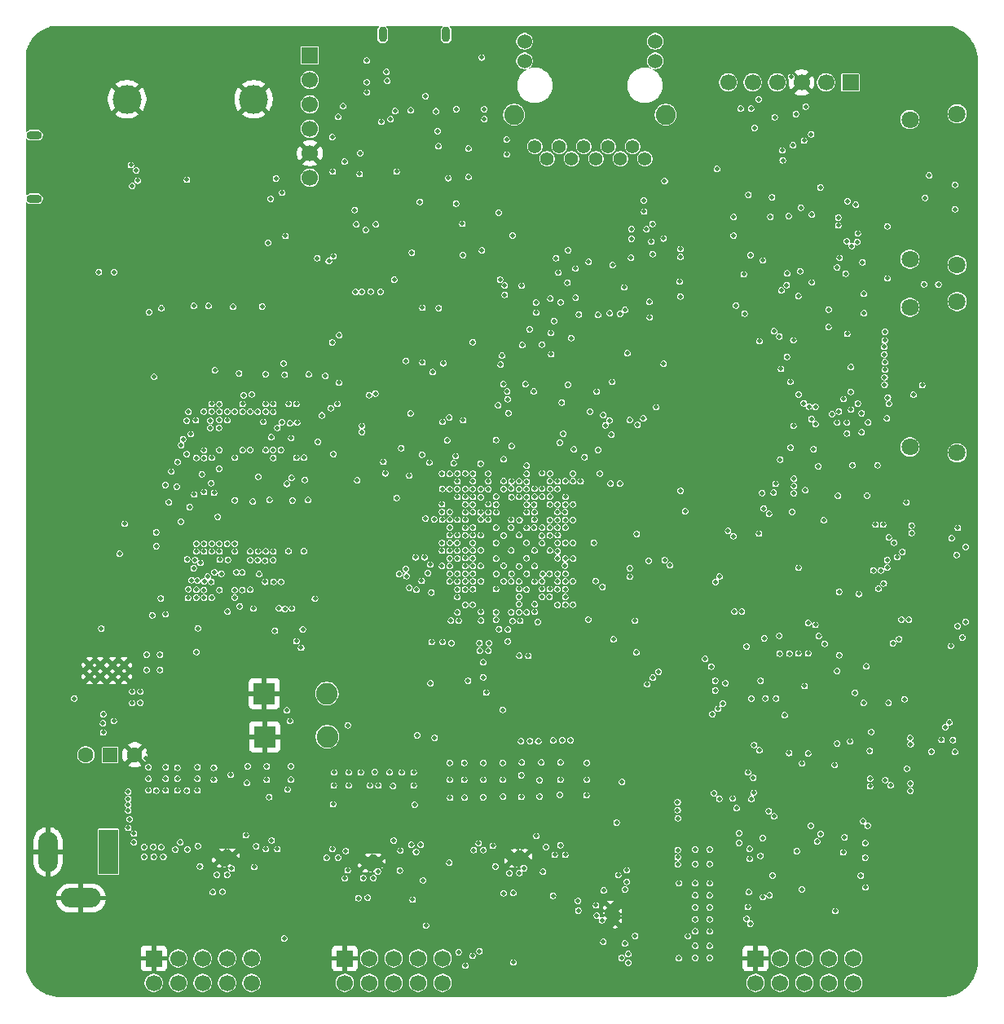
<source format=gbr>
%TF.GenerationSoftware,KiCad,Pcbnew,9.0.4*%
%TF.CreationDate,2025-11-23T15:58:38-06:00*%
%TF.ProjectId,zynq_test,7a796e71-5f74-4657-9374-2e6b69636164,rev?*%
%TF.SameCoordinates,Original*%
%TF.FileFunction,Copper,L2,Inr*%
%TF.FilePolarity,Positive*%
%FSLAX46Y46*%
G04 Gerber Fmt 4.6, Leading zero omitted, Abs format (unit mm)*
G04 Created by KiCad (PCBNEW 9.0.4) date 2025-11-23 15:58:38*
%MOMM*%
%LPD*%
G01*
G04 APERTURE LIST*
%TA.AperFunction,ComponentPad*%
%ADD10C,0.499999*%
%TD*%
%TA.AperFunction,ComponentPad*%
%ADD11R,1.700000X1.700000*%
%TD*%
%TA.AperFunction,ComponentPad*%
%ADD12C,1.700000*%
%TD*%
%TA.AperFunction,HeatsinkPad*%
%ADD13C,3.000000*%
%TD*%
%TA.AperFunction,ComponentPad*%
%ADD14C,5.600000*%
%TD*%
%TA.AperFunction,ComponentPad*%
%ADD15R,1.500000X1.500000*%
%TD*%
%TA.AperFunction,ComponentPad*%
%ADD16C,1.600000*%
%TD*%
%TA.AperFunction,ComponentPad*%
%ADD17R,2.250000X2.250000*%
%TD*%
%TA.AperFunction,ComponentPad*%
%ADD18C,2.250000*%
%TD*%
%TA.AperFunction,ComponentPad*%
%ADD19C,0.600000*%
%TD*%
%TA.AperFunction,ComponentPad*%
%ADD20C,1.397000*%
%TD*%
%TA.AperFunction,ComponentPad*%
%ADD21C,1.524000*%
%TD*%
%TA.AperFunction,ComponentPad*%
%ADD22C,2.082800*%
%TD*%
%TA.AperFunction,ComponentPad*%
%ADD23R,2.000000X4.600000*%
%TD*%
%TA.AperFunction,ComponentPad*%
%ADD24O,2.000000X4.200000*%
%TD*%
%TA.AperFunction,ComponentPad*%
%ADD25O,4.200000X2.000000*%
%TD*%
%TA.AperFunction,HeatsinkPad*%
%ADD26O,1.600000X0.900000*%
%TD*%
%TA.AperFunction,HeatsinkPad*%
%ADD27O,0.900000X1.600000*%
%TD*%
%TA.AperFunction,ComponentPad*%
%ADD28C,1.800000*%
%TD*%
%TA.AperFunction,ViaPad*%
%ADD29C,0.480000*%
%TD*%
G04 APERTURE END LIST*
D10*
%TO.N,GND*%
%TO.C,U1403*%
X139210001Y-126800000D03*
X139210001Y-127350001D03*
X139210001Y-127900000D03*
X139660000Y-127075001D03*
X139660000Y-127625002D03*
X139660000Y-128175001D03*
%TD*%
D11*
%TO.N,GND*%
%TO.C,J1302*%
X154280000Y-132060000D03*
D12*
%TO.N,+5V*%
X154280000Y-134600000D03*
%TO.N,/GPIO/GPIO0.OUT.15*%
X156820000Y-132060000D03*
%TO.N,/GPIO/GPIO0.OUT.21*%
X156820000Y-134600000D03*
%TO.N,/GPIO/GPIO2.OUT.6*%
X159360000Y-132060000D03*
%TO.N,/GPIO/GPIO1.OUT.9*%
X159360000Y-134600000D03*
%TO.N,unconnected-(J1302-Pin_7-Pad7)*%
X161900000Y-132060000D03*
%TO.N,unconnected-(J1302-Pin_8-Pad8)*%
X161900000Y-134600000D03*
%TO.N,unconnected-(J1302-Pin_9-Pad9)*%
X164440000Y-132060000D03*
%TO.N,unconnected-(J1302-Pin_10-Pad10)*%
X164440000Y-134600000D03*
%TD*%
D13*
%TO.N,GND*%
%TO.C,J1001*%
X102120000Y-42840000D03*
X88980000Y-42840000D03*
%TD*%
D14*
%TO.N,GND*%
%TO.C,H101*%
X82060000Y-38820000D03*
%TD*%
D11*
%TO.N,/Programmer/JTAG.Z.TMS.C*%
%TO.C,J701*%
X107970000Y-38280000D03*
D12*
%TO.N,/Programmer/JTAG.Z.TDI.C*%
X107970000Y-40820000D03*
%TO.N,/Programmer/JTAG.Z.TDO.C*%
X107970000Y-43360000D03*
%TO.N,/Programmer/JTAG.Z.CLK.C*%
X107970000Y-45900000D03*
%TO.N,GND*%
X107970000Y-48440000D03*
%TO.N,+3V3*%
X107970000Y-50980000D03*
%TD*%
D15*
%TO.N,Net-(SW1401-C)*%
%TO.C,SW1401*%
X87240000Y-110920000D03*
D16*
%TO.N,/Power/V_{in}*%
X84700000Y-110920000D03*
%TO.N,GND*%
X89780000Y-110920000D03*
%TD*%
D14*
%TO.N,GND*%
%TO.C,H104*%
X173600000Y-132400000D03*
%TD*%
D17*
%TO.N,GND*%
%TO.C,SW602*%
X103230000Y-104570000D03*
D18*
%TO.N,/Zynq PWR+JTAG/PROG*%
X109730000Y-104570000D03*
%TD*%
D10*
%TO.N,GND*%
%TO.C,U1401*%
X128939999Y-121899999D03*
X129490000Y-121899999D03*
X130039999Y-121899999D03*
X129215000Y-121450000D03*
X129765001Y-121450000D03*
X130315000Y-121450000D03*
%TD*%
%TO.N,GND*%
%TO.C,U1405*%
X98560000Y-121830000D03*
X99110001Y-121830000D03*
X99660000Y-121830000D03*
X98835001Y-121380001D03*
X99385002Y-121380001D03*
X99935001Y-121380001D03*
%TD*%
D17*
%TO.N,GND*%
%TO.C,SW601*%
X103290000Y-109050000D03*
D18*
%TO.N,/Zynq PWR+JTAG/PS_RST*%
X109790000Y-109050000D03*
%TD*%
D14*
%TO.N,GND*%
%TO.C,H103*%
X82060000Y-132400000D03*
%TD*%
D19*
%TO.N,GND*%
%TO.C,U501*%
X88680000Y-101580000D03*
X87480000Y-101580000D03*
X86180000Y-101580000D03*
X85080000Y-101580000D03*
X88680000Y-102780000D03*
X87480000Y-102780000D03*
X86180000Y-102780000D03*
X85080000Y-102780000D03*
%TD*%
D11*
%TO.N,GND*%
%TO.C,J1402*%
X91750000Y-132060000D03*
D12*
%TO.N,+5V*%
X91750000Y-134600000D03*
%TO.N,/Power/3V3_sense*%
X94290000Y-132060000D03*
%TO.N,+3V3*%
X94290000Y-134600000D03*
%TO.N,/Power/1V35_sense*%
X96830000Y-132060000D03*
%TO.N,+1V35*%
X96830000Y-134600000D03*
%TO.N,/Power/1V0_sense*%
X99370000Y-132060000D03*
%TO.N,+1V0*%
X99370000Y-134600000D03*
%TO.N,/Power/1V8_sense*%
X101910000Y-132060000D03*
%TO.N,+1V8*%
X101910000Y-134600000D03*
%TD*%
D20*
%TO.N,/ETHERNET/ETH_TX1_P*%
%TO.C,J1101*%
X131348400Y-47742801D03*
%TO.N,/ETHERNET/ETH_TX1_N*%
X132618400Y-49012801D03*
%TO.N,/ETHERNET/ETH_TX2_P*%
X133888400Y-47742801D03*
%TO.N,/ETHERNET/ETH_TX2_N*%
X135158400Y-49012801D03*
%TO.N,Net-(J1101-TRCT1)*%
X136428400Y-47742801D03*
X137698400Y-49012801D03*
%TO.N,/ETHERNET/ETH_TX3_P*%
X138968400Y-47742801D03*
%TO.N,/ETHERNET/ETH_TX3_N*%
X140238400Y-49012801D03*
%TO.N,/ETHERNET/ETH_TX4_P*%
X141508400Y-47742801D03*
%TO.N,/ETHERNET/ETH_TX4_N*%
X142778400Y-49012801D03*
D21*
%TO.N,+3V3*%
X143857900Y-38852801D03*
%TO.N,/ETHERNET/LED1*%
X143857900Y-36820801D03*
%TO.N,+3V3*%
X130268900Y-38852801D03*
%TO.N,/ETHERNET/LED2*%
X130268900Y-36820801D03*
D22*
%TO.N,Net-(C1122-Pad1)*%
X144937400Y-44440801D03*
X129189400Y-44440801D03*
%TD*%
D23*
%TO.N,/Power/V_{in}*%
%TO.C,J1401*%
X87070000Y-120990000D03*
D24*
%TO.N,GND*%
X80770000Y-120990000D03*
D25*
X84170000Y-125790000D03*
%TD*%
D14*
%TO.N,GND*%
%TO.C,H102*%
X173600000Y-38820000D03*
%TD*%
D11*
%TO.N,+3V3*%
%TO.C,J1303*%
X164130000Y-41100000D03*
D12*
%TO.N,+1V8*%
X161590000Y-41100000D03*
%TO.N,GND*%
X159050000Y-41100000D03*
%TO.N,/GPIO/MIO1.49*%
X156510000Y-41100000D03*
%TO.N,/GPIO/MIO1.50*%
X153970000Y-41100000D03*
%TO.N,/GPIO/MIO1.48*%
X151430000Y-41100000D03*
%TD*%
D26*
%TO.N,unconnected-(J1002-Shield-Pad6)_2*%
%TO.C,J1002*%
X79325000Y-46580000D03*
%TO.N,unconnected-(J1002-Shield-Pad6)_1*%
X79325000Y-53180000D03*
%TD*%
D11*
%TO.N,GND*%
%TO.C,J1301*%
X111600000Y-132060000D03*
D12*
%TO.N,+3V3*%
X111600000Y-134600000D03*
%TO.N,/GPIO/GPIO0.OUT.16*%
X114140000Y-132060000D03*
%TO.N,/GPIO/GPIO0.OUT.8*%
X114140000Y-134600000D03*
%TO.N,/GPIO/GPIO0.OUT.7*%
X116680000Y-132060000D03*
%TO.N,/GPIO/GPIO0.OUT.19*%
X116680000Y-134600000D03*
%TO.N,/GPIO/GPIO0.OUT.23*%
X119220000Y-132060000D03*
%TO.N,/GPIO/GPIO0.OUT.11*%
X119220000Y-134600000D03*
%TO.N,/GPIO/GPIO0.OUT.5*%
X121760000Y-132060000D03*
%TO.N,/GPIO/GPIO0.OUT.6*%
X121760000Y-134600000D03*
%TD*%
D27*
%TO.N,unconnected-(J702-Shield-Pad6)_4*%
%TO.C,J702*%
X122130000Y-36115000D03*
%TO.N,unconnected-(J702-Shield-Pad6)_5*%
X115530000Y-36115000D03*
%TD*%
D28*
%TO.N,/HDMI/HDMI_SHIELD*%
%TO.C,J801*%
X175210000Y-79550000D03*
X170310000Y-78950000D03*
X170310000Y-64450000D03*
X175210000Y-63850000D03*
%TD*%
D10*
%TO.N,GND*%
%TO.C,U1402*%
X113735001Y-122369999D03*
X114285002Y-122369999D03*
X114835001Y-122369999D03*
X114010002Y-121920000D03*
X114560003Y-121920000D03*
X115110002Y-121920000D03*
%TD*%
D28*
%TO.N,/HDMI/HDMI_SHIELD*%
%TO.C,J802*%
X175210000Y-60050000D03*
X170310000Y-59450000D03*
X170310000Y-44950000D03*
X175210000Y-44350000D03*
%TD*%
D29*
%TO.N,GND*%
X104970000Y-74470000D03*
%TO.N,+1V0*%
X130480000Y-90490000D03*
%TO.N,+1V8*%
X127730000Y-61560000D03*
%TO.N,/Cameras/CAM_RX.0.CAM_CLK_N*%
X141200000Y-91540000D03*
X144824228Y-90684228D03*
X135300000Y-88900000D03*
%TO.N,/Cameras/CAM_RX.0.CAM_CLK_P*%
X134510000Y-88910000D03*
X141200000Y-92420000D03*
X145375772Y-91235772D03*
%TO.N,/Cameras/CAM_RX.0.CAM_D0_N*%
X155114228Y-85324228D03*
%TO.N,/Cameras/CAM_RX.0.I2C_CLK*%
X149020000Y-100950000D03*
X133725000Y-89775000D03*
%TO.N,Net-(J801-SDA)*%
X160490000Y-74770000D03*
X164890000Y-74430000D03*
X168120000Y-74460000D03*
%TO.N,/Zynq Dram/DDR_L0.4*%
X107360000Y-80060000D03*
X123270000Y-83310000D03*
%TO.N,/Zynq Dram/DDR_L1.10*%
X122490000Y-85690000D03*
X104170000Y-74470000D03*
%TO.N,/Cameras/CAM_RX.0.CAM_D0_P*%
X155665772Y-85875772D03*
%TO.N,+1V8*%
X135290000Y-92900000D03*
X165860000Y-84010000D03*
X153350000Y-127950000D03*
X139510588Y-98920589D03*
X135920000Y-65180000D03*
X164600000Y-104470000D03*
X115300000Y-62840000D03*
X143597017Y-102907017D03*
X165660000Y-121580000D03*
X159730000Y-110770000D03*
X154630000Y-87930000D03*
X153650000Y-121710000D03*
X149500000Y-132000000D03*
X148000000Y-129250000D03*
X146190000Y-121550000D03*
X138500000Y-125000000D03*
X163380000Y-121040000D03*
X127300000Y-87310000D03*
X162750000Y-109740000D03*
X129690000Y-94500000D03*
X162960000Y-100570000D03*
X120020000Y-128650000D03*
X148000000Y-125500000D03*
X128110000Y-92890000D03*
X147250000Y-129750000D03*
X140960000Y-69210000D03*
X129710000Y-88110000D03*
X135810000Y-126090000D03*
X159370000Y-103770000D03*
X150357017Y-106147017D03*
X148000000Y-122250000D03*
X149500000Y-129250000D03*
X135860000Y-127090000D03*
X155170000Y-98810000D03*
X146190000Y-120800000D03*
X112780000Y-55820000D03*
X165500000Y-105520000D03*
X133330000Y-65860000D03*
X133700000Y-95340000D03*
X135320000Y-90540000D03*
X126512966Y-84886573D03*
X148000000Y-126750000D03*
X131460000Y-63950000D03*
X164340000Y-80840000D03*
X143280000Y-65490000D03*
X132900000Y-84100000D03*
X146190000Y-122300000D03*
X113360000Y-62830000D03*
X128210000Y-63140000D03*
X155300000Y-105050000D03*
X112710000Y-62850000D03*
X150080000Y-103220000D03*
X165660000Y-120090000D03*
X137075000Y-75270000D03*
X149500000Y-126750000D03*
X146200000Y-117500000D03*
X149500000Y-122250000D03*
X131320000Y-95290000D03*
X156770000Y-100400000D03*
X144200000Y-102280000D03*
X163530000Y-119470000D03*
X128890000Y-89690000D03*
X162840000Y-84010000D03*
X148000000Y-120750000D03*
X158550000Y-120920000D03*
X146370000Y-61780000D03*
X146300000Y-132050000D03*
X127300000Y-88910000D03*
X128530000Y-99130000D03*
X128100000Y-88140000D03*
X128005000Y-106240000D03*
X146175000Y-116650000D03*
X136900000Y-96880000D03*
X128910000Y-92100000D03*
X127320000Y-85730000D03*
X128100000Y-91290000D03*
X155020000Y-119560000D03*
X146175000Y-115825000D03*
X150270000Y-50070000D03*
X157770000Y-110720000D03*
X132920000Y-81700000D03*
X140620000Y-62360000D03*
X156410000Y-105060000D03*
X162490000Y-111970000D03*
X146320000Y-124250000D03*
X135590000Y-63450000D03*
X137770000Y-73210000D03*
X127300000Y-93700000D03*
X127310000Y-90540000D03*
X160050000Y-46470000D03*
X128540000Y-97900000D03*
X150860000Y-105590000D03*
X148000000Y-124250000D03*
X148000000Y-128000000D03*
X164100000Y-109520000D03*
X153840000Y-105070000D03*
X158070000Y-85670000D03*
X159740000Y-100380000D03*
X154790000Y-121410000D03*
X159740000Y-97230000D03*
X157300000Y-106800000D03*
X165010000Y-94210000D03*
X139120000Y-65050000D03*
X152550000Y-119040000D03*
X129690000Y-84130000D03*
X125740000Y-96060000D03*
X133040000Y-69310000D03*
X149500000Y-124250000D03*
X156040000Y-123460000D03*
X135120000Y-67630000D03*
X114820000Y-55820000D03*
X128220000Y-62180000D03*
X149500000Y-120750000D03*
X132160000Y-92150000D03*
X129700000Y-91340000D03*
X148000000Y-132000000D03*
X151150000Y-103480000D03*
X130500800Y-80890000D03*
X114280000Y-62800000D03*
X149500000Y-130750000D03*
X148000000Y-130750000D03*
X143010000Y-103590000D03*
X125980000Y-102855000D03*
X149500000Y-125500000D03*
X149500000Y-128000000D03*
X144820000Y-51330000D03*
X149790000Y-106690000D03*
X165780000Y-101740000D03*
%TO.N,/Cameras/CAM_RX.0.I2C_SDA*%
X134500000Y-90540000D03*
X149660000Y-101750000D03*
%TO.N,/Cameras/CAM_RX.0.CAM_D1_N*%
X151414228Y-87654228D03*
%TO.N,/Cameras/CAM_RX.0.CAM_D1_P*%
X151965772Y-88205772D03*
%TO.N,/Zynq Dram/DDR_CTR.WE*%
X95960000Y-83880000D03*
X99380000Y-75290000D03*
X124100000Y-90480000D03*
X98520000Y-76960000D03*
X99450000Y-90670000D03*
%TO.N,/Cameras/CAM_RX.1.CAM_D1_P*%
X154035772Y-113285772D03*
%TO.N,/Zynq Dram/DDR_L1.DQS_P*%
X121690000Y-85690000D03*
X104150000Y-75310000D03*
%TO.N,/Cameras/CAM_RX.1.CAM_D0_P*%
X154675772Y-110445772D03*
%TO.N,/Cameras/CAM_RX.1.CAM_D0_N*%
X154124228Y-109894228D03*
%TO.N,/Cameras/CAM_RX.1.I2C_CLK*%
X151900000Y-115450000D03*
X132090000Y-93700000D03*
%TO.N,/Cameras/CAM_RX.1.CAM_D1_N*%
X153484228Y-112734228D03*
%TO.N,/Cameras/CAM_RX.1.CAM_CLK_P*%
X132100000Y-94500000D03*
X150505772Y-115465772D03*
X155654228Y-116754228D03*
%TO.N,/Cameras/CAM_RX.1.I2C_SDA*%
X132890000Y-93700000D03*
X152300000Y-116450000D03*
%TO.N,/Cameras/CAM_RX.1.CAM_CLK_N*%
X156205772Y-117305772D03*
X149954228Y-114914228D03*
X132880000Y-94490000D03*
%TO.N,/Cameras/CAM_TX.2.I2C_CLK*%
X133680000Y-93710000D03*
X154800000Y-103210000D03*
%TO.N,+3V3*%
X124440000Y-47960000D03*
X158910000Y-60690000D03*
X152730000Y-43800000D03*
X109940000Y-59630000D03*
X124450000Y-50910000D03*
X161000000Y-51990000D03*
X106000000Y-112100000D03*
X116000000Y-40930000D03*
X169990000Y-112350000D03*
X95910000Y-64300000D03*
X93000000Y-112200000D03*
X119670000Y-64490000D03*
X158160000Y-47620000D03*
X86475000Y-107650000D03*
X169180000Y-98890000D03*
X163630000Y-60940000D03*
X103750000Y-115300000D03*
X101500000Y-112100000D03*
X156150000Y-83690000D03*
X125830000Y-38500000D03*
X153050000Y-61020000D03*
X95200000Y-114625000D03*
X163801751Y-67188249D03*
X134508248Y-87310000D03*
X126100000Y-44900000D03*
X154170000Y-45810000D03*
X151990000Y-57000000D03*
X124910000Y-81720000D03*
X99990000Y-64400000D03*
X91200000Y-112200000D03*
X153540000Y-52760000D03*
X165380000Y-59770000D03*
X163770000Y-77540000D03*
X166940000Y-80840000D03*
X160110000Y-61850000D03*
X87600000Y-107400000D03*
X153740000Y-59020000D03*
X94200000Y-113400000D03*
X168540000Y-99320000D03*
X112630000Y-54337500D03*
X168100000Y-105520000D03*
X135310000Y-84900000D03*
X143170000Y-90750000D03*
X126080000Y-43870000D03*
X120730000Y-71180000D03*
X124900000Y-91300000D03*
X110430000Y-59140000D03*
X94200000Y-112250000D03*
X98000000Y-112250000D03*
X125710000Y-83330000D03*
X96300000Y-113400000D03*
X96300000Y-114600000D03*
X105900000Y-107400000D03*
X98890000Y-125120000D03*
X106000000Y-113500000D03*
X158470000Y-44380000D03*
X154600000Y-42850000D03*
X137460000Y-88890000D03*
X103500000Y-113500000D03*
X158250000Y-83750000D03*
X110280000Y-68080000D03*
X158275000Y-83000000D03*
X91200000Y-113400000D03*
X97880000Y-125170000D03*
X164160000Y-73220000D03*
X95200000Y-51190000D03*
X155820000Y-55040000D03*
X115920000Y-39990000D03*
X92000000Y-114625000D03*
X128405000Y-47020000D03*
X141370000Y-57330000D03*
X136100000Y-82510000D03*
X119670000Y-70150000D03*
X164180000Y-70650000D03*
X93000000Y-114600000D03*
X129030000Y-56970000D03*
X94200000Y-114600000D03*
X119400000Y-53500000D03*
X91200000Y-114600000D03*
X152240000Y-64250000D03*
X133710000Y-90500000D03*
X121360000Y-64530000D03*
X162870000Y-55930000D03*
X96560000Y-122500000D03*
X146950000Y-85620000D03*
X124920000Y-92890000D03*
X111010000Y-67340000D03*
X156832500Y-80250000D03*
X146490000Y-83490000D03*
X99750000Y-113000000D03*
X141940000Y-87970000D03*
X127585000Y-54630000D03*
X105640000Y-114520000D03*
X158200000Y-67860000D03*
X142650000Y-53350000D03*
X165530000Y-65050000D03*
X124920000Y-93710000D03*
X97440000Y-64300000D03*
X155980000Y-53000000D03*
X142700000Y-54500000D03*
X86500000Y-106700000D03*
X101430000Y-113840000D03*
X142940000Y-56330000D03*
X115390000Y-45180000D03*
X93000000Y-113400000D03*
X128415000Y-48570000D03*
X96300000Y-112200000D03*
X86050000Y-60780000D03*
X160300000Y-79180000D03*
X158210000Y-76750000D03*
X132110000Y-87320000D03*
X121840000Y-70250000D03*
X163760000Y-76410000D03*
X124900000Y-88900000D03*
X157100000Y-49170000D03*
X103500000Y-112100000D03*
X110280000Y-46760000D03*
X124900000Y-90500000D03*
X161850000Y-66490000D03*
X113140000Y-50590000D03*
X98000000Y-113500000D03*
X139230000Y-82740000D03*
X165520000Y-63040000D03*
X158250000Y-82250000D03*
X151990000Y-55060000D03*
X110350000Y-50340000D03*
X103620000Y-57740000D03*
X163830000Y-53430000D03*
X159275000Y-74405000D03*
X86500000Y-108600000D03*
%TO.N,/Cameras/CAM_TX.2.I2C_SDA*%
X134505000Y-94525000D03*
X150080000Y-104240000D03*
%TO.N,/HDMI/RX.D1+*%
X167650000Y-68550000D03*
%TO.N,/Zynq Dram/DDR_L1.DM*%
X104950000Y-79260000D03*
X116970000Y-84240000D03*
%TO.N,Net-(J801-SCL)*%
X168020000Y-73820000D03*
X163420000Y-73970000D03*
X159810000Y-74740000D03*
%TO.N,/HDMI/RX.D1-*%
X167650000Y-69330000D03*
%TO.N,/HDMI/RX.CK+*%
X167680000Y-71710000D03*
%TO.N,/HDMI/HDMI.EN*%
X155030000Y-59570000D03*
X132920000Y-89690000D03*
X161870000Y-64680000D03*
%TO.N,/HDMI/HDMI_SHIELD*%
X171770000Y-62050000D03*
X173270000Y-62060000D03*
%TO.N,/HDMI/RX.D2-*%
X167700000Y-67870000D03*
%TO.N,/HDMI/RX_UTIL*%
X170680000Y-73520000D03*
%TO.N,Net-(J801-HPD)*%
X167920000Y-75970000D03*
X165980000Y-76390000D03*
X157890000Y-72180000D03*
%TO.N,/HDMI/RX_CEC*%
X171580000Y-72520000D03*
%TO.N,/HDMI/RX.D2+*%
X167710000Y-66980000D03*
%TO.N,/HDMI/RX.CK-*%
X167680000Y-72490000D03*
%TO.N,/HDMI/RX.D0-*%
X167710000Y-70920000D03*
%TO.N,/Zynq Dram/DDR_L2.DM*%
X104200000Y-92946515D03*
X118300000Y-93560000D03*
%TO.N,/USB_OTG/USB0.STP*%
X132900000Y-82500000D03*
X128590000Y-75430000D03*
%TO.N,/Boot/SD0.CMD*%
X134510000Y-82500000D03*
X142620000Y-75970000D03*
%TO.N,+1V0*%
X133250000Y-109425000D03*
X128000000Y-113500000D03*
X128880000Y-87300000D03*
X127250000Y-122500000D03*
X130470000Y-88880000D03*
X136750000Y-111750000D03*
X126510000Y-85730000D03*
X130840000Y-109485000D03*
X122540000Y-115370000D03*
X128050000Y-115250000D03*
X122500000Y-113500000D03*
X130500000Y-92110000D03*
X125720000Y-91310000D03*
X136700000Y-115115000D03*
X131310000Y-89700000D03*
X129100000Y-125260000D03*
X122500000Y-111750000D03*
X127320000Y-92120000D03*
X129750000Y-86530000D03*
X130510000Y-87340000D03*
X124000000Y-113500000D03*
X135050000Y-109400000D03*
X131700000Y-109500000D03*
X130490000Y-93730000D03*
X131310000Y-92930000D03*
X129930000Y-113030000D03*
X136750000Y-113500000D03*
X128100000Y-125290000D03*
X126000000Y-113500000D03*
X125980000Y-115330000D03*
X131840000Y-113540000D03*
X134000000Y-113500000D03*
X131320000Y-91320000D03*
X134000000Y-111700000D03*
X132000000Y-111700000D03*
X125750000Y-92880000D03*
X124000000Y-111750000D03*
X128890000Y-86500000D03*
X128000000Y-111750000D03*
X134180000Y-109395000D03*
X130000000Y-111700000D03*
X125740000Y-86490000D03*
X129900000Y-109500000D03*
X125730000Y-89670000D03*
X129730000Y-100615000D03*
X129930000Y-115280000D03*
X124040000Y-115370000D03*
X130680000Y-100630000D03*
X126000000Y-111750000D03*
X133940000Y-115070000D03*
X130510000Y-85740000D03*
X125720000Y-88100000D03*
%TO.N,/Zynq Dram/DDR_CTR.CLK_N*%
X100350000Y-91950000D03*
X100980000Y-79280000D03*
X100960000Y-93790000D03*
X122480000Y-89720000D03*
%TO.N,/Zynq Dram/DDR_L0.6*%
X117465000Y-79065000D03*
X106650000Y-76410000D03*
%TO.N,/Boot/QSPI0.SS-B*%
X123900000Y-76170000D03*
%TO.N,/Zynq Dram/DDR_L0.5*%
X108800000Y-78410000D03*
X115610000Y-80490000D03*
%TO.N,/Zynq Dram/DDR_L0.0*%
X106040000Y-78020000D03*
X123300000Y-82520000D03*
%TO.N,/Zynq Dram/DDR_L2.DQS_P*%
X104160000Y-90700000D03*
X120230000Y-92043485D03*
%TO.N,/USB_OTG/USB0.DATA-7*%
X135300000Y-82500000D03*
X130040000Y-68350000D03*
%TO.N,/Boot/QSPI0.IO-1*%
X124900000Y-83310000D03*
X122230000Y-78260000D03*
X117957278Y-70002722D03*
X105440000Y-57040000D03*
%TO.N,/USB_OTG/USB0.DATA-2*%
X127800000Y-70390000D03*
X130350000Y-72430000D03*
%TO.N,/Zynq Dram/DDR_CTR.CAS*%
X97620000Y-76980000D03*
X100970000Y-75270000D03*
X98050000Y-91950000D03*
X94570000Y-86690000D03*
X124100000Y-92110000D03*
X102700000Y-92150000D03*
%TO.N,/Zynq Dram/DDR_CTR.CLK_P*%
X100950000Y-91970000D03*
X101770000Y-93780000D03*
X101760000Y-79270000D03*
X121690000Y-89720000D03*
%TO.N,/Zynq Mio/ETH0.TX-CLK.Z*%
X136510000Y-80000000D03*
%TO.N,/Boot/SD0.DATA-0*%
X142020000Y-76630000D03*
X130499200Y-84148116D03*
%TO.N,/USB_OTG/USB0.DIR*%
X130501400Y-82548784D03*
X127540000Y-74610000D03*
%TO.N,/Zynq Dram/DDR_CTR.CS*%
X100150000Y-75270000D03*
X120460000Y-91150000D03*
X98010000Y-83710000D03*
X100170000Y-89800000D03*
%TO.N,/USB_OTG/USB0.DATA-3*%
X118570000Y-58760000D03*
X130500000Y-84930000D03*
%TO.N,/Programmer/JTAG.Z.TDO*%
X113890000Y-41060000D03*
X123870000Y-59020000D03*
X124880000Y-84920000D03*
X110910000Y-44670000D03*
%TO.N,/Zynq Dram/DDR_ADDR4*%
X123300000Y-90520000D03*
X88710000Y-86920000D03*
X97760000Y-94590000D03*
X96970000Y-80080000D03*
X96980000Y-94580000D03*
%TO.N,/Zynq Mio/SD0.CLK.Z*%
X139300000Y-77670000D03*
X132099999Y-83272770D03*
%TO.N,Net-(U202G-PS_DDR_VRN_502)*%
X124920000Y-85710000D03*
%TO.N,/Boot/QSPI0.IO-0*%
X92540000Y-64550000D03*
X126510000Y-81700000D03*
%TO.N,/Boot/SD0.DATA-3*%
X141200000Y-76150000D03*
X132099999Y-81672770D03*
%TO.N,/USB_OTG/USB0.DATA-1*%
X128060000Y-72420800D03*
X132910000Y-83300000D03*
%TO.N,/Boot/SD0.DATA-2*%
X131260000Y-84930000D03*
X144730000Y-70310000D03*
%TO.N,/Zynq Dram/DDR_L3.25*%
X120620000Y-99190000D03*
X122636821Y-96971529D03*
%TO.N,/Programmer/JTAG.Z.TMS*%
X123150000Y-53670000D03*
X124900000Y-88100000D03*
X113870000Y-38830000D03*
%TO.N,/Zynq Dram/DDR_L1.15*%
X112890000Y-82410000D03*
X104600000Y-76960000D03*
%TO.N,/Zynq Dram/DDR_ADDR5*%
X121700000Y-88910000D03*
X97780000Y-89790000D03*
X97750000Y-75260000D03*
X96970000Y-88990000D03*
%TO.N,/Zynq Dram/DDR_L3.29*%
X122680000Y-99320000D03*
X123310000Y-96128160D03*
%TO.N,/Zynq Dram/DDR_L2.17*%
X122503485Y-92096515D03*
X102570000Y-90690000D03*
%TO.N,/USB_OTG/USB0.DATA-0*%
X131230000Y-73180000D03*
X128470800Y-73180000D03*
%TO.N,/Zynq Mio/ETH0.TX-CTL.Z*%
X135400000Y-79200000D03*
X131300000Y-85720000D03*
%TO.N,/USB_OTG/USB0.DATA-4*%
X127930000Y-69460000D03*
X133720000Y-82510000D03*
%TO.N,/Boot/SD0.DATA-1*%
X128100800Y-80225000D03*
X143950000Y-74810000D03*
%TO.N,/Zynq Dram/DDR_ADDR2*%
X96610000Y-90980000D03*
X97640000Y-76210000D03*
X122490000Y-90520000D03*
%TO.N,/Programmer/JTAG.Z.CLK*%
X113900000Y-42120000D03*
X127310000Y-84920000D03*
%TO.N,/Boot/QSPI0.IO-3*%
X122460000Y-75880000D03*
X91250000Y-64950000D03*
%TO.N,/Zynq Dram/DDR_L0.DQS_P*%
X113380000Y-76755000D03*
X122500000Y-81730000D03*
%TO.N,Net-(U202G-PS_DDR_VRP_502)*%
X124100000Y-87340000D03*
%TO.N,/USB_OTG/USB0.DATA-6*%
X131318161Y-84128161D03*
X128910800Y-78846279D03*
%TO.N,+1V35*%
X105770000Y-74470000D03*
X116250000Y-112750000D03*
X110420000Y-79680000D03*
X113000000Y-125800000D03*
X103360000Y-71380000D03*
X114700000Y-112700000D03*
X102580000Y-89790000D03*
X106150000Y-84500000D03*
X113250000Y-112750000D03*
X118850000Y-116100000D03*
X124100000Y-92900000D03*
X120590244Y-94059000D03*
X122900000Y-80630000D03*
X110380000Y-116050000D03*
X109573517Y-71566483D03*
X115100000Y-114100000D03*
X103320000Y-92940000D03*
X124100000Y-86500000D03*
X102100000Y-95720000D03*
X105370000Y-95770000D03*
X112000000Y-114100000D03*
X114200000Y-114100000D03*
X111900000Y-122900000D03*
X91000000Y-102100000D03*
X116620000Y-114170000D03*
X106110000Y-95730000D03*
X92400000Y-102100000D03*
X103380000Y-79280000D03*
X110450000Y-114100000D03*
X101770000Y-89800000D03*
X94130000Y-83080000D03*
X108500000Y-94700000D03*
X96340000Y-97780000D03*
X114780000Y-73400000D03*
X100610000Y-71300000D03*
X121720000Y-83300000D03*
X83485000Y-105060000D03*
X105350000Y-71440000D03*
X98400000Y-86190000D03*
X124910000Y-84130000D03*
X98090000Y-70990000D03*
X107860000Y-71410000D03*
X113970000Y-125750000D03*
X114110000Y-73560000D03*
X92000000Y-87800000D03*
X92980000Y-96320000D03*
X105230000Y-70270000D03*
X97720000Y-82700000D03*
X106050000Y-82150000D03*
X100180000Y-80060000D03*
X118750000Y-112750000D03*
X107450000Y-82360000D03*
X112000000Y-112750000D03*
X110500000Y-112750000D03*
X102600000Y-82040000D03*
X92400000Y-100500000D03*
X91780000Y-71670000D03*
X100160000Y-94590000D03*
X107340000Y-89770000D03*
X118750000Y-114100000D03*
X105580000Y-82780000D03*
X107780000Y-84470000D03*
X121690000Y-91300000D03*
X118420000Y-75470000D03*
X105750000Y-89770000D03*
X124100000Y-95340000D03*
X103770000Y-84450000D03*
X91000000Y-100500000D03*
X117500000Y-112750000D03*
X123260000Y-88920000D03*
X104750000Y-95710000D03*
X119980000Y-86380000D03*
X91590000Y-96430000D03*
X110840000Y-74470000D03*
%TO.N,/Zynq Dram/DDR_ADDR9*%
X96130000Y-76170000D03*
X96970000Y-89800000D03*
X122500000Y-87296515D03*
X96160000Y-89790000D03*
%TO.N,/Zynq Dram/DDR_L2.22*%
X104970000Y-92950000D03*
X119040000Y-93770000D03*
%TO.N,/Zynq Dram/DDR_CTR.ODT*%
X100180000Y-88990000D03*
X124100000Y-91313485D03*
X101092500Y-73567500D03*
X100970000Y-74470000D03*
X100180000Y-84490000D03*
%TO.N,/Zynq Dram/DDR_L1.14*%
X104170000Y-80090000D03*
X120880000Y-86460000D03*
%TO.N,GND*%
X92750000Y-118750000D03*
X90300000Y-118800000D03*
X130450000Y-89670000D03*
X109500000Y-119500000D03*
X160990000Y-72930000D03*
X111690000Y-75950000D03*
X115390000Y-46140000D03*
X102140000Y-71530000D03*
X108053485Y-95583485D03*
X139750000Y-133500000D03*
X151990000Y-58020000D03*
X108250000Y-118000000D03*
X149750000Y-119750000D03*
X124000000Y-121750000D03*
X158370000Y-101620000D03*
X160680000Y-58577500D03*
X167950000Y-47950000D03*
X156387500Y-82062500D03*
X165820000Y-92080000D03*
X142000000Y-131750000D03*
X119990000Y-40040000D03*
X129690000Y-88900000D03*
X133400000Y-106450000D03*
X139540000Y-63990000D03*
X125720000Y-84955145D03*
X112060000Y-40520000D03*
X96250000Y-124500000D03*
X124000000Y-123250000D03*
X154810000Y-113200000D03*
X130950000Y-56600000D03*
X136000000Y-120250000D03*
X144250000Y-133500000D03*
X165970000Y-94210000D03*
X131650000Y-59640000D03*
X86000000Y-91000000D03*
X122030000Y-44040000D03*
X125710000Y-82530000D03*
X163830000Y-54520000D03*
X139910000Y-76010000D03*
X176200000Y-90990000D03*
X170130000Y-82775000D03*
X104390000Y-71420000D03*
X128120000Y-85660000D03*
X132100000Y-90530000D03*
X169800000Y-89170000D03*
X127750000Y-119500000D03*
X85760000Y-116940000D03*
X159690000Y-91490000D03*
X155340000Y-109970000D03*
X104970000Y-93780000D03*
X139540000Y-61250000D03*
X95000000Y-118750000D03*
X127300000Y-88100000D03*
X138750000Y-113500000D03*
X124660000Y-100100000D03*
X142750000Y-133500000D03*
X89488244Y-124004194D03*
X151940000Y-108810000D03*
X133750000Y-119500000D03*
X139500000Y-121250000D03*
X124270000Y-50330000D03*
X121090000Y-42190000D03*
X82525000Y-105060000D03*
X123210000Y-73690000D03*
X121250000Y-117250000D03*
X128900000Y-130150000D03*
X133000000Y-119500000D03*
X160680000Y-57227500D03*
X83030000Y-86800000D03*
X129030000Y-56010000D03*
X130840000Y-106535000D03*
X133700000Y-91320000D03*
X161900000Y-71070000D03*
X109100000Y-117250000D03*
X168090000Y-68950000D03*
X125055000Y-106240000D03*
X121430000Y-53470000D03*
X153250000Y-49000000D03*
X152780000Y-59020000D03*
X164490000Y-119470000D03*
X153060000Y-107570000D03*
X121250000Y-110500000D03*
X163360000Y-92210000D03*
X144040000Y-90680000D03*
X170260000Y-112970000D03*
X172780000Y-106650000D03*
X141750000Y-123000000D03*
X141250000Y-133500000D03*
X90000000Y-114250000D03*
X91850000Y-63410000D03*
X130490000Y-92880000D03*
X130500000Y-88110000D03*
X170770000Y-88970000D03*
X118720000Y-49060000D03*
X153250000Y-47500000D03*
X123680000Y-75520000D03*
X83050000Y-86020000D03*
X142000000Y-132500000D03*
X140025000Y-75270000D03*
X131300000Y-92100000D03*
X134850000Y-123670000D03*
X83170000Y-52020000D03*
X150300000Y-102200000D03*
X154500000Y-49000000D03*
X120170000Y-47610000D03*
X117270000Y-46160000D03*
X154410000Y-61030000D03*
X147210000Y-93790000D03*
X108750000Y-120250000D03*
X169550000Y-110610000D03*
X95500000Y-124000000D03*
X143175000Y-115775000D03*
X137370000Y-67610000D03*
X161250000Y-83750000D03*
X169837500Y-62050000D03*
X114405000Y-59390000D03*
X117490000Y-44000000D03*
X91750000Y-123250000D03*
X92030000Y-47610000D03*
X167070000Y-86260000D03*
X109100000Y-116500000D03*
X132250000Y-119500000D03*
X167180000Y-48710000D03*
X128100000Y-88910000D03*
X104970000Y-80090000D03*
X92040000Y-45370000D03*
X118250000Y-119500000D03*
X128110000Y-92110000D03*
X124910000Y-94470000D03*
X128100000Y-95330000D03*
X104700000Y-82980000D03*
X95750000Y-118750000D03*
X134510000Y-89730000D03*
X130480000Y-91320000D03*
X136800000Y-62620000D03*
X168000000Y-50940000D03*
X159110000Y-58650000D03*
X117490000Y-76060000D03*
X156270000Y-85490000D03*
X175160000Y-96770000D03*
X117510000Y-65910000D03*
X110250000Y-119500000D03*
X90000000Y-117000000D03*
X93565000Y-82515000D03*
X139800000Y-54750000D03*
X127860000Y-60440000D03*
X105090000Y-82150000D03*
X109050000Y-54590000D03*
X148000000Y-133500000D03*
X85200000Y-80050000D03*
X145250000Y-119750000D03*
X154440000Y-84800000D03*
X131310000Y-90490000D03*
X156340000Y-118000000D03*
X107000000Y-118750000D03*
X89500000Y-124750000D03*
X151990000Y-56080000D03*
X168450000Y-114740000D03*
X141750000Y-126000000D03*
X137500000Y-119500000D03*
X161250000Y-82250000D03*
X92620000Y-72750000D03*
X108750000Y-121750000D03*
X160100000Y-115780000D03*
X89890000Y-52450000D03*
X133550000Y-58310000D03*
X173680000Y-118720000D03*
X138750000Y-117250000D03*
X170560000Y-94750000D03*
X89500000Y-122500000D03*
X170100000Y-103530000D03*
X127310000Y-89720000D03*
X153740000Y-109110000D03*
X120500000Y-121750000D03*
X137575000Y-123250000D03*
X151140000Y-115940000D03*
X84020000Y-97800000D03*
X136800000Y-61250000D03*
X136750000Y-119500000D03*
X105950000Y-127300000D03*
X115900000Y-61700000D03*
X112655000Y-60265000D03*
X165530000Y-68240000D03*
X123300000Y-91300000D03*
X89400000Y-66120000D03*
X161030000Y-71040000D03*
X138750000Y-118000000D03*
X90900000Y-111300000D03*
X145750000Y-133500000D03*
X138600000Y-67890000D03*
X138750000Y-112000000D03*
X132470000Y-97130000D03*
X155820000Y-54080000D03*
X106255000Y-130000000D03*
X117550000Y-42560000D03*
X111690000Y-50160000D03*
X160200000Y-114330000D03*
X122518161Y-93728161D03*
X165860000Y-83000000D03*
X94200000Y-66120000D03*
X134510000Y-83310000D03*
X161890000Y-69120000D03*
X161370000Y-61660000D03*
X120250000Y-118750000D03*
X114405000Y-60265000D03*
X134750000Y-132250000D03*
X154050000Y-112140000D03*
X125760000Y-42830000D03*
X160360000Y-86520000D03*
X120250000Y-114250000D03*
X128890000Y-91290000D03*
X138170000Y-61250000D03*
X104750000Y-118750000D03*
X118720000Y-47610000D03*
X85440000Y-112320000D03*
X85120000Y-82200000D03*
X160090000Y-72030000D03*
X165640000Y-71370000D03*
X133690000Y-94470000D03*
X85120000Y-76200000D03*
X129713104Y-81686715D03*
X135214127Y-80655349D03*
X176130000Y-91880000D03*
X103500000Y-123250000D03*
X138250000Y-119500000D03*
X170290000Y-115710000D03*
X104500000Y-123250000D03*
X106250000Y-123250000D03*
X108750000Y-123250000D03*
X156760000Y-99390000D03*
X142500000Y-131250000D03*
X88320000Y-116870000D03*
X129490000Y-99130000D03*
X152460000Y-129780000D03*
X132910000Y-85720000D03*
X120250000Y-117250000D03*
X106250000Y-120250000D03*
X153310000Y-89830000D03*
X108750000Y-119500000D03*
X124750000Y-119500000D03*
X89515577Y-125493810D03*
X109100000Y-113250000D03*
X97900000Y-51650000D03*
X167250000Y-92400000D03*
X120500000Y-122500000D03*
X102940000Y-84490000D03*
X136000000Y-122500000D03*
X137250000Y-121250000D03*
X124110000Y-82490000D03*
X169210000Y-103505000D03*
X169390000Y-86840000D03*
X121250000Y-114250000D03*
X156150000Y-84650000D03*
X103800000Y-66120000D03*
X120250000Y-115000000D03*
X161850000Y-65530000D03*
X165530000Y-66050000D03*
X168070000Y-92750000D03*
X99050000Y-71330000D03*
X106250000Y-125250000D03*
X108640000Y-71550000D03*
X103450000Y-51005000D03*
X85320000Y-69000000D03*
X154860000Y-116690000D03*
X159110000Y-57227500D03*
X152510000Y-126930000D03*
X136000000Y-121000000D03*
X157520000Y-119210000D03*
X85840000Y-44270000D03*
X90720000Y-50440000D03*
X113530000Y-58515000D03*
X152180000Y-67990000D03*
X103400000Y-55500000D03*
X136080000Y-95300000D03*
X142750000Y-132000000D03*
X89500000Y-121000000D03*
X129720000Y-84900000D03*
X108750000Y-124250000D03*
X128270000Y-69990000D03*
X131650000Y-106525000D03*
X105360000Y-84490000D03*
X163550000Y-64750000D03*
X152520000Y-87750000D03*
X158160000Y-48580000D03*
X106250000Y-121750000D03*
X145070000Y-105590000D03*
X170210000Y-118640000D03*
X120250000Y-115750000D03*
X130750000Y-103500000D03*
X115230000Y-43900000D03*
X143500000Y-133500000D03*
X89500000Y-121750000D03*
X125750000Y-93660000D03*
X88000000Y-67000000D03*
X104590000Y-84490000D03*
X109390000Y-40520000D03*
X105760000Y-80070000D03*
X106900000Y-71410000D03*
X90600000Y-111900000D03*
X129500000Y-97900000D03*
X125720000Y-92110000D03*
X160080000Y-69980000D03*
X125730000Y-88880000D03*
X103380000Y-80080000D03*
X96600000Y-66120000D03*
X138750000Y-121250000D03*
X86050000Y-92100000D03*
X108250000Y-111000000D03*
X151340000Y-96150000D03*
X83550000Y-106700000D03*
X136250000Y-132250000D03*
X128120000Y-87300000D03*
X148250000Y-93700000D03*
X90000000Y-115000000D03*
X95500000Y-97740000D03*
X149750000Y-114210000D03*
X133960000Y-123660000D03*
X101780000Y-88990000D03*
X137659411Y-97579411D03*
X137500000Y-133000000D03*
X170950000Y-82790000D03*
X91620000Y-95470000D03*
X149500000Y-133500000D03*
X119000000Y-119500000D03*
X165520000Y-64040000D03*
X136900000Y-92880000D03*
X127000000Y-119500000D03*
X138250000Y-133500000D03*
X97280000Y-55740000D03*
X133130000Y-123690000D03*
X136000000Y-119500000D03*
X157860000Y-74840000D03*
X120250000Y-110500000D03*
X121250000Y-116500000D03*
X163310000Y-123450000D03*
X91800000Y-66120000D03*
X91400000Y-93860000D03*
X111000000Y-119500000D03*
X89220000Y-48960000D03*
X106600000Y-55000000D03*
X114405000Y-58515000D03*
X85120000Y-81000000D03*
X109420000Y-51900000D03*
X108250000Y-116500000D03*
X93010000Y-95510000D03*
X108250000Y-115000000D03*
X141750000Y-122250000D03*
X85120000Y-78600000D03*
X146470000Y-57310000D03*
X90000000Y-117610000D03*
X103250000Y-118750000D03*
X159730000Y-99370000D03*
X124440000Y-48920000D03*
X132270000Y-59630000D03*
X106250000Y-118750000D03*
X91000000Y-118750000D03*
X105500000Y-118750000D03*
X147180000Y-96700000D03*
X120920000Y-89720000D03*
X146602500Y-39182500D03*
X123830000Y-37980000D03*
X141750000Y-125250000D03*
X165080000Y-73220000D03*
X136800000Y-63990000D03*
X159060000Y-127950000D03*
X168730000Y-110615000D03*
X158860000Y-62110000D03*
X105700000Y-56000000D03*
X146000000Y-119750000D03*
X98960000Y-97660000D03*
X125000000Y-105500000D03*
X124000000Y-121000000D03*
X141750000Y-120750000D03*
X138750000Y-115000000D03*
X125720000Y-90460000D03*
X130000000Y-106525000D03*
X93600000Y-104050000D03*
X99380000Y-80080000D03*
X138750000Y-114250000D03*
X128180000Y-70930000D03*
X162120000Y-92200000D03*
X104000000Y-118750000D03*
X120250000Y-112000000D03*
X176080000Y-93880000D03*
X132100000Y-82472770D03*
X158550000Y-119920000D03*
X96420000Y-71030000D03*
X128470000Y-74640000D03*
X138000000Y-121250000D03*
X122560000Y-70910000D03*
X123000000Y-107750000D03*
X99750000Y-91950000D03*
X112655000Y-58515000D03*
X118090000Y-42400000D03*
X92040000Y-46510000D03*
X137570000Y-122330000D03*
X145682983Y-104992983D03*
X162750000Y-110730000D03*
X157010000Y-95160000D03*
X112655000Y-59390000D03*
X143750000Y-119750000D03*
X145000000Y-133500000D03*
X121250000Y-118000000D03*
X108250000Y-115750000D03*
X133770000Y-61500000D03*
X124000000Y-119500000D03*
X121250000Y-111250000D03*
X135450000Y-46420000D03*
X90000000Y-118200000D03*
X106250000Y-119500000D03*
X166000000Y-87070000D03*
X89500000Y-123250000D03*
X118890000Y-86310000D03*
X143280000Y-67390000D03*
X136000000Y-121750000D03*
X100960000Y-94590000D03*
X166440000Y-59750000D03*
X106250000Y-124250000D03*
X118720000Y-46160000D03*
X144500000Y-119750000D03*
X167890000Y-110610000D03*
X159210000Y-76760000D03*
X152442983Y-108232983D03*
X139540000Y-62620000D03*
X140189412Y-99599411D03*
X167770000Y-74960000D03*
X118340000Y-130420000D03*
X120080000Y-68450000D03*
X153540000Y-53830000D03*
X115570000Y-47540000D03*
X138170000Y-63990000D03*
X101750000Y-74510000D03*
X124000000Y-122500000D03*
X81050000Y-113370000D03*
X142000000Y-130500000D03*
X101400000Y-66120000D03*
X151590000Y-45000000D03*
X155980000Y-51940000D03*
X108250000Y-114000000D03*
X130055000Y-132475000D03*
X176150000Y-111840000D03*
X95410000Y-55540000D03*
X148250000Y-119750000D03*
X120170000Y-46160000D03*
X115380000Y-49780000D03*
X170050000Y-91730000D03*
X131175000Y-129200000D03*
X161240000Y-117320000D03*
X118910000Y-77310000D03*
X106600000Y-82790000D03*
X128110000Y-89700000D03*
X135640000Y-41737500D03*
X120250000Y-112750000D03*
X117270000Y-49060000D03*
X122910000Y-42480000D03*
X124000000Y-120250000D03*
X165150000Y-48710000D03*
X83032981Y-87613965D03*
X85120000Y-71400000D03*
X175650000Y-106720000D03*
X97930000Y-49680000D03*
X175940000Y-100980000D03*
X99000000Y-66120000D03*
X147500000Y-119750000D03*
X162840000Y-83000000D03*
X83525000Y-107650000D03*
X94240000Y-51190000D03*
X164970000Y-55460000D03*
X104800000Y-127625000D03*
X125585000Y-49040000D03*
X136490000Y-67560000D03*
X152240000Y-63250000D03*
X106190000Y-70210000D03*
X149660589Y-50789411D03*
X154210000Y-98810000D03*
X109100000Y-115750000D03*
X157540000Y-58577500D03*
X167220000Y-51840000D03*
X128160000Y-86460000D03*
X135500000Y-132250000D03*
X151680000Y-86970000D03*
X120250000Y-111250000D03*
X156040000Y-124420000D03*
X131320000Y-88110000D03*
X168290000Y-103510000D03*
X137540000Y-124230000D03*
X173960000Y-122690000D03*
X150650000Y-93790000D03*
X132890000Y-88870000D03*
X147250000Y-133500000D03*
X120500000Y-120250000D03*
X137000000Y-132500000D03*
X164590000Y-60940000D03*
X153530000Y-96060000D03*
X172510000Y-122720000D03*
X146500000Y-133500000D03*
X168120000Y-67460000D03*
X112520000Y-109330000D03*
X176670000Y-84940000D03*
X138750000Y-118750000D03*
X117250000Y-40950000D03*
X97250000Y-118750000D03*
X176080000Y-94910000D03*
X167990000Y-49440000D03*
X134180000Y-106445000D03*
X130490000Y-95320000D03*
X124100000Y-88910000D03*
X93500000Y-118750000D03*
X138170000Y-62620000D03*
X101415000Y-62370000D03*
X138750000Y-111250000D03*
X120700000Y-81520000D03*
X85010000Y-44265000D03*
X136000000Y-123250000D03*
X149000000Y-119750000D03*
X104310000Y-82120000D03*
X154310000Y-89830000D03*
X101040000Y-49200000D03*
X156660000Y-89650000D03*
X87540000Y-115850000D03*
X121250000Y-112750000D03*
X121250000Y-115000000D03*
X110390000Y-80480000D03*
X127300000Y-82540000D03*
X100780000Y-55490000D03*
X157900000Y-87730000D03*
X157600000Y-96730000D03*
X109100000Y-114000000D03*
X168780000Y-97470000D03*
X102970000Y-96000000D03*
X143200000Y-116650000D03*
X167600000Y-112820000D03*
X138380000Y-88940000D03*
X147200000Y-98340000D03*
X127300000Y-92890000D03*
X170930000Y-51710000D03*
X173900000Y-112730000D03*
X174226802Y-106679108D03*
X123330000Y-66380000D03*
X121250000Y-118750000D03*
X164470000Y-106540000D03*
X131300000Y-93720000D03*
X165140000Y-110910000D03*
X145270000Y-53950000D03*
X135000000Y-106500000D03*
X140500000Y-133500000D03*
X138750000Y-115750000D03*
X108190000Y-65970000D03*
X142000000Y-133250000D03*
X162070000Y-88950000D03*
X153892500Y-48310000D03*
X168200000Y-71980000D03*
X106970000Y-84480000D03*
X123300000Y-85720000D03*
X167370000Y-88610000D03*
X159720000Y-109730000D03*
X129690000Y-90480000D03*
X105770000Y-94590000D03*
X128100000Y-84120000D03*
X173710000Y-115670000D03*
X103360000Y-93790000D03*
X124400000Y-52500000D03*
X144250000Y-53960000D03*
X119310000Y-62410000D03*
X165500000Y-69750000D03*
X127490000Y-100110000D03*
X108250000Y-111750000D03*
X90000000Y-112750000D03*
X169230000Y-88370000D03*
X106450000Y-56990000D03*
X125830000Y-128650000D03*
X120500000Y-123250000D03*
X154640000Y-51110000D03*
X124461000Y-97180000D03*
X161250000Y-114330000D03*
X157600000Y-93650000D03*
X109100000Y-115000000D03*
X147020000Y-101360000D03*
X156340000Y-93650000D03*
X126510000Y-80810000D03*
X170890000Y-55440000D03*
X99020000Y-87010000D03*
X94750000Y-123750000D03*
X125635000Y-45740000D03*
X158100000Y-111770000D03*
X128860000Y-88100000D03*
X93600000Y-105750000D03*
X142750000Y-132750000D03*
X171280000Y-96710000D03*
X165990000Y-86280000D03*
X157540000Y-57227500D03*
X107750000Y-118750000D03*
X173580000Y-84910000D03*
X167320000Y-55420000D03*
X124900000Y-79860000D03*
X108250000Y-117250000D03*
X108750000Y-121000000D03*
X128110000Y-90500000D03*
X93605000Y-104900000D03*
X167920000Y-92160000D03*
X105250000Y-123250000D03*
X141750000Y-123750000D03*
X168180000Y-86850000D03*
X154500000Y-47500000D03*
X160780000Y-115790000D03*
X153880000Y-54820000D03*
X164110000Y-56000000D03*
X134500000Y-119500000D03*
X120250000Y-116500000D03*
X116140000Y-43920000D03*
X126250000Y-119500000D03*
X169870000Y-121690000D03*
X146290000Y-104370000D03*
X90000000Y-115750000D03*
X86790000Y-116960000D03*
X150990000Y-91980000D03*
X121250000Y-119500000D03*
X120170000Y-49060000D03*
X104970000Y-89800000D03*
X129690000Y-92080000D03*
X138750000Y-112750000D03*
X170780000Y-91110000D03*
X109100000Y-118000000D03*
X143000000Y-119750000D03*
X169380000Y-82780000D03*
X135250000Y-119500000D03*
X128750000Y-103500000D03*
X101740000Y-80040000D03*
X161300000Y-79180000D03*
X107080000Y-95970000D03*
X138070000Y-41680000D03*
X156350000Y-96710000D03*
X158200000Y-66900000D03*
X91200000Y-110700000D03*
X102250000Y-118750000D03*
X113550000Y-59390000D03*
X90000000Y-116400000D03*
X172390000Y-100900000D03*
X175170000Y-62060000D03*
X175140000Y-84910000D03*
X104150000Y-76330000D03*
X139000000Y-133500000D03*
X164140000Y-110930000D03*
X128630000Y-72560000D03*
X142250000Y-120000000D03*
X125502097Y-119517674D03*
X103830000Y-95700000D03*
X137080000Y-84510000D03*
X120250000Y-113500000D03*
X127310000Y-91330000D03*
X108250000Y-113250000D03*
X89500000Y-126250000D03*
X121250000Y-112000000D03*
X140250000Y-121250000D03*
X173330000Y-100930000D03*
X171010000Y-94120000D03*
X152010000Y-61020000D03*
X121250000Y-113500000D03*
X158470000Y-43420000D03*
X139800000Y-53550000D03*
X175170000Y-85900000D03*
X166880000Y-94310000D03*
X96660000Y-83090000D03*
X86000000Y-85000000D03*
X173760000Y-121690000D03*
X166089099Y-112684143D03*
X106250000Y-121000000D03*
X129690000Y-87270000D03*
X121250000Y-115750000D03*
X83550000Y-108550000D03*
X108750000Y-122500000D03*
X146750000Y-119750000D03*
X128890000Y-90510000D03*
X113510000Y-60265000D03*
X125720000Y-87280000D03*
X115850000Y-104630000D03*
X144720000Y-61640000D03*
X90750000Y-123250000D03*
X109100000Y-112500000D03*
X146170000Y-91330000D03*
X150180000Y-97530000D03*
X136140000Y-80590000D03*
X94250000Y-118750000D03*
X118720000Y-127170000D03*
X168060000Y-52460000D03*
X150190000Y-47600000D03*
X122420612Y-96030612D03*
X128900000Y-88900000D03*
X92750000Y-123250000D03*
X175450000Y-122700000D03*
X111750000Y-119500000D03*
X143200000Y-117450000D03*
X119430000Y-76580000D03*
X159530000Y-50700000D03*
X141750000Y-124500000D03*
X117270000Y-47610000D03*
X106250000Y-122500000D03*
X132120000Y-80340000D03*
X161225000Y-83000000D03*
X125000000Y-107000000D03*
X119750000Y-119500000D03*
X165060000Y-51830000D03*
X138750000Y-116500000D03*
X106580000Y-89800000D03*
X84160000Y-44260000D03*
X141000000Y-121250000D03*
X112500000Y-119500000D03*
X129730000Y-103565000D03*
X117530000Y-39970000D03*
X163390000Y-88970000D03*
X108920000Y-65260000D03*
X176070000Y-88620000D03*
X160180000Y-117280000D03*
X92030000Y-88610000D03*
X90640000Y-51750000D03*
X141750000Y-121500000D03*
X96500000Y-118750000D03*
X148750000Y-133500000D03*
X120250000Y-118000000D03*
X129730000Y-85750000D03*
X160655000Y-44700000D03*
X93750000Y-123750000D03*
X117980000Y-53440000D03*
X97380000Y-86040000D03*
X88890000Y-98380000D03*
X106200000Y-71460000D03*
X92000000Y-118750000D03*
X120500000Y-121000000D03*
X170890000Y-54340000D03*
X168200000Y-70470000D03*
X86000000Y-89000000D03*
X157290000Y-107790000D03*
X122000000Y-119500000D03*
X88360000Y-86310000D03*
X139440000Y-57300000D03*
X117500000Y-119500000D03*
X108250000Y-112500000D03*
X123250000Y-119500000D03*
X143760000Y-51350000D03*
X130510000Y-86530000D03*
X169120000Y-91090000D03*
X109150000Y-111750000D03*
X90000000Y-113500000D03*
X162709811Y-90552400D03*
X136090000Y-87310000D03*
X168100000Y-90020000D03*
X85120000Y-73800000D03*
%TO.N,/Zynq PWR+JTAG/VCC+PLL*%
X125980000Y-101305000D03*
X126500000Y-86500000D03*
X126590000Y-99320000D03*
X126530000Y-100110000D03*
X125590000Y-99300000D03*
X125620000Y-100100000D03*
%TO.N,/USB_OTG/USB0.NXT*%
X128510000Y-73980000D03*
X133700000Y-83300000D03*
%TO.N,/Boot/QSPI0.IO-2*%
X125700000Y-80670000D03*
X103010000Y-64350000D03*
%TO.N,V_{TT 0.675} REF*%
X101940000Y-73470000D03*
X124920000Y-87300000D03*
X96180000Y-100230000D03*
X124900000Y-92100000D03*
X88200000Y-90030000D03*
X98570000Y-79270000D03*
%TO.N,/Zynq Dram/DDR_L1.9*%
X122470000Y-83310000D03*
X103370000Y-74470000D03*
%TO.N,/Zynq Dram/DDR_CTR.BA0*%
X124103485Y-89668888D03*
X98575000Y-74485000D03*
X99370000Y-88990000D03*
X98540000Y-81210000D03*
%TO.N,/Zynq Dram/DDR_ADDR6*%
X96160000Y-94590000D03*
X96170000Y-80080000D03*
X96960000Y-93790000D03*
X123290000Y-89720000D03*
%TO.N,/Zynq Dram/DDR_L0.DQS_N*%
X121700000Y-81720000D03*
X113380000Y-77385000D03*
%TO.N,/Zynq Dram/DDR_CTR.BA1*%
X96750000Y-81780000D03*
X123290000Y-92930000D03*
X97770000Y-80070000D03*
X98580000Y-93790000D03*
%TO.N,/Zynq Dram/DDR_L0.2*%
X119620000Y-79750000D03*
X109220000Y-75670000D03*
%TO.N,/Zynq Dram/DDR_ADDR8*%
X117930000Y-91620000D03*
X95310000Y-94620000D03*
X95900000Y-91530000D03*
X95170000Y-79680000D03*
%TO.N,/Zynq Dram/DDR_L0.1*%
X110130000Y-74910000D03*
X123300000Y-81690000D03*
%TO.N,/Zynq Dram/DDR_L0.DM*%
X120390000Y-80560000D03*
X105910000Y-76490000D03*
%TO.N,/Zynq Mio/ETH0.TXD-1.Z*%
X138100000Y-81700000D03*
X135300000Y-81700000D03*
%TO.N,/Programmer/JTAG.Z.TDI*%
X111420000Y-43560000D03*
X125700000Y-85740000D03*
X125840000Y-58540000D03*
%TO.N,/HDMI/RX.D0+*%
X167710000Y-70140000D03*
%TO.N,/Programmer/FTDI_VPHY*%
X121070000Y-44090000D03*
%TO.N,+1V8_FTDI*%
X122350000Y-51030000D03*
X116980000Y-50350000D03*
X123170000Y-43860000D03*
X116820000Y-44060000D03*
%TO.N,Net-(U702-EECS)*%
X116350000Y-44900000D03*
%TO.N,Net-(U702-REF)*%
X119990000Y-42510000D03*
%TO.N,/Zynq PWR+JTAG/DONE*%
X129700000Y-92910000D03*
X126290000Y-104440000D03*
%TO.N,Net-(U702-EECLK)*%
X121245000Y-46145000D03*
%TO.N,Net-(U702-EEDATA)*%
X121330000Y-47720000D03*
%TO.N,/Programmer/FTDI_VPLL*%
X118450000Y-44000000D03*
%TO.N,/Boot/SD0.DATA1_SD*%
X157040000Y-48150000D03*
%TO.N,/Boot/SD0.CLK_SD*%
X159480000Y-43600000D03*
%TO.N,/Boot/SD0.DATA2_SD*%
X153810000Y-43800000D03*
%TO.N,/Boot/SD0.DATA0_SD*%
X159310000Y-47120000D03*
%TO.N,/USB_OTG/REF-26MHz*%
X116720000Y-61570000D03*
%TO.N,/USB_OTG/USB_OTG.D-*%
X90065772Y-51284228D03*
X89925772Y-50215772D03*
%TO.N,+5V_{USB_OTG}*%
X108740000Y-59330000D03*
X103900000Y-53180000D03*
%TO.N,/USB_OTG/USB_OTG.D+*%
X89514228Y-51835772D03*
X89374228Y-49664228D03*
%TO.N,+5V*%
X140000000Y-123400000D03*
X118500000Y-120250000D03*
X104600000Y-120700000D03*
X89250000Y-117600000D03*
X94000000Y-120750000D03*
X105080000Y-52550000D03*
X133400000Y-121300000D03*
X103400000Y-120700000D03*
X140700000Y-124900000D03*
X92750000Y-121500000D03*
X90750000Y-120500000D03*
X91750000Y-121500000D03*
X89700000Y-119100000D03*
X95250000Y-120750000D03*
X110900000Y-121600000D03*
X89100000Y-115500000D03*
X141050000Y-131600000D03*
X89100000Y-114750000D03*
X164840624Y-57650624D03*
X111700000Y-120900000D03*
X140350000Y-132000000D03*
X109700000Y-121600000D03*
X90750000Y-121500000D03*
X125500000Y-120100000D03*
X175000000Y-54250000D03*
X140900000Y-124100000D03*
X91710000Y-120470000D03*
X92500000Y-120500000D03*
X164680000Y-53790000D03*
X89100000Y-116700000D03*
X167970000Y-61437500D03*
X96340000Y-120390000D03*
X119500000Y-120250000D03*
X117370000Y-120860000D03*
X104000000Y-119800000D03*
X126970000Y-120360000D03*
X132200000Y-123050000D03*
X140900000Y-122900000D03*
X119000000Y-121000000D03*
X89700000Y-120000000D03*
X125000000Y-120800000D03*
X134500000Y-121300000D03*
X129095000Y-132475000D03*
X175000000Y-51710000D03*
X89100000Y-116100000D03*
X126000000Y-120800000D03*
X110300000Y-120700000D03*
X132500000Y-120500000D03*
X153730000Y-128450000D03*
X134000000Y-120300000D03*
X140700000Y-130500000D03*
X104452500Y-51057500D03*
X105295000Y-130000000D03*
X102400000Y-120400000D03*
X141050000Y-132500000D03*
X94500000Y-120000000D03*
X89100000Y-118500000D03*
%TO.N,/Zynq Dram/DDR_L2.20*%
X124086896Y-93733285D03*
X104345000Y-98025000D03*
%TO.N,/HDMI/TX_UTIL*%
X172300000Y-50740000D03*
%TO.N,Net-(J802-HPD)*%
X157560000Y-60920000D03*
X164900000Y-56770000D03*
%TO.N,/HDMI/TX_CEC*%
X171890000Y-53080000D03*
%TO.N,/HDMI/RX_EQ0*%
X153130000Y-65090000D03*
X156920000Y-70840000D03*
%TO.N,/Zynq Dram/DDR_ADDR13*%
X124100000Y-84120000D03*
X95210000Y-90600000D03*
X96040000Y-90680000D03*
X95180000Y-76210000D03*
%TO.N,/HDMI/HDMI.RX.CLK_N*%
X133700001Y-86510000D03*
%TO.N,/HDMI/HDMI.RX.D2_P*%
X133690000Y-84910000D03*
%TO.N,/HDMI/HDMI.RX.SDA*%
X160070000Y-76040000D03*
X132900000Y-86528161D03*
%TO.N,/HDMI/HDMI.CTR.SCL*%
X162740000Y-60300000D03*
X133730000Y-88110000D03*
X162935000Y-75255000D03*
X162740000Y-76410000D03*
%TO.N,/HDMI/HDMI.RX.D0_P*%
X134490000Y-85720000D03*
%TO.N,/HDMI/HDMI.RX.SCL*%
X160490000Y-76560000D03*
X132900000Y-87317411D03*
%TO.N,/HDMI/RX_TXPRE*%
X158750000Y-73500000D03*
%TO.N,/Zynq Dram/DDR_ADDR1*%
X117250000Y-92140000D03*
X97733862Y-92945087D03*
X96970000Y-79290000D03*
X97000000Y-92880000D03*
%TO.N,/HDMI/HDMI.RX.CLK_P*%
X133696150Y-87310000D03*
%TO.N,/HDMI/RX_SWG*%
X157540000Y-69590000D03*
X154670000Y-67960000D03*
%TO.N,/HDMI/HDMI.RX.D2_N*%
X134520000Y-84120000D03*
%TO.N,/HDMI/HDMI.RX.D1_N*%
X134510000Y-84920000D03*
%TO.N,/HDMI/HDMI.CTR.SDA*%
X163010000Y-59310000D03*
X157910000Y-79010000D03*
X133710000Y-88910000D03*
X162220000Y-75540000D03*
%TO.N,/HDMI/HDMI.RX.D1_P*%
X133690000Y-85720000D03*
%TO.N,/HDMI/HDMI.RX.D0_N*%
X135290000Y-86529200D03*
%TO.N,/HDMI/TX_EQ0*%
X158980000Y-54090000D03*
%TO.N,/HDMI/HDMI.TX.D1_P*%
X157505772Y-62134228D03*
X156745772Y-67465772D03*
%TO.N,/Zynq Dram/DDR_L1.11*%
X122510000Y-86500000D03*
X105060000Y-76370000D03*
%TO.N,/HDMI/HDMI.TX.SCL*%
X131290000Y-86500000D03*
X158710000Y-63270000D03*
X164270000Y-58070000D03*
%TO.N,/HDMI/TX_TXPRE*%
X162870000Y-55130000D03*
%TO.N,/HDMI/HDMI.TX.D1_N*%
X156954228Y-62685772D03*
X156194228Y-66914228D03*
%TO.N,/HDMI/TX_SWG*%
X157710000Y-54970000D03*
%TO.N,/HDMI/HDMI.TX.SDA*%
X132900000Y-88120000D03*
X163760000Y-57580000D03*
%TO.N,/HDMI/HDMI.TX.HDP*%
X131270000Y-87310000D03*
X160120000Y-54810000D03*
%TO.N,/ETHERNET/ETH0_INT*%
X131480000Y-64990000D03*
X132060000Y-88170000D03*
%TO.N,/ETHERNET/ETH_VDD_1V1*%
X140710000Y-64710000D03*
X134020000Y-63920000D03*
X140200000Y-65130000D03*
X137910000Y-65220000D03*
X146470000Y-59210000D03*
X146460000Y-58380000D03*
%TO.N,/ETHERNET/ETH0.MDIO*%
X128902160Y-83270375D03*
X132100000Y-68310000D03*
%TO.N,/ETHERNET/ETH_1V1*%
X144730000Y-57295000D03*
X143440000Y-57630000D03*
X139410000Y-60060000D03*
X136930000Y-59720000D03*
X135560000Y-60410000D03*
X143590000Y-58910000D03*
%TO.N,Net-(U1002-V_{DD15})*%
X113770000Y-56410000D03*
%TO.N,/ETHERNET/ETH_A_3V3*%
X134800000Y-58510000D03*
X141340000Y-59300000D03*
%TO.N,/ETHERNET/ETH0.MDC*%
X128100999Y-82490000D03*
X133000000Y-67110000D03*
%TO.N,/ETHERNET/ETH_LDO*%
X141370000Y-56310000D03*
X143560000Y-55790000D03*
X134732500Y-61870000D03*
%TO.N,/ETHERNET/ETH0.TXD-2*%
X143250000Y-63870000D03*
X130790000Y-66730000D03*
%TO.N,/ETHERNET/REF-25MHz*%
X133780000Y-60850000D03*
%TO.N,/Zynq PWR+JTAG/PROG*%
X124900000Y-89700000D03*
%TO.N,/Zynq PWR+JTAG/INIT*%
X124400000Y-103210000D03*
X128890000Y-92900000D03*
%TO.N,/Zynq PWR+JTAG/PS_RST*%
X128910000Y-82520000D03*
%TO.N,Net-(U1102A-ISET)*%
X133550000Y-59330000D03*
%TO.N,Net-(U401A-ZQ)*%
X103130000Y-76330000D03*
%TO.N,/Zynq Dram/DDR_ADDR14*%
X93570000Y-81490000D03*
X94600000Y-78740000D03*
X124100000Y-84910000D03*
X95346515Y-93716364D03*
X95680000Y-92780000D03*
%TO.N,Net-(U402A-ZQ)*%
X100160000Y-93790000D03*
%TO.N,/Zynq Dram/DDR_CTR.CLK_E*%
X95470000Y-85190000D03*
X122500000Y-91300000D03*
X100680000Y-95490000D03*
%TO.N,/Zynq Dram/DDR_L3.27*%
X121770000Y-99190000D03*
X123420000Y-96990000D03*
%TO.N,/Zynq Dram/DDR_L1.12*%
X103960000Y-77930000D03*
X122480000Y-88110000D03*
%TO.N,/Zynq Dram/DDR_ADDR12*%
X97350000Y-92410000D03*
X123300000Y-84130000D03*
X94800000Y-78140000D03*
X92950000Y-82910000D03*
%TO.N,/Zynq Mio/ETH0.TXD-3.Z*%
X137910000Y-79250000D03*
%TO.N,/Zynq Dram/DDR_L1.DQS_N*%
X121700000Y-84880000D03*
X103380000Y-75280000D03*
%TO.N,/Zynq Mio/PS-CLK-33.33M*%
X125720000Y-84160000D03*
X124900000Y-68060000D03*
%TO.N,/Zynq Dram/DDR_ADDR3*%
X97780000Y-89000000D03*
X97760000Y-74480000D03*
X98580000Y-75280000D03*
X98560000Y-89000000D03*
X122510000Y-88920000D03*
%TO.N,/Zynq Dram/DDR_CTR.RAS*%
X123300000Y-92100000D03*
X102030000Y-84620000D03*
X101780000Y-90690000D03*
X101770000Y-75290000D03*
%TO.N,/Zynq Dram/DDR_CTR.BA2*%
X124100000Y-88120000D03*
X99380000Y-76160000D03*
X98580000Y-89800000D03*
X96970000Y-83620000D03*
%TO.N,/Zynq Mio/0.9_Vref*%
X128910000Y-84140000D03*
%TO.N,/Zynq Dram/DDR_L2.23*%
X107060000Y-99790000D03*
X123290000Y-94530000D03*
%TO.N,/Zynq Dram/DDR_L2.18*%
X122480000Y-92910000D03*
X107230000Y-97896515D03*
%TO.N,/Zynq Dram/DDR_ADDR0*%
X98570000Y-76120000D03*
X119870000Y-90400000D03*
X98610000Y-90650000D03*
%TO.N,/Zynq Mio/ETH0.TXD-2.Z*%
X128100000Y-83320000D03*
X127310000Y-78210000D03*
%TO.N,/Zynq Dram/DDR_ADDR7*%
X96950000Y-75260000D03*
X123290000Y-88100000D03*
X96170000Y-88990000D03*
%TO.N,/Zynq Dram/DDR_CTR.RST*%
X95360000Y-75290000D03*
X92490000Y-94670000D03*
X124100000Y-81690000D03*
X92010000Y-89240000D03*
%TO.N,/Zynq Dram/DDR_L2.19*%
X104170000Y-89800000D03*
X118000000Y-92350000D03*
%TO.N,/Zynq Dram/DDR_ADDR10*%
X95600000Y-77610000D03*
X99410000Y-96040000D03*
X98770000Y-92110000D03*
X124100000Y-85730000D03*
X93320000Y-84690000D03*
%TO.N,/Zynq Dram/DDR_L1.13*%
X121710000Y-86500000D03*
X104140000Y-79250000D03*
%TO.N,/Zynq Dram/DDR_L0.3*%
X123110000Y-79890000D03*
X106570000Y-74470000D03*
%TO.N,/Zynq Dram/DDR_L2.21*%
X123300000Y-93730000D03*
X106570000Y-99120000D03*
%TO.N,/Zynq Dram/DDR_L2.DQS_N*%
X103330000Y-90740000D03*
X119590000Y-92850000D03*
%TO.N,/Zynq Dram/DDR_L0.7*%
X106560000Y-80070000D03*
X115800000Y-81680000D03*
%TO.N,/Zynq Dram/DDR_ADDR11*%
X94220000Y-80500000D03*
X96180000Y-93780000D03*
X123300000Y-86502804D03*
X96280000Y-92830000D03*
%TO.N,/Zynq Mio/ETH0.TXD-0.Z*%
X132100000Y-84100000D03*
X140170000Y-82740000D03*
%TO.N,/Programmer/UART0.TX*%
X126510000Y-82520000D03*
X113200000Y-48450000D03*
%TO.N,/Zynq Dram/DDR_L2.16*%
X103380000Y-89790000D03*
X118950000Y-90400000D03*
%TO.N,/ETHERNET/ETH0.RX-CTL*%
X131300002Y-83272769D03*
X134780000Y-72480000D03*
%TO.N,/Programmer/UART0.RX*%
X124910000Y-82500000D03*
X111570000Y-49300000D03*
%TO.N,/ETHERNET/ETH0.RXD-1*%
X134290000Y-77560000D03*
%TO.N,/ETHERNET/ETH0.RXD-0*%
X134150000Y-74330000D03*
X129690000Y-83320000D03*
%TO.N,/ETHERNET/ETH0.RX-CLK*%
X133930000Y-78490000D03*
%TO.N,/ETHERNET/ETH0.RXD-3*%
X139370000Y-72190000D03*
%TO.N,/Zynq Dram/DDR_L1.8*%
X118290000Y-81930000D03*
X102560000Y-75290000D03*
%TO.N,/ETHERNET/ETH0.RXD-2*%
X132900000Y-84900000D03*
%TO.N,/Power/PWR_ON_RST*%
X120520000Y-103480000D03*
X126510000Y-83330000D03*
X123820000Y-55760000D03*
X119120000Y-108890000D03*
%TO.N,/Zynq FPGA/CLK_125M*%
X134499999Y-86510000D03*
X132950000Y-63540000D03*
%TO.N,/Zynq FPGA/ETH0_RST*%
X132090000Y-88930000D03*
X129980000Y-62190000D03*
X146460000Y-63310000D03*
%TO.N,/Cameras/CAM_RX.1.LN_CLK_N*%
X131640000Y-97130000D03*
%TO.N,/Cameras/CAM_RX.1.LN_CLK_P*%
X131330000Y-96070000D03*
%TO.N,/Cameras/CAM_TX.2.CAM_D1_P*%
X134510000Y-95320000D03*
%TO.N,/Cameras/CAM_TX.2.CAM_D1_N*%
X135300000Y-95320000D03*
%TO.N,/Cameras/CAM_TX.2.LN_1_P*%
X141880000Y-100270000D03*
X134500000Y-93710000D03*
%TO.N,/Cameras/CAM_TX.2.LN_1_N*%
X134510000Y-92910000D03*
X141740000Y-96990000D03*
%TO.N,/Cameras/CAM_TX.2.CAM_D0_N*%
X134520000Y-92100000D03*
%TO.N,/Cameras/CAM_TX.2.LN_0_N*%
X133710000Y-92120000D03*
%TO.N,/Cameras/CAM_TX.2.LN_0_P*%
X132880000Y-92110000D03*
%TO.N,/Cameras/CAM_TX.2.CAM_D0_P*%
X133725000Y-92905000D03*
%TO.N,/Power/1V0_sense*%
X122450000Y-122125000D03*
X118645000Y-125955000D03*
X131500000Y-119340000D03*
X131840000Y-115250000D03*
%TO.N,/Power/1V35_sense*%
X116690000Y-119820000D03*
%TO.N,/Power/1V8_sense*%
X141760000Y-129710000D03*
%TO.N,/GPIO/GPIO0.15*%
X129710000Y-96100000D03*
X140410000Y-113730000D03*
X153570000Y-125170000D03*
%TO.N,/GPIO/GPIO0.12*%
X127300000Y-96100000D03*
%TO.N,/GPIO/GPIO0.16*%
X129030000Y-97010000D03*
%TO.N,/GPIO/GPIO0.23*%
X105580000Y-106310000D03*
X124880000Y-95320000D03*
%TO.N,/GPIO/GPIO2.5*%
X159430000Y-83440000D03*
X138380000Y-93480000D03*
%TO.N,/GPIO/GPIO1.9*%
X132100000Y-92890000D03*
X155030000Y-125690000D03*
%TO.N,/GPIO/GPIO0.11*%
X120940000Y-109140000D03*
X128900000Y-96100000D03*
%TO.N,/GPIO/MIO1.50*%
X130500000Y-81730000D03*
X139090000Y-76180000D03*
%TO.N,/GPIO/GPIO0.5*%
X125760000Y-96980000D03*
%TO.N,/GPIO/GPIO0.21*%
X129690000Y-95270000D03*
X153460000Y-126720000D03*
X139830000Y-117950000D03*
%TO.N,/GPIO/MIO0.7*%
X127310000Y-84100000D03*
%TO.N,/GPIO/GPIO0.7*%
X127300000Y-96880000D03*
%TO.N,/GPIO/MIO1.49*%
X130470000Y-83300000D03*
X138660000Y-76700000D03*
%TO.N,/GPIO/GPIO0.8*%
X127620000Y-97870000D03*
%TO.N,/GPIO/GPIO0.19*%
X129830000Y-96990000D03*
%TO.N,/GPIO/GPIO2.6*%
X155730000Y-125510000D03*
X137660000Y-92860000D03*
%TO.N,/GPIO/GPIO2.8*%
X156347500Y-82767500D03*
X134480000Y-91260000D03*
%TO.N,/GPIO/MIO1.48*%
X129710000Y-82520000D03*
X138450000Y-75640000D03*
%TO.N,/GPIO/MIO0.8*%
X124110000Y-83310000D03*
X87630000Y-60780000D03*
%TO.N,/Power/PG_3V3*%
X98305000Y-123375000D03*
X111920000Y-107850000D03*
%TO.N,/Power/3V3_sense*%
X101310000Y-119270000D03*
%TO.N,+V_{TT} 0V675*%
X110980000Y-72280000D03*
X90350000Y-105500000D03*
X90350000Y-104350000D03*
X86300000Y-97800000D03*
X89500000Y-104350000D03*
X89500000Y-105550000D03*
%TO.N,/Boot/SD0.CMD_SD*%
X157960000Y-40530000D03*
%TO.N,/Boot/SD0.DATA3_SD*%
X156255000Y-44700000D03*
%TO.N,/Boot/QSPI0.SCLK*%
X121755000Y-76335000D03*
%TO.N,Net-(U1502-VDD)*%
X161355000Y-86555000D03*
X162950000Y-93980000D03*
%TO.N,/Cameras/RX0/CAM_RX.OUT.CAM_D1_N*%
X168665772Y-88885772D03*
X169525772Y-89844228D03*
%TO.N,/Cameras/RX0/CAM_RX.OUT.CAM_D0_P*%
X166740000Y-87000000D03*
X170480000Y-87880000D03*
%TO.N,/Cameras/RX0/CAM_RX.OUT.CAM_CLK_P*%
X167290000Y-91760000D03*
X167940000Y-91470000D03*
%TO.N,/Cameras/RX0/CAM_RX.OUT.CAM_D0_N*%
X170480000Y-87100000D03*
X167520000Y-87000000D03*
%TO.N,/Cameras/RX0/CAM_RX.OUT.CAM_D1_P*%
X168974228Y-90395772D03*
X168114228Y-88334228D03*
%TO.N,/Cameras/RX0/CAM_RX.OUT.CAM_CLK_N*%
X166510000Y-91760000D03*
X167940000Y-90690000D03*
%TO.N,Net-(U1602-VDD)*%
X159100000Y-111810000D03*
X161030000Y-119130000D03*
%TO.N,/Cameras/RX1/CAM_PWR*%
X165700000Y-124680000D03*
X166150000Y-110490000D03*
%TO.N,/Cameras/RX1/CAM_RX.OUT.CAM_D0_N*%
X166170000Y-114179496D03*
%TO.N,/Cameras/RX1/CAM_RX.OUT.CAM_D1_N*%
X168305772Y-114085772D03*
%TO.N,/Cameras/RX1/CAM_RX.OUT.CAM_CLK_P*%
X170370000Y-113880000D03*
%TO.N,/Cameras/RX1/CAM_RX.OUT.CAM_CLK_N*%
X170370000Y-114660000D03*
%TO.N,/Cameras/RX1/CAM_RX.OUT.CAM_D1_P*%
X167754228Y-113534228D03*
%TO.N,/Cameras/RX1/CAM_RX.OUT.CAM_D0_P*%
X166170000Y-113399496D03*
%TO.N,Net-(U1701-VDD)*%
X156740000Y-98550000D03*
X158730000Y-91490000D03*
%TO.N,/Cameras/TX2/CAM_PWR*%
X162750000Y-102210000D03*
X169960000Y-84710000D03*
%TO.N,/Cameras/TX2/TX.SCL*%
X161440000Y-99380000D03*
X174640000Y-88420000D03*
%TO.N,/Cameras/TX2/TX.SDA*%
X153340000Y-99660000D03*
X175290000Y-87340000D03*
%TO.N,/Cameras/TX2/CAM_TX.OUT.0_N*%
X169430000Y-96880000D03*
X167044228Y-93665772D03*
%TO.N,/Cameras/TX2/CAM_TX.OUT.0_P*%
X170210000Y-96880000D03*
X167595772Y-93114228D03*
%TO.N,/Cameras/TX2/CAM_TX.0_N*%
X150114750Y-92954982D03*
%TO.N,/Cameras/TX2/CAM_TX.0_P*%
X150530000Y-92410000D03*
%TO.N,/Cameras/TX2/CAM_TX.1_N*%
X152070000Y-96040000D03*
%TO.N,/Cameras/TX2/CAM_TX.1_P*%
X152850000Y-96040000D03*
%TO.N,/Cameras/RX0/RX.SDA*%
X174560000Y-99610000D03*
X169740000Y-105140000D03*
%TO.N,/Cameras/RX0/RX.SCL*%
X166290000Y-108540000D03*
X175750000Y-98740000D03*
%TO.N,/Cameras/RX1/RX.SCL*%
X170390000Y-109810000D03*
X162550000Y-127140000D03*
%TO.N,/Cameras/RX1/RX.SDA*%
X165210000Y-123460000D03*
X159090000Y-124900000D03*
X170335000Y-109165000D03*
%TO.N,+5V_HDMI.RX*%
X164190000Y-75060000D03*
X165300000Y-77420000D03*
X165290000Y-75450000D03*
%TO.N,Net-(J802-+5V)*%
X167960000Y-56030000D03*
%TO.N,/Power/2.2MHz_Sync*%
X138310000Y-128090000D03*
%TO.N,/Power/Vcc1V0*%
X129735000Y-123185000D03*
%TO.N,/Power/PG_1.0V*%
X138460000Y-130340000D03*
X128710000Y-123200000D03*
%TO.N,/Power/PG_1.8V*%
X137700000Y-126540000D03*
X117320000Y-122930000D03*
%TO.N,/Power/Vcc1V35*%
X114570000Y-123720000D03*
%TO.N,/Power/Vcc1V8*%
X137780000Y-127610000D03*
%TO.N,/Power/Vcc1V*%
X99360000Y-123375000D03*
%TO.N,/Cameras/CAM0.GPIO1*%
X175270000Y-97550000D03*
X173600000Y-109360000D03*
%TO.N,/Cameras/CAM2.GPIO1*%
X176110000Y-89320000D03*
X173990000Y-108050000D03*
%TO.N,/Cameras/CAM1.GPIO0*%
X174990000Y-110610000D03*
%TO.N,/Cameras/CAM1.GPIO1*%
X172530000Y-110585000D03*
%TO.N,/Cameras/CAM0.GPIO0*%
X174790000Y-109380000D03*
X176090000Y-97100000D03*
%TO.N,/Cameras/CAM2.GPIO0*%
X175160000Y-90160000D03*
X174410000Y-107560000D03*
%TO.N,/Cameras/RX0.CTR.SCL*%
X160830000Y-98580000D03*
X153840000Y-115520000D03*
%TO.N,/Cameras/RX1.CTR.SCL*%
X160670000Y-119920000D03*
%TO.N,/Cameras/TX2.CTR.SCL*%
X157790000Y-100400000D03*
X165440000Y-117830000D03*
%TO.N,/Cameras/CAM_CTR.SCL*%
X129700000Y-93690000D03*
X153650000Y-120690000D03*
%TO.N,/Cameras/CAM_CTR.SDA*%
X130500000Y-96120000D03*
X152550000Y-120060000D03*
%TO.N,/Cameras/TX2.CTR.SDA*%
X165920000Y-118270000D03*
X158720000Y-100380000D03*
%TO.N,/Cameras/RX1.CTR.SDA*%
X160020000Y-118290000D03*
%TO.N,/Cameras/RX0.CTR.SDA*%
X160490000Y-97420000D03*
X154070000Y-114850000D03*
%TO.N,Net-(Q1301-D)*%
X160790000Y-80950000D03*
%TO.N,Net-(Q1302-D)*%
X154960000Y-83720000D03*
%TO.N,/GPIO/GPIO0.OUT.16*%
X124870000Y-131790000D03*
%TO.N,/GPIO/GPIO0.OUT.19*%
X125600000Y-131310000D03*
%TO.N,/GPIO/GPIO0.OUT.7*%
X123420000Y-131410000D03*
%TO.N,/GPIO/GPIO0.OUT.8*%
X124130000Y-132810000D03*
%TO.N,/Power/~{2.2MHz_Sync}*%
X133225000Y-125550000D03*
X115025000Y-123025000D03*
%TO.N,/Power/400kHz_Sync*%
X119725000Y-123950000D03*
X130225000Y-122700000D03*
%TO.N,/Power/~{400kHz_Sync}*%
X99850000Y-122730001D03*
%TO.N,/Power/PG_1.35V*%
X111600000Y-123750000D03*
X102180000Y-122560000D03*
X113500000Y-123700000D03*
%TD*%
%TA.AperFunction,Conductor*%
%TO.N,GND*%
G36*
X115162828Y-35284352D02*
G01*
X115177180Y-35319000D01*
X115162828Y-35353648D01*
X115089492Y-35426984D01*
X115089491Y-35426984D01*
X115017016Y-35552512D01*
X115017015Y-35552516D01*
X114979500Y-35692522D01*
X114979500Y-36537477D01*
X115017015Y-36677483D01*
X115017016Y-36677487D01*
X115062086Y-36755549D01*
X115089491Y-36803015D01*
X115191985Y-36905509D01*
X115192408Y-36905753D01*
X115317512Y-36977983D01*
X115317514Y-36977983D01*
X115317515Y-36977984D01*
X115352517Y-36987363D01*
X115457522Y-37015500D01*
X115457525Y-37015500D01*
X115602477Y-37015500D01*
X115672480Y-36996742D01*
X115742485Y-36977984D01*
X115868015Y-36905509D01*
X115970509Y-36803015D01*
X116042984Y-36677485D01*
X116071995Y-36569216D01*
X116080500Y-36537477D01*
X116080500Y-35692522D01*
X116042984Y-35552516D01*
X116042983Y-35552512D01*
X115970508Y-35426984D01*
X115897172Y-35353648D01*
X115882820Y-35319000D01*
X115897172Y-35284352D01*
X115931820Y-35270000D01*
X121728180Y-35270000D01*
X121762828Y-35284352D01*
X121777180Y-35319000D01*
X121762828Y-35353648D01*
X121689492Y-35426984D01*
X121689491Y-35426984D01*
X121617016Y-35552512D01*
X121617015Y-35552516D01*
X121579500Y-35692522D01*
X121579500Y-36537477D01*
X121617015Y-36677483D01*
X121617016Y-36677487D01*
X121662086Y-36755549D01*
X121689491Y-36803015D01*
X121791985Y-36905509D01*
X121792408Y-36905753D01*
X121917512Y-36977983D01*
X121917514Y-36977983D01*
X121917515Y-36977984D01*
X121952517Y-36987363D01*
X122057522Y-37015500D01*
X122057525Y-37015500D01*
X122202477Y-37015500D01*
X122272480Y-36996742D01*
X122342485Y-36977984D01*
X122468015Y-36905509D01*
X122570509Y-36803015D01*
X122609288Y-36735848D01*
X129406400Y-36735848D01*
X129406400Y-36905753D01*
X129439544Y-37072376D01*
X129439546Y-37072385D01*
X129504561Y-37229344D01*
X129504563Y-37229348D01*
X129598953Y-37370613D01*
X129719088Y-37490748D01*
X129860353Y-37585138D01*
X129938835Y-37617646D01*
X130017315Y-37650154D01*
X130017316Y-37650154D01*
X130017318Y-37650155D01*
X130183951Y-37683301D01*
X130353849Y-37683301D01*
X130520482Y-37650155D01*
X130677447Y-37585138D01*
X130818712Y-37490748D01*
X130938847Y-37370613D01*
X131033237Y-37229348D01*
X131098254Y-37072383D01*
X131131400Y-36905750D01*
X131131400Y-36735852D01*
X131131399Y-36735848D01*
X142995400Y-36735848D01*
X142995400Y-36905753D01*
X143028544Y-37072376D01*
X143028546Y-37072385D01*
X143093561Y-37229344D01*
X143093563Y-37229348D01*
X143187953Y-37370613D01*
X143308088Y-37490748D01*
X143449353Y-37585138D01*
X143527835Y-37617646D01*
X143606315Y-37650154D01*
X143606316Y-37650154D01*
X143606318Y-37650155D01*
X143772951Y-37683301D01*
X143942849Y-37683301D01*
X144109482Y-37650155D01*
X144266447Y-37585138D01*
X144407712Y-37490748D01*
X144527847Y-37370613D01*
X144622237Y-37229348D01*
X144687254Y-37072383D01*
X144720400Y-36905750D01*
X144720400Y-36735852D01*
X144687254Y-36569219D01*
X144622237Y-36412254D01*
X144527847Y-36270989D01*
X144407712Y-36150854D01*
X144266447Y-36056464D01*
X144266444Y-36056462D01*
X144266443Y-36056462D01*
X144109484Y-35991447D01*
X144109475Y-35991445D01*
X143942852Y-35958301D01*
X143942849Y-35958301D01*
X143772951Y-35958301D01*
X143772947Y-35958301D01*
X143606324Y-35991445D01*
X143606315Y-35991447D01*
X143449356Y-36056462D01*
X143308088Y-36150853D01*
X143187952Y-36270989D01*
X143093561Y-36412257D01*
X143028546Y-36569216D01*
X143028544Y-36569225D01*
X142995400Y-36735848D01*
X131131399Y-36735848D01*
X131098254Y-36569219D01*
X131033237Y-36412254D01*
X130938847Y-36270989D01*
X130818712Y-36150854D01*
X130677447Y-36056464D01*
X130677444Y-36056462D01*
X130677443Y-36056462D01*
X130520484Y-35991447D01*
X130520475Y-35991445D01*
X130353852Y-35958301D01*
X130353849Y-35958301D01*
X130183951Y-35958301D01*
X130183947Y-35958301D01*
X130017324Y-35991445D01*
X130017315Y-35991447D01*
X129860356Y-36056462D01*
X129719088Y-36150853D01*
X129598952Y-36270989D01*
X129504561Y-36412257D01*
X129439546Y-36569216D01*
X129439544Y-36569225D01*
X129406400Y-36735848D01*
X122609288Y-36735848D01*
X122642984Y-36677485D01*
X122671995Y-36569216D01*
X122680500Y-36537477D01*
X122680500Y-35692522D01*
X122642984Y-35552516D01*
X122642983Y-35552512D01*
X122570508Y-35426984D01*
X122497172Y-35353648D01*
X122482820Y-35319000D01*
X122497172Y-35284352D01*
X122531820Y-35270000D01*
X174737476Y-35270000D01*
X174753983Y-35272864D01*
X175061239Y-35382799D01*
X175065655Y-35384628D01*
X175391282Y-35538636D01*
X175395513Y-35540898D01*
X175540461Y-35627776D01*
X175704463Y-35726074D01*
X175708461Y-35728746D01*
X175853109Y-35836024D01*
X175997763Y-35943306D01*
X176001471Y-35946349D01*
X176051227Y-35991445D01*
X176268357Y-36188241D01*
X176271758Y-36191642D01*
X176513647Y-36458524D01*
X176516697Y-36462241D01*
X176731253Y-36751538D01*
X176733925Y-36755536D01*
X176919098Y-37064481D01*
X176921365Y-37068722D01*
X176997333Y-37229344D01*
X177044702Y-37329500D01*
X177075365Y-37394331D01*
X177077203Y-37398771D01*
X177179008Y-37683301D01*
X177198544Y-37737900D01*
X177199940Y-37742501D01*
X177287456Y-38091898D01*
X177288394Y-38096615D01*
X177341241Y-38452903D01*
X177341712Y-38457688D01*
X177359440Y-38818640D01*
X177359499Y-38821043D01*
X177359499Y-38854049D01*
X177359499Y-38885734D01*
X177359499Y-38885736D01*
X177359500Y-38889683D01*
X177359500Y-132378941D01*
X177359441Y-132381346D01*
X177341704Y-132742297D01*
X177341233Y-132747082D01*
X177288377Y-133103380D01*
X177287438Y-133108096D01*
X177199922Y-133457467D01*
X177198527Y-133462069D01*
X177077175Y-133801217D01*
X177075334Y-133805659D01*
X176921341Y-134131245D01*
X176919075Y-134135486D01*
X176733895Y-134444438D01*
X176731223Y-134448436D01*
X176516666Y-134737731D01*
X176513616Y-134741448D01*
X176271728Y-135008329D01*
X176268327Y-135011730D01*
X176001445Y-135253619D01*
X175997728Y-135256669D01*
X175708433Y-135471225D01*
X175704435Y-135473897D01*
X175395483Y-135659077D01*
X175391242Y-135661343D01*
X175065655Y-135815336D01*
X175061213Y-135817177D01*
X174722068Y-135938527D01*
X174717467Y-135939922D01*
X174368092Y-136027440D01*
X174363375Y-136028379D01*
X174007079Y-136081233D01*
X174002294Y-136081704D01*
X173641343Y-136099441D01*
X173638938Y-136099500D01*
X82061203Y-136099500D01*
X82058799Y-136099441D01*
X81699794Y-136081804D01*
X81695008Y-136081333D01*
X81340644Y-136028768D01*
X81335928Y-136027830D01*
X80988427Y-135940785D01*
X80983825Y-135939389D01*
X80646528Y-135818702D01*
X80642086Y-135816861D01*
X80318243Y-135663695D01*
X80314002Y-135661429D01*
X80006728Y-135477256D01*
X80002730Y-135474584D01*
X79714998Y-135261187D01*
X79711281Y-135258137D01*
X79445842Y-135017558D01*
X79442441Y-135014157D01*
X79201862Y-134748718D01*
X79198812Y-134745001D01*
X79041704Y-134533166D01*
X79021841Y-134506384D01*
X90799500Y-134506384D01*
X90799500Y-134693616D01*
X90823740Y-134815479D01*
X90836026Y-134877248D01*
X90836029Y-134877258D01*
X90907675Y-135050225D01*
X90907676Y-135050227D01*
X90907678Y-135050231D01*
X91011698Y-135205908D01*
X91144092Y-135338302D01*
X91299769Y-135442322D01*
X91299774Y-135442324D01*
X91472741Y-135513970D01*
X91472743Y-135513970D01*
X91472749Y-135513973D01*
X91656384Y-135550500D01*
X91656387Y-135550500D01*
X91843613Y-135550500D01*
X91843616Y-135550500D01*
X92027251Y-135513973D01*
X92200231Y-135442322D01*
X92355908Y-135338302D01*
X92488302Y-135205908D01*
X92592322Y-135050231D01*
X92663973Y-134877251D01*
X92700500Y-134693616D01*
X92700500Y-134506384D01*
X93339500Y-134506384D01*
X93339500Y-134693616D01*
X93363740Y-134815479D01*
X93376026Y-134877248D01*
X93376029Y-134877258D01*
X93447675Y-135050225D01*
X93447676Y-135050227D01*
X93447678Y-135050231D01*
X93551698Y-135205908D01*
X93684092Y-135338302D01*
X93839769Y-135442322D01*
X93839774Y-135442324D01*
X94012741Y-135513970D01*
X94012743Y-135513970D01*
X94012749Y-135513973D01*
X94196384Y-135550500D01*
X94196387Y-135550500D01*
X94383613Y-135550500D01*
X94383616Y-135550500D01*
X94567251Y-135513973D01*
X94740231Y-135442322D01*
X94895908Y-135338302D01*
X95028302Y-135205908D01*
X95132322Y-135050231D01*
X95203973Y-134877251D01*
X95240500Y-134693616D01*
X95240500Y-134506384D01*
X95879500Y-134506384D01*
X95879500Y-134693616D01*
X95903740Y-134815479D01*
X95916026Y-134877248D01*
X95916029Y-134877258D01*
X95987675Y-135050225D01*
X95987676Y-135050227D01*
X95987678Y-135050231D01*
X96091698Y-135205908D01*
X96224092Y-135338302D01*
X96379769Y-135442322D01*
X96379774Y-135442324D01*
X96552741Y-135513970D01*
X96552743Y-135513970D01*
X96552749Y-135513973D01*
X96736384Y-135550500D01*
X96736387Y-135550500D01*
X96923613Y-135550500D01*
X96923616Y-135550500D01*
X97107251Y-135513973D01*
X97280231Y-135442322D01*
X97435908Y-135338302D01*
X97568302Y-135205908D01*
X97672322Y-135050231D01*
X97743973Y-134877251D01*
X97780500Y-134693616D01*
X97780500Y-134506384D01*
X98419500Y-134506384D01*
X98419500Y-134693616D01*
X98443740Y-134815479D01*
X98456026Y-134877248D01*
X98456029Y-134877258D01*
X98527675Y-135050225D01*
X98527676Y-135050227D01*
X98527678Y-135050231D01*
X98631698Y-135205908D01*
X98764092Y-135338302D01*
X98919769Y-135442322D01*
X98919774Y-135442324D01*
X99092741Y-135513970D01*
X99092743Y-135513970D01*
X99092749Y-135513973D01*
X99276384Y-135550500D01*
X99276387Y-135550500D01*
X99463613Y-135550500D01*
X99463616Y-135550500D01*
X99647251Y-135513973D01*
X99820231Y-135442322D01*
X99975908Y-135338302D01*
X100108302Y-135205908D01*
X100212322Y-135050231D01*
X100283973Y-134877251D01*
X100320500Y-134693616D01*
X100320500Y-134506384D01*
X100959500Y-134506384D01*
X100959500Y-134693616D01*
X100983740Y-134815479D01*
X100996026Y-134877248D01*
X100996029Y-134877258D01*
X101067675Y-135050225D01*
X101067676Y-135050227D01*
X101067678Y-135050231D01*
X101171698Y-135205908D01*
X101304092Y-135338302D01*
X101459769Y-135442322D01*
X101459774Y-135442324D01*
X101632741Y-135513970D01*
X101632743Y-135513970D01*
X101632749Y-135513973D01*
X101816384Y-135550500D01*
X101816387Y-135550500D01*
X102003613Y-135550500D01*
X102003616Y-135550500D01*
X102187251Y-135513973D01*
X102360231Y-135442322D01*
X102515908Y-135338302D01*
X102648302Y-135205908D01*
X102752322Y-135050231D01*
X102823973Y-134877251D01*
X102860500Y-134693616D01*
X102860500Y-134506384D01*
X110649500Y-134506384D01*
X110649500Y-134693616D01*
X110673740Y-134815479D01*
X110686026Y-134877248D01*
X110686029Y-134877258D01*
X110757675Y-135050225D01*
X110757676Y-135050227D01*
X110757678Y-135050231D01*
X110861698Y-135205908D01*
X110994092Y-135338302D01*
X111149769Y-135442322D01*
X111149774Y-135442324D01*
X111322741Y-135513970D01*
X111322743Y-135513970D01*
X111322749Y-135513973D01*
X111506384Y-135550500D01*
X111506387Y-135550500D01*
X111693613Y-135550500D01*
X111693616Y-135550500D01*
X111877251Y-135513973D01*
X112050231Y-135442322D01*
X112205908Y-135338302D01*
X112338302Y-135205908D01*
X112442322Y-135050231D01*
X112513973Y-134877251D01*
X112550500Y-134693616D01*
X112550500Y-134506384D01*
X113189500Y-134506384D01*
X113189500Y-134693616D01*
X113213740Y-134815479D01*
X113226026Y-134877248D01*
X113226029Y-134877258D01*
X113297675Y-135050225D01*
X113297676Y-135050227D01*
X113297678Y-135050231D01*
X113401698Y-135205908D01*
X113534092Y-135338302D01*
X113689769Y-135442322D01*
X113689774Y-135442324D01*
X113862741Y-135513970D01*
X113862743Y-135513970D01*
X113862749Y-135513973D01*
X114046384Y-135550500D01*
X114046387Y-135550500D01*
X114233613Y-135550500D01*
X114233616Y-135550500D01*
X114417251Y-135513973D01*
X114590231Y-135442322D01*
X114745908Y-135338302D01*
X114878302Y-135205908D01*
X114982322Y-135050231D01*
X115053973Y-134877251D01*
X115090500Y-134693616D01*
X115090500Y-134506384D01*
X115729500Y-134506384D01*
X115729500Y-134693616D01*
X115753740Y-134815479D01*
X115766026Y-134877248D01*
X115766029Y-134877258D01*
X115837675Y-135050225D01*
X115837676Y-135050227D01*
X115837678Y-135050231D01*
X115941698Y-135205908D01*
X116074092Y-135338302D01*
X116229769Y-135442322D01*
X116229774Y-135442324D01*
X116402741Y-135513970D01*
X116402743Y-135513970D01*
X116402749Y-135513973D01*
X116586384Y-135550500D01*
X116586387Y-135550500D01*
X116773613Y-135550500D01*
X116773616Y-135550500D01*
X116957251Y-135513973D01*
X117130231Y-135442322D01*
X117285908Y-135338302D01*
X117418302Y-135205908D01*
X117522322Y-135050231D01*
X117593973Y-134877251D01*
X117630500Y-134693616D01*
X117630500Y-134506384D01*
X118269500Y-134506384D01*
X118269500Y-134693616D01*
X118293740Y-134815479D01*
X118306026Y-134877248D01*
X118306029Y-134877258D01*
X118377675Y-135050225D01*
X118377676Y-135050227D01*
X118377678Y-135050231D01*
X118481698Y-135205908D01*
X118614092Y-135338302D01*
X118769769Y-135442322D01*
X118769774Y-135442324D01*
X118942741Y-135513970D01*
X118942743Y-135513970D01*
X118942749Y-135513973D01*
X119126384Y-135550500D01*
X119126387Y-135550500D01*
X119313613Y-135550500D01*
X119313616Y-135550500D01*
X119497251Y-135513973D01*
X119670231Y-135442322D01*
X119825908Y-135338302D01*
X119958302Y-135205908D01*
X120062322Y-135050231D01*
X120133973Y-134877251D01*
X120170500Y-134693616D01*
X120170500Y-134506384D01*
X120809500Y-134506384D01*
X120809500Y-134693616D01*
X120833740Y-134815479D01*
X120846026Y-134877248D01*
X120846029Y-134877258D01*
X120917675Y-135050225D01*
X120917676Y-135050227D01*
X120917678Y-135050231D01*
X121021698Y-135205908D01*
X121154092Y-135338302D01*
X121309769Y-135442322D01*
X121309774Y-135442324D01*
X121482741Y-135513970D01*
X121482743Y-135513970D01*
X121482749Y-135513973D01*
X121666384Y-135550500D01*
X121666387Y-135550500D01*
X121853613Y-135550500D01*
X121853616Y-135550500D01*
X122037251Y-135513973D01*
X122210231Y-135442322D01*
X122365908Y-135338302D01*
X122498302Y-135205908D01*
X122602322Y-135050231D01*
X122673973Y-134877251D01*
X122710500Y-134693616D01*
X122710500Y-134506384D01*
X153329500Y-134506384D01*
X153329500Y-134693616D01*
X153353740Y-134815479D01*
X153366026Y-134877248D01*
X153366029Y-134877258D01*
X153437675Y-135050225D01*
X153437676Y-135050227D01*
X153437678Y-135050231D01*
X153541698Y-135205908D01*
X153674092Y-135338302D01*
X153829769Y-135442322D01*
X153829774Y-135442324D01*
X154002741Y-135513970D01*
X154002743Y-135513970D01*
X154002749Y-135513973D01*
X154186384Y-135550500D01*
X154186387Y-135550500D01*
X154373613Y-135550500D01*
X154373616Y-135550500D01*
X154557251Y-135513973D01*
X154730231Y-135442322D01*
X154885908Y-135338302D01*
X155018302Y-135205908D01*
X155122322Y-135050231D01*
X155193973Y-134877251D01*
X155230500Y-134693616D01*
X155230500Y-134506384D01*
X155869500Y-134506384D01*
X155869500Y-134693616D01*
X155893740Y-134815479D01*
X155906026Y-134877248D01*
X155906029Y-134877258D01*
X155977675Y-135050225D01*
X155977676Y-135050227D01*
X155977678Y-135050231D01*
X156081698Y-135205908D01*
X156214092Y-135338302D01*
X156369769Y-135442322D01*
X156369774Y-135442324D01*
X156542741Y-135513970D01*
X156542743Y-135513970D01*
X156542749Y-135513973D01*
X156726384Y-135550500D01*
X156726387Y-135550500D01*
X156913613Y-135550500D01*
X156913616Y-135550500D01*
X157097251Y-135513973D01*
X157270231Y-135442322D01*
X157425908Y-135338302D01*
X157558302Y-135205908D01*
X157662322Y-135050231D01*
X157733973Y-134877251D01*
X157770500Y-134693616D01*
X157770500Y-134506384D01*
X158409500Y-134506384D01*
X158409500Y-134693616D01*
X158433740Y-134815479D01*
X158446026Y-134877248D01*
X158446029Y-134877258D01*
X158517675Y-135050225D01*
X158517676Y-135050227D01*
X158517678Y-135050231D01*
X158621698Y-135205908D01*
X158754092Y-135338302D01*
X158909769Y-135442322D01*
X158909774Y-135442324D01*
X159082741Y-135513970D01*
X159082743Y-135513970D01*
X159082749Y-135513973D01*
X159266384Y-135550500D01*
X159266387Y-135550500D01*
X159453613Y-135550500D01*
X159453616Y-135550500D01*
X159637251Y-135513973D01*
X159810231Y-135442322D01*
X159965908Y-135338302D01*
X160098302Y-135205908D01*
X160202322Y-135050231D01*
X160273973Y-134877251D01*
X160310500Y-134693616D01*
X160310500Y-134506384D01*
X160949500Y-134506384D01*
X160949500Y-134693616D01*
X160973740Y-134815479D01*
X160986026Y-134877248D01*
X160986029Y-134877258D01*
X161057675Y-135050225D01*
X161057676Y-135050227D01*
X161057678Y-135050231D01*
X161161698Y-135205908D01*
X161294092Y-135338302D01*
X161449769Y-135442322D01*
X161449774Y-135442324D01*
X161622741Y-135513970D01*
X161622743Y-135513970D01*
X161622749Y-135513973D01*
X161806384Y-135550500D01*
X161806387Y-135550500D01*
X161993613Y-135550500D01*
X161993616Y-135550500D01*
X162177251Y-135513973D01*
X162350231Y-135442322D01*
X162505908Y-135338302D01*
X162638302Y-135205908D01*
X162742322Y-135050231D01*
X162813973Y-134877251D01*
X162850500Y-134693616D01*
X162850500Y-134506384D01*
X163489500Y-134506384D01*
X163489500Y-134693616D01*
X163513740Y-134815479D01*
X163526026Y-134877248D01*
X163526029Y-134877258D01*
X163597675Y-135050225D01*
X163597676Y-135050227D01*
X163597678Y-135050231D01*
X163701698Y-135205908D01*
X163834092Y-135338302D01*
X163989769Y-135442322D01*
X163989774Y-135442324D01*
X164162741Y-135513970D01*
X164162743Y-135513970D01*
X164162749Y-135513973D01*
X164346384Y-135550500D01*
X164346387Y-135550500D01*
X164533613Y-135550500D01*
X164533616Y-135550500D01*
X164717251Y-135513973D01*
X164890231Y-135442322D01*
X165045908Y-135338302D01*
X165178302Y-135205908D01*
X165282322Y-135050231D01*
X165353973Y-134877251D01*
X165390500Y-134693616D01*
X165390500Y-134506384D01*
X165353973Y-134322749D01*
X165282322Y-134149769D01*
X165178302Y-133994092D01*
X165045908Y-133861698D01*
X164890231Y-133757678D01*
X164890227Y-133757676D01*
X164890225Y-133757675D01*
X164717258Y-133686029D01*
X164717248Y-133686026D01*
X164643194Y-133671296D01*
X164533616Y-133649500D01*
X164346384Y-133649500D01*
X164254986Y-133667680D01*
X164162751Y-133686026D01*
X164162741Y-133686029D01*
X163989774Y-133757675D01*
X163989770Y-133757677D01*
X163989769Y-133757678D01*
X163950195Y-133784120D01*
X163834092Y-133861697D01*
X163701697Y-133994092D01*
X163624120Y-134110195D01*
X163600199Y-134145997D01*
X163597675Y-134149774D01*
X163526029Y-134322741D01*
X163526026Y-134322751D01*
X163507680Y-134414986D01*
X163489500Y-134506384D01*
X162850500Y-134506384D01*
X162813973Y-134322749D01*
X162742322Y-134149769D01*
X162638302Y-133994092D01*
X162505908Y-133861698D01*
X162350231Y-133757678D01*
X162350227Y-133757676D01*
X162350225Y-133757675D01*
X162177258Y-133686029D01*
X162177248Y-133686026D01*
X162103194Y-133671296D01*
X161993616Y-133649500D01*
X161806384Y-133649500D01*
X161714986Y-133667680D01*
X161622751Y-133686026D01*
X161622741Y-133686029D01*
X161449774Y-133757675D01*
X161449770Y-133757677D01*
X161449769Y-133757678D01*
X161410195Y-133784120D01*
X161294092Y-133861697D01*
X161161697Y-133994092D01*
X161084120Y-134110195D01*
X161060199Y-134145997D01*
X161057675Y-134149774D01*
X160986029Y-134322741D01*
X160986026Y-134322751D01*
X160967680Y-134414986D01*
X160949500Y-134506384D01*
X160310500Y-134506384D01*
X160273973Y-134322749D01*
X160202322Y-134149769D01*
X160098302Y-133994092D01*
X159965908Y-133861698D01*
X159810231Y-133757678D01*
X159810227Y-133757676D01*
X159810225Y-133757675D01*
X159637258Y-133686029D01*
X159637248Y-133686026D01*
X159563194Y-133671296D01*
X159453616Y-133649500D01*
X159266384Y-133649500D01*
X159174986Y-133667680D01*
X159082751Y-133686026D01*
X159082741Y-133686029D01*
X158909774Y-133757675D01*
X158909770Y-133757677D01*
X158909769Y-133757678D01*
X158870195Y-133784120D01*
X158754092Y-133861697D01*
X158621697Y-133994092D01*
X158544120Y-134110195D01*
X158520199Y-134145997D01*
X158517675Y-134149774D01*
X158446029Y-134322741D01*
X158446026Y-134322751D01*
X158427680Y-134414986D01*
X158409500Y-134506384D01*
X157770500Y-134506384D01*
X157733973Y-134322749D01*
X157662322Y-134149769D01*
X157558302Y-133994092D01*
X157425908Y-133861698D01*
X157270231Y-133757678D01*
X157270227Y-133757676D01*
X157270225Y-133757675D01*
X157097258Y-133686029D01*
X157097248Y-133686026D01*
X157023194Y-133671296D01*
X156913616Y-133649500D01*
X156726384Y-133649500D01*
X156634986Y-133667680D01*
X156542751Y-133686026D01*
X156542741Y-133686029D01*
X156369774Y-133757675D01*
X156369770Y-133757677D01*
X156369769Y-133757678D01*
X156330195Y-133784120D01*
X156214092Y-133861697D01*
X156081697Y-133994092D01*
X156004120Y-134110195D01*
X155980199Y-134145997D01*
X155977675Y-134149774D01*
X155906029Y-134322741D01*
X155906026Y-134322751D01*
X155887680Y-134414986D01*
X155869500Y-134506384D01*
X155230500Y-134506384D01*
X155193973Y-134322749D01*
X155122322Y-134149769D01*
X155018302Y-133994092D01*
X154885908Y-133861698D01*
X154730231Y-133757678D01*
X154730227Y-133757676D01*
X154730225Y-133757675D01*
X154557258Y-133686029D01*
X154557248Y-133686026D01*
X154483194Y-133671296D01*
X154373616Y-133649500D01*
X154186384Y-133649500D01*
X154094986Y-133667680D01*
X154002751Y-133686026D01*
X154002741Y-133686029D01*
X153829774Y-133757675D01*
X153829770Y-133757677D01*
X153829769Y-133757678D01*
X153790195Y-133784120D01*
X153674092Y-133861697D01*
X153541697Y-133994092D01*
X153464120Y-134110195D01*
X153440199Y-134145997D01*
X153437675Y-134149774D01*
X153366029Y-134322741D01*
X153366026Y-134322751D01*
X153347680Y-134414986D01*
X153329500Y-134506384D01*
X122710500Y-134506384D01*
X122673973Y-134322749D01*
X122602322Y-134149769D01*
X122498302Y-133994092D01*
X122365908Y-133861698D01*
X122210231Y-133757678D01*
X122210227Y-133757676D01*
X122210225Y-133757675D01*
X122037258Y-133686029D01*
X122037248Y-133686026D01*
X121963194Y-133671296D01*
X121853616Y-133649500D01*
X121666384Y-133649500D01*
X121574986Y-133667680D01*
X121482751Y-133686026D01*
X121482741Y-133686029D01*
X121309774Y-133757675D01*
X121309770Y-133757677D01*
X121309769Y-133757678D01*
X121270195Y-133784120D01*
X121154092Y-133861697D01*
X121021697Y-133994092D01*
X120944120Y-134110195D01*
X120920199Y-134145997D01*
X120917675Y-134149774D01*
X120846029Y-134322741D01*
X120846026Y-134322751D01*
X120827680Y-134414986D01*
X120809500Y-134506384D01*
X120170500Y-134506384D01*
X120133973Y-134322749D01*
X120062322Y-134149769D01*
X119958302Y-133994092D01*
X119825908Y-133861698D01*
X119670231Y-133757678D01*
X119670227Y-133757676D01*
X119670225Y-133757675D01*
X119497258Y-133686029D01*
X119497248Y-133686026D01*
X119423194Y-133671296D01*
X119313616Y-133649500D01*
X119126384Y-133649500D01*
X119034986Y-133667680D01*
X118942751Y-133686026D01*
X118942741Y-133686029D01*
X118769774Y-133757675D01*
X118769770Y-133757677D01*
X118769769Y-133757678D01*
X118730195Y-133784120D01*
X118614092Y-133861697D01*
X118481697Y-133994092D01*
X118404120Y-134110195D01*
X118380199Y-134145997D01*
X118377675Y-134149774D01*
X118306029Y-134322741D01*
X118306026Y-134322751D01*
X118287680Y-134414986D01*
X118269500Y-134506384D01*
X117630500Y-134506384D01*
X117593973Y-134322749D01*
X117522322Y-134149769D01*
X117418302Y-133994092D01*
X117285908Y-133861698D01*
X117130231Y-133757678D01*
X117130227Y-133757676D01*
X117130225Y-133757675D01*
X116957258Y-133686029D01*
X116957248Y-133686026D01*
X116883194Y-133671296D01*
X116773616Y-133649500D01*
X116586384Y-133649500D01*
X116494986Y-133667680D01*
X116402751Y-133686026D01*
X116402741Y-133686029D01*
X116229774Y-133757675D01*
X116229770Y-133757677D01*
X116229769Y-133757678D01*
X116190195Y-133784120D01*
X116074092Y-133861697D01*
X115941697Y-133994092D01*
X115864120Y-134110195D01*
X115840199Y-134145997D01*
X115837675Y-134149774D01*
X115766029Y-134322741D01*
X115766026Y-134322751D01*
X115747680Y-134414986D01*
X115729500Y-134506384D01*
X115090500Y-134506384D01*
X115053973Y-134322749D01*
X114982322Y-134149769D01*
X114878302Y-133994092D01*
X114745908Y-133861698D01*
X114590231Y-133757678D01*
X114590227Y-133757676D01*
X114590225Y-133757675D01*
X114417258Y-133686029D01*
X114417248Y-133686026D01*
X114343194Y-133671296D01*
X114233616Y-133649500D01*
X114046384Y-133649500D01*
X113954986Y-133667680D01*
X113862751Y-133686026D01*
X113862741Y-133686029D01*
X113689774Y-133757675D01*
X113689770Y-133757677D01*
X113689769Y-133757678D01*
X113650195Y-133784120D01*
X113534092Y-133861697D01*
X113401697Y-133994092D01*
X113324120Y-134110195D01*
X113300199Y-134145997D01*
X113297675Y-134149774D01*
X113226029Y-134322741D01*
X113226026Y-134322751D01*
X113207680Y-134414986D01*
X113189500Y-134506384D01*
X112550500Y-134506384D01*
X112513973Y-134322749D01*
X112442322Y-134149769D01*
X112338302Y-133994092D01*
X112205908Y-133861698D01*
X112050231Y-133757678D01*
X112050227Y-133757676D01*
X112050225Y-133757675D01*
X111877258Y-133686029D01*
X111877248Y-133686026D01*
X111803194Y-133671296D01*
X111693616Y-133649500D01*
X111506384Y-133649500D01*
X111414986Y-133667680D01*
X111322751Y-133686026D01*
X111322741Y-133686029D01*
X111149774Y-133757675D01*
X111149770Y-133757677D01*
X111149769Y-133757678D01*
X111110195Y-133784120D01*
X110994092Y-133861697D01*
X110861697Y-133994092D01*
X110784120Y-134110195D01*
X110760199Y-134145997D01*
X110757675Y-134149774D01*
X110686029Y-134322741D01*
X110686026Y-134322751D01*
X110667680Y-134414986D01*
X110649500Y-134506384D01*
X102860500Y-134506384D01*
X102823973Y-134322749D01*
X102752322Y-134149769D01*
X102648302Y-133994092D01*
X102515908Y-133861698D01*
X102360231Y-133757678D01*
X102360227Y-133757676D01*
X102360225Y-133757675D01*
X102187258Y-133686029D01*
X102187248Y-133686026D01*
X102113194Y-133671296D01*
X102003616Y-133649500D01*
X101816384Y-133649500D01*
X101724986Y-133667680D01*
X101632751Y-133686026D01*
X101632741Y-133686029D01*
X101459774Y-133757675D01*
X101459770Y-133757677D01*
X101459769Y-133757678D01*
X101420195Y-133784120D01*
X101304092Y-133861697D01*
X101171697Y-133994092D01*
X101094120Y-134110195D01*
X101070199Y-134145997D01*
X101067675Y-134149774D01*
X100996029Y-134322741D01*
X100996026Y-134322751D01*
X100977680Y-134414986D01*
X100959500Y-134506384D01*
X100320500Y-134506384D01*
X100283973Y-134322749D01*
X100212322Y-134149769D01*
X100108302Y-133994092D01*
X99975908Y-133861698D01*
X99820231Y-133757678D01*
X99820227Y-133757676D01*
X99820225Y-133757675D01*
X99647258Y-133686029D01*
X99647248Y-133686026D01*
X99573194Y-133671296D01*
X99463616Y-133649500D01*
X99276384Y-133649500D01*
X99184986Y-133667680D01*
X99092751Y-133686026D01*
X99092741Y-133686029D01*
X98919774Y-133757675D01*
X98919770Y-133757677D01*
X98919769Y-133757678D01*
X98880195Y-133784120D01*
X98764092Y-133861697D01*
X98631697Y-133994092D01*
X98554120Y-134110195D01*
X98530199Y-134145997D01*
X98527675Y-134149774D01*
X98456029Y-134322741D01*
X98456026Y-134322751D01*
X98437680Y-134414986D01*
X98419500Y-134506384D01*
X97780500Y-134506384D01*
X97743973Y-134322749D01*
X97672322Y-134149769D01*
X97568302Y-133994092D01*
X97435908Y-133861698D01*
X97280231Y-133757678D01*
X97280227Y-133757676D01*
X97280225Y-133757675D01*
X97107258Y-133686029D01*
X97107248Y-133686026D01*
X97033194Y-133671296D01*
X96923616Y-133649500D01*
X96736384Y-133649500D01*
X96644986Y-133667680D01*
X96552751Y-133686026D01*
X96552741Y-133686029D01*
X96379774Y-133757675D01*
X96379770Y-133757677D01*
X96379769Y-133757678D01*
X96340195Y-133784120D01*
X96224092Y-133861697D01*
X96091697Y-133994092D01*
X96014120Y-134110195D01*
X95990199Y-134145997D01*
X95987675Y-134149774D01*
X95916029Y-134322741D01*
X95916026Y-134322751D01*
X95897680Y-134414986D01*
X95879500Y-134506384D01*
X95240500Y-134506384D01*
X95203973Y-134322749D01*
X95132322Y-134149769D01*
X95028302Y-133994092D01*
X94895908Y-133861698D01*
X94740231Y-133757678D01*
X94740227Y-133757676D01*
X94740225Y-133757675D01*
X94567258Y-133686029D01*
X94567248Y-133686026D01*
X94493194Y-133671296D01*
X94383616Y-133649500D01*
X94196384Y-133649500D01*
X94104986Y-133667680D01*
X94012751Y-133686026D01*
X94012741Y-133686029D01*
X93839774Y-133757675D01*
X93839770Y-133757677D01*
X93839769Y-133757678D01*
X93800195Y-133784120D01*
X93684092Y-133861697D01*
X93551697Y-133994092D01*
X93474120Y-134110195D01*
X93450199Y-134145997D01*
X93447675Y-134149774D01*
X93376029Y-134322741D01*
X93376026Y-134322751D01*
X93357680Y-134414986D01*
X93339500Y-134506384D01*
X92700500Y-134506384D01*
X92663973Y-134322749D01*
X92592322Y-134149769D01*
X92488302Y-133994092D01*
X92355908Y-133861698D01*
X92200231Y-133757678D01*
X92200227Y-133757676D01*
X92200225Y-133757675D01*
X92027258Y-133686029D01*
X92027248Y-133686026D01*
X91953194Y-133671296D01*
X91843616Y-133649500D01*
X91656384Y-133649500D01*
X91564986Y-133667680D01*
X91472751Y-133686026D01*
X91472741Y-133686029D01*
X91299774Y-133757675D01*
X91299770Y-133757677D01*
X91299769Y-133757678D01*
X91260195Y-133784120D01*
X91144092Y-133861697D01*
X91011697Y-133994092D01*
X90934120Y-134110195D01*
X90910199Y-134145997D01*
X90907675Y-134149774D01*
X90836029Y-134322741D01*
X90836026Y-134322751D01*
X90817680Y-134414986D01*
X90799500Y-134506384D01*
X79021841Y-134506384D01*
X78985415Y-134457269D01*
X78982743Y-134453271D01*
X78798570Y-134145997D01*
X78796304Y-134141756D01*
X78643138Y-133817913D01*
X78641297Y-133813471D01*
X78637720Y-133803475D01*
X78520610Y-133476174D01*
X78519214Y-133471572D01*
X78501468Y-133400725D01*
X78500000Y-133388819D01*
X78500000Y-131162165D01*
X90400000Y-131162165D01*
X90400000Y-131810000D01*
X91316988Y-131810000D01*
X91284075Y-131867007D01*
X91250000Y-131994174D01*
X91250000Y-132125826D01*
X91284075Y-132252993D01*
X91316988Y-132310000D01*
X90400000Y-132310000D01*
X90400000Y-132957834D01*
X90406401Y-133017372D01*
X90406401Y-133017373D01*
X90456648Y-133152091D01*
X90542811Y-133267188D01*
X90657908Y-133353351D01*
X90792626Y-133403598D01*
X90852166Y-133410000D01*
X91500000Y-133410000D01*
X91500000Y-132493012D01*
X91557007Y-132525925D01*
X91684174Y-132560000D01*
X91815826Y-132560000D01*
X91942993Y-132525925D01*
X92000000Y-132493012D01*
X92000000Y-133410000D01*
X92647834Y-133410000D01*
X92707372Y-133403598D01*
X92707373Y-133403598D01*
X92842091Y-133353351D01*
X92957188Y-133267188D01*
X93043351Y-133152091D01*
X93093598Y-133017373D01*
X93093598Y-133017372D01*
X93100000Y-132957834D01*
X93100000Y-132310000D01*
X92183012Y-132310000D01*
X92215925Y-132252993D01*
X92250000Y-132125826D01*
X92250000Y-131994174D01*
X92242554Y-131966384D01*
X93339500Y-131966384D01*
X93339500Y-132153616D01*
X93361840Y-132265928D01*
X93376026Y-132337248D01*
X93376029Y-132337258D01*
X93447675Y-132510225D01*
X93447676Y-132510227D01*
X93447678Y-132510231D01*
X93551698Y-132665908D01*
X93684092Y-132798302D01*
X93839769Y-132902322D01*
X93839774Y-132902324D01*
X94012741Y-132973970D01*
X94012743Y-132973970D01*
X94012749Y-132973973D01*
X94196384Y-133010500D01*
X94196387Y-133010500D01*
X94383613Y-133010500D01*
X94383616Y-133010500D01*
X94567251Y-132973973D01*
X94740231Y-132902322D01*
X94895908Y-132798302D01*
X95028302Y-132665908D01*
X95132322Y-132510231D01*
X95203973Y-132337251D01*
X95240500Y-132153616D01*
X95240500Y-131966384D01*
X95879500Y-131966384D01*
X95879500Y-132153616D01*
X95901840Y-132265928D01*
X95916026Y-132337248D01*
X95916029Y-132337258D01*
X95987675Y-132510225D01*
X95987676Y-132510227D01*
X95987678Y-132510231D01*
X96091698Y-132665908D01*
X96224092Y-132798302D01*
X96379769Y-132902322D01*
X96379774Y-132902324D01*
X96552741Y-132973970D01*
X96552743Y-132973970D01*
X96552749Y-132973973D01*
X96736384Y-133010500D01*
X96736387Y-133010500D01*
X96923613Y-133010500D01*
X96923616Y-133010500D01*
X97107251Y-132973973D01*
X97280231Y-132902322D01*
X97435908Y-132798302D01*
X97568302Y-132665908D01*
X97672322Y-132510231D01*
X97743973Y-132337251D01*
X97780500Y-132153616D01*
X97780500Y-131966384D01*
X98419500Y-131966384D01*
X98419500Y-132153616D01*
X98441840Y-132265928D01*
X98456026Y-132337248D01*
X98456029Y-132337258D01*
X98527675Y-132510225D01*
X98527676Y-132510227D01*
X98527678Y-132510231D01*
X98631698Y-132665908D01*
X98764092Y-132798302D01*
X98919769Y-132902322D01*
X98919774Y-132902324D01*
X99092741Y-132973970D01*
X99092743Y-132973970D01*
X99092749Y-132973973D01*
X99276384Y-133010500D01*
X99276387Y-133010500D01*
X99463613Y-133010500D01*
X99463616Y-133010500D01*
X99647251Y-132973973D01*
X99820231Y-132902322D01*
X99975908Y-132798302D01*
X100108302Y-132665908D01*
X100212322Y-132510231D01*
X100283973Y-132337251D01*
X100320500Y-132153616D01*
X100320500Y-131966384D01*
X100959500Y-131966384D01*
X100959500Y-132153616D01*
X100981840Y-132265928D01*
X100996026Y-132337248D01*
X100996029Y-132337258D01*
X101067675Y-132510225D01*
X101067676Y-132510227D01*
X101067678Y-132510231D01*
X101171698Y-132665908D01*
X101304092Y-132798302D01*
X101459769Y-132902322D01*
X101459774Y-132902324D01*
X101632741Y-132973970D01*
X101632743Y-132973970D01*
X101632749Y-132973973D01*
X101816384Y-133010500D01*
X101816387Y-133010500D01*
X102003613Y-133010500D01*
X102003616Y-133010500D01*
X102187251Y-132973973D01*
X102360231Y-132902322D01*
X102515908Y-132798302D01*
X102648302Y-132665908D01*
X102752322Y-132510231D01*
X102823973Y-132337251D01*
X102860500Y-132153616D01*
X102860500Y-131966384D01*
X102823973Y-131782749D01*
X102789499Y-131699523D01*
X102752324Y-131609774D01*
X102752322Y-131609769D01*
X102648302Y-131454092D01*
X102515908Y-131321698D01*
X102360231Y-131217678D01*
X102360227Y-131217676D01*
X102360225Y-131217675D01*
X102332353Y-131206130D01*
X102226213Y-131162165D01*
X110250000Y-131162165D01*
X110250000Y-131810000D01*
X111166988Y-131810000D01*
X111134075Y-131867007D01*
X111100000Y-131994174D01*
X111100000Y-132125826D01*
X111134075Y-132252993D01*
X111166988Y-132310000D01*
X110250000Y-132310000D01*
X110250000Y-132957834D01*
X110256401Y-133017372D01*
X110256401Y-133017373D01*
X110306648Y-133152091D01*
X110392811Y-133267188D01*
X110507908Y-133353351D01*
X110642626Y-133403598D01*
X110702166Y-133410000D01*
X111350000Y-133410000D01*
X111350000Y-132493012D01*
X111407007Y-132525925D01*
X111534174Y-132560000D01*
X111665826Y-132560000D01*
X111792993Y-132525925D01*
X111850000Y-132493012D01*
X111850000Y-133410000D01*
X112497834Y-133410000D01*
X112557372Y-133403598D01*
X112557373Y-133403598D01*
X112692091Y-133353351D01*
X112807188Y-133267188D01*
X112893351Y-133152091D01*
X112943598Y-133017373D01*
X112943598Y-133017372D01*
X112950000Y-132957834D01*
X112950000Y-132310000D01*
X112033012Y-132310000D01*
X112065925Y-132252993D01*
X112100000Y-132125826D01*
X112100000Y-131994174D01*
X112092554Y-131966384D01*
X113189500Y-131966384D01*
X113189500Y-132153616D01*
X113211840Y-132265928D01*
X113226026Y-132337248D01*
X113226029Y-132337258D01*
X113297675Y-132510225D01*
X113297676Y-132510227D01*
X113297678Y-132510231D01*
X113401698Y-132665908D01*
X113534092Y-132798302D01*
X113689769Y-132902322D01*
X113689774Y-132902324D01*
X113862741Y-132973970D01*
X113862743Y-132973970D01*
X113862749Y-132973973D01*
X114046384Y-133010500D01*
X114046387Y-133010500D01*
X114233613Y-133010500D01*
X114233616Y-133010500D01*
X114417251Y-132973973D01*
X114590231Y-132902322D01*
X114745908Y-132798302D01*
X114878302Y-132665908D01*
X114982322Y-132510231D01*
X115053973Y-132337251D01*
X115090500Y-132153616D01*
X115090500Y-131966384D01*
X115729500Y-131966384D01*
X115729500Y-132153616D01*
X115751840Y-132265928D01*
X115766026Y-132337248D01*
X115766029Y-132337258D01*
X115837675Y-132510225D01*
X115837676Y-132510227D01*
X115837678Y-132510231D01*
X115941698Y-132665908D01*
X116074092Y-132798302D01*
X116229769Y-132902322D01*
X116229774Y-132902324D01*
X116402741Y-132973970D01*
X116402743Y-132973970D01*
X116402749Y-132973973D01*
X116586384Y-133010500D01*
X116586387Y-133010500D01*
X116773613Y-133010500D01*
X116773616Y-133010500D01*
X116957251Y-132973973D01*
X117130231Y-132902322D01*
X117285908Y-132798302D01*
X117418302Y-132665908D01*
X117522322Y-132510231D01*
X117593973Y-132337251D01*
X117630500Y-132153616D01*
X117630500Y-131966384D01*
X118269500Y-131966384D01*
X118269500Y-132153616D01*
X118291840Y-132265928D01*
X118306026Y-132337248D01*
X118306029Y-132337258D01*
X118377675Y-132510225D01*
X118377676Y-132510227D01*
X118377678Y-132510231D01*
X118481698Y-132665908D01*
X118614092Y-132798302D01*
X118769769Y-132902322D01*
X118769774Y-132902324D01*
X118942741Y-132973970D01*
X118942743Y-132973970D01*
X118942749Y-132973973D01*
X119126384Y-133010500D01*
X119126387Y-133010500D01*
X119313613Y-133010500D01*
X119313616Y-133010500D01*
X119497251Y-132973973D01*
X119670231Y-132902322D01*
X119825908Y-132798302D01*
X119958302Y-132665908D01*
X120062322Y-132510231D01*
X120133973Y-132337251D01*
X120170500Y-132153616D01*
X120170500Y-131966384D01*
X120809500Y-131966384D01*
X120809500Y-132153616D01*
X120831840Y-132265928D01*
X120846026Y-132337248D01*
X120846029Y-132337258D01*
X120917675Y-132510225D01*
X120917676Y-132510227D01*
X120917678Y-132510231D01*
X121021698Y-132665908D01*
X121154092Y-132798302D01*
X121309769Y-132902322D01*
X121309774Y-132902324D01*
X121482741Y-132973970D01*
X121482743Y-132973970D01*
X121482749Y-132973973D01*
X121666384Y-133010500D01*
X121666387Y-133010500D01*
X121853613Y-133010500D01*
X121853616Y-133010500D01*
X122037251Y-132973973D01*
X122210231Y-132902322D01*
X122365908Y-132798302D01*
X122399040Y-132765170D01*
X123789500Y-132765170D01*
X123789500Y-132765172D01*
X123789500Y-132854828D01*
X123812705Y-132941428D01*
X123822177Y-132957834D01*
X123857529Y-133019068D01*
X123857531Y-133019070D01*
X123857532Y-133019072D01*
X123920928Y-133082468D01*
X123998572Y-133127295D01*
X124041872Y-133138897D01*
X124085170Y-133150500D01*
X124085172Y-133150500D01*
X124174830Y-133150500D01*
X124209468Y-133141218D01*
X124261428Y-133127295D01*
X124339072Y-133082468D01*
X124402468Y-133019072D01*
X124447295Y-132941428D01*
X124470500Y-132854828D01*
X124470500Y-132765172D01*
X124470500Y-132765170D01*
X124455468Y-132709072D01*
X124447295Y-132678572D01*
X124411943Y-132617339D01*
X124402470Y-132600931D01*
X124402465Y-132600925D01*
X124339074Y-132537534D01*
X124339068Y-132537529D01*
X124291774Y-132510225D01*
X124261428Y-132492705D01*
X124261425Y-132492704D01*
X124192706Y-132474290D01*
X124192705Y-132474289D01*
X124174831Y-132469500D01*
X124174828Y-132469500D01*
X124085172Y-132469500D01*
X124085170Y-132469500D01*
X123998574Y-132492704D01*
X123998572Y-132492705D01*
X123920931Y-132537529D01*
X123920925Y-132537534D01*
X123857534Y-132600925D01*
X123857529Y-132600931D01*
X123812705Y-132678572D01*
X123812704Y-132678574D01*
X123789500Y-132765170D01*
X122399040Y-132765170D01*
X122498302Y-132665908D01*
X122602322Y-132510231D01*
X122635485Y-132430170D01*
X128754500Y-132430170D01*
X128754500Y-132519829D01*
X128759243Y-132537529D01*
X128777705Y-132606428D01*
X128792137Y-132631425D01*
X128822529Y-132684068D01*
X128822531Y-132684070D01*
X128822532Y-132684072D01*
X128885928Y-132747468D01*
X128963572Y-132792295D01*
X129006872Y-132803897D01*
X129050170Y-132815500D01*
X129050172Y-132815500D01*
X129139830Y-132815500D01*
X129174468Y-132806218D01*
X129226428Y-132792295D01*
X129304072Y-132747468D01*
X129367468Y-132684072D01*
X129412295Y-132606428D01*
X129435500Y-132519828D01*
X129435500Y-132455170D01*
X140709500Y-132455170D01*
X140709500Y-132544829D01*
X140726005Y-132606425D01*
X140732705Y-132631428D01*
X140752611Y-132665907D01*
X140777529Y-132709068D01*
X140777531Y-132709070D01*
X140777532Y-132709072D01*
X140840928Y-132772468D01*
X140918572Y-132817295D01*
X140961872Y-132828897D01*
X141005170Y-132840500D01*
X141005172Y-132840500D01*
X141094830Y-132840500D01*
X141129468Y-132831218D01*
X141181428Y-132817295D01*
X141259072Y-132772468D01*
X141322468Y-132709072D01*
X141367295Y-132631428D01*
X141390500Y-132544828D01*
X141390500Y-132455172D01*
X141390500Y-132455170D01*
X141375716Y-132400000D01*
X141367295Y-132368572D01*
X141322468Y-132290928D01*
X141259072Y-132227532D01*
X141259070Y-132227531D01*
X141259068Y-132227529D01*
X141215765Y-132202529D01*
X141181428Y-132182705D01*
X141181425Y-132182704D01*
X141094830Y-132159500D01*
X141094828Y-132159500D01*
X141005172Y-132159500D01*
X141005170Y-132159500D01*
X140918574Y-132182704D01*
X140918572Y-132182705D01*
X140840931Y-132227529D01*
X140840925Y-132227534D01*
X140777534Y-132290925D01*
X140777529Y-132290931D01*
X140732705Y-132368572D01*
X140732704Y-132368574D01*
X140709500Y-132455170D01*
X129435500Y-132455170D01*
X129435500Y-132430172D01*
X129435500Y-132430170D01*
X129418994Y-132368572D01*
X129412295Y-132343572D01*
X129367468Y-132265928D01*
X129304072Y-132202532D01*
X129304070Y-132202531D01*
X129304068Y-132202529D01*
X129261778Y-132178114D01*
X129226428Y-132157705D01*
X129226425Y-132157704D01*
X129139830Y-132134500D01*
X129139828Y-132134500D01*
X129050172Y-132134500D01*
X129050170Y-132134500D01*
X128963574Y-132157704D01*
X128963572Y-132157705D01*
X128885931Y-132202529D01*
X128885925Y-132202534D01*
X128822534Y-132265925D01*
X128822529Y-132265931D01*
X128777705Y-132343572D01*
X128777704Y-132343574D01*
X128754500Y-132430170D01*
X122635485Y-132430170D01*
X122673973Y-132337251D01*
X122710500Y-132153616D01*
X122710500Y-131966384D01*
X122673973Y-131782749D01*
X122639499Y-131699523D01*
X122602324Y-131609774D01*
X122602322Y-131609769D01*
X122498302Y-131454092D01*
X122409380Y-131365170D01*
X123079500Y-131365170D01*
X123079500Y-131454829D01*
X123096715Y-131519074D01*
X123102705Y-131541428D01*
X123123114Y-131576778D01*
X123147529Y-131619068D01*
X123147531Y-131619070D01*
X123147532Y-131619072D01*
X123210928Y-131682468D01*
X123210929Y-131682469D01*
X123210931Y-131682470D01*
X123227339Y-131691943D01*
X123288572Y-131727295D01*
X123331872Y-131738897D01*
X123375170Y-131750500D01*
X123375172Y-131750500D01*
X123464830Y-131750500D01*
X123484719Y-131745170D01*
X124529500Y-131745170D01*
X124529500Y-131834829D01*
X124551940Y-131918572D01*
X124552705Y-131921428D01*
X124559737Y-131933608D01*
X124597529Y-131999068D01*
X124597531Y-131999070D01*
X124597532Y-131999072D01*
X124660928Y-132062468D01*
X124738572Y-132107295D01*
X124781872Y-132118897D01*
X124825170Y-132130500D01*
X124825172Y-132130500D01*
X124914830Y-132130500D01*
X124949468Y-132121218D01*
X125001428Y-132107295D01*
X125079072Y-132062468D01*
X125142468Y-131999072D01*
X125167814Y-131955170D01*
X140009500Y-131955170D01*
X140009500Y-132044829D01*
X140014227Y-132062470D01*
X140032705Y-132131428D01*
X140034479Y-132134500D01*
X140077529Y-132209068D01*
X140077531Y-132209070D01*
X140077532Y-132209072D01*
X140140928Y-132272468D01*
X140218572Y-132317295D01*
X140261872Y-132328897D01*
X140305170Y-132340500D01*
X140305172Y-132340500D01*
X140394830Y-132340500D01*
X140429468Y-132331218D01*
X140481428Y-132317295D01*
X140559072Y-132272468D01*
X140622468Y-132209072D01*
X140667295Y-132131428D01*
X140690500Y-132044828D01*
X140690500Y-132005170D01*
X145959500Y-132005170D01*
X145959500Y-132094829D01*
X145976348Y-132157704D01*
X145982705Y-132181428D01*
X145998663Y-132209068D01*
X146027529Y-132259068D01*
X146027531Y-132259070D01*
X146027532Y-132259072D01*
X146090928Y-132322468D01*
X146168572Y-132367295D01*
X146211872Y-132378897D01*
X146255170Y-132390500D01*
X146255172Y-132390500D01*
X146344830Y-132390500D01*
X146379468Y-132381218D01*
X146431428Y-132367295D01*
X146509072Y-132322468D01*
X146572468Y-132259072D01*
X146617295Y-132181428D01*
X146634698Y-132116478D01*
X146640500Y-132094829D01*
X146640500Y-132005170D01*
X146629640Y-131964643D01*
X146629640Y-131964642D01*
X146627102Y-131955170D01*
X147659500Y-131955170D01*
X147659500Y-132044829D01*
X147664227Y-132062470D01*
X147682705Y-132131428D01*
X147684479Y-132134500D01*
X147727529Y-132209068D01*
X147727531Y-132209070D01*
X147727532Y-132209072D01*
X147790928Y-132272468D01*
X147868572Y-132317295D01*
X147911872Y-132328897D01*
X147955170Y-132340500D01*
X147955172Y-132340500D01*
X148044830Y-132340500D01*
X148079468Y-132331218D01*
X148131428Y-132317295D01*
X148209072Y-132272468D01*
X148272468Y-132209072D01*
X148317295Y-132131428D01*
X148340500Y-132044828D01*
X148340500Y-131955172D01*
X148340500Y-131955170D01*
X149159500Y-131955170D01*
X149159500Y-132044829D01*
X149164227Y-132062470D01*
X149182705Y-132131428D01*
X149184479Y-132134500D01*
X149227529Y-132209068D01*
X149227531Y-132209070D01*
X149227532Y-132209072D01*
X149290928Y-132272468D01*
X149368572Y-132317295D01*
X149411872Y-132328897D01*
X149455170Y-132340500D01*
X149455172Y-132340500D01*
X149544830Y-132340500D01*
X149579468Y-132331218D01*
X149631428Y-132317295D01*
X149709072Y-132272468D01*
X149772468Y-132209072D01*
X149817295Y-132131428D01*
X149840500Y-132044828D01*
X149840500Y-131955172D01*
X149840500Y-131955170D01*
X149818339Y-131872470D01*
X149817295Y-131868572D01*
X149772468Y-131790928D01*
X149709072Y-131727532D01*
X149709070Y-131727531D01*
X149709068Y-131727529D01*
X149660558Y-131699523D01*
X149631428Y-131682705D01*
X149631425Y-131682704D01*
X149544830Y-131659500D01*
X149544828Y-131659500D01*
X149455172Y-131659500D01*
X149455170Y-131659500D01*
X149368574Y-131682704D01*
X149368572Y-131682705D01*
X149290931Y-131727529D01*
X149290925Y-131727534D01*
X149227534Y-131790925D01*
X149227529Y-131790931D01*
X149182705Y-131868572D01*
X149182704Y-131868574D01*
X149159500Y-131955170D01*
X148340500Y-131955170D01*
X148318339Y-131872470D01*
X148317295Y-131868572D01*
X148272468Y-131790928D01*
X148209072Y-131727532D01*
X148209070Y-131727531D01*
X148209068Y-131727529D01*
X148160558Y-131699523D01*
X148131428Y-131682705D01*
X148131425Y-131682704D01*
X148044830Y-131659500D01*
X148044828Y-131659500D01*
X147955172Y-131659500D01*
X147955170Y-131659500D01*
X147868574Y-131682704D01*
X147868572Y-131682705D01*
X147790931Y-131727529D01*
X147790925Y-131727534D01*
X147727534Y-131790925D01*
X147727529Y-131790931D01*
X147682705Y-131868572D01*
X147682704Y-131868574D01*
X147659500Y-131955170D01*
X146627102Y-131955170D01*
X146617296Y-131918576D01*
X146617295Y-131918572D01*
X146572468Y-131840928D01*
X146509072Y-131777532D01*
X146509070Y-131777531D01*
X146509068Y-131777529D01*
X146462250Y-131750500D01*
X146431428Y-131732705D01*
X146431425Y-131732704D01*
X146344830Y-131709500D01*
X146344828Y-131709500D01*
X146255172Y-131709500D01*
X146255170Y-131709500D01*
X146168574Y-131732704D01*
X146168572Y-131732705D01*
X146090931Y-131777529D01*
X146090925Y-131777534D01*
X146027534Y-131840925D01*
X146027529Y-131840931D01*
X145982705Y-131918572D01*
X145982704Y-131918574D01*
X145959500Y-132005170D01*
X140690500Y-132005170D01*
X140690500Y-131955172D01*
X140690500Y-131955170D01*
X140668339Y-131872470D01*
X140667295Y-131868572D01*
X140622468Y-131790928D01*
X140559072Y-131727532D01*
X140559070Y-131727531D01*
X140559068Y-131727529D01*
X140510558Y-131699523D01*
X140481428Y-131682705D01*
X140481425Y-131682704D01*
X140394830Y-131659500D01*
X140394828Y-131659500D01*
X140305172Y-131659500D01*
X140305170Y-131659500D01*
X140218574Y-131682704D01*
X140218572Y-131682705D01*
X140140931Y-131727529D01*
X140140925Y-131727534D01*
X140077534Y-131790925D01*
X140077529Y-131790931D01*
X140032705Y-131868572D01*
X140032704Y-131868574D01*
X140009500Y-131955170D01*
X125167814Y-131955170D01*
X125187295Y-131921428D01*
X125208865Y-131840931D01*
X125210500Y-131834829D01*
X125210500Y-131745170D01*
X125198268Y-131699523D01*
X125187295Y-131658572D01*
X125150058Y-131594075D01*
X125142470Y-131580931D01*
X125142465Y-131580925D01*
X125079074Y-131517534D01*
X125079068Y-131517529D01*
X125036778Y-131493114D01*
X125001428Y-131472705D01*
X125001425Y-131472704D01*
X124914830Y-131449500D01*
X124914828Y-131449500D01*
X124825172Y-131449500D01*
X124825170Y-131449500D01*
X124738574Y-131472704D01*
X124738572Y-131472705D01*
X124660931Y-131517529D01*
X124660925Y-131517534D01*
X124597534Y-131580925D01*
X124597529Y-131580931D01*
X124552705Y-131658572D01*
X124552704Y-131658574D01*
X124529500Y-131745170D01*
X123484719Y-131745170D01*
X123493694Y-131742765D01*
X123551428Y-131727295D01*
X123629072Y-131682468D01*
X123692468Y-131619072D01*
X123737295Y-131541428D01*
X123760500Y-131454828D01*
X123760500Y-131365172D01*
X123760500Y-131365170D01*
X123738402Y-131282704D01*
X123737295Y-131278572D01*
X123729558Y-131265170D01*
X125259500Y-131265170D01*
X125259500Y-131354829D01*
X125269172Y-131390925D01*
X125282705Y-131441428D01*
X125303114Y-131476778D01*
X125327529Y-131519068D01*
X125327531Y-131519070D01*
X125327532Y-131519072D01*
X125390928Y-131582468D01*
X125468572Y-131627295D01*
X125511872Y-131638897D01*
X125555170Y-131650500D01*
X125555172Y-131650500D01*
X125644830Y-131650500D01*
X125679468Y-131641218D01*
X125731428Y-131627295D01*
X125809072Y-131582468D01*
X125836370Y-131555170D01*
X140709500Y-131555170D01*
X140709500Y-131644829D01*
X140732704Y-131731425D01*
X140732705Y-131731428D01*
X140753114Y-131766778D01*
X140777529Y-131809068D01*
X140777531Y-131809070D01*
X140777532Y-131809072D01*
X140840928Y-131872468D01*
X140918572Y-131917295D01*
X140956511Y-131927461D01*
X141005170Y-131940500D01*
X141005172Y-131940500D01*
X141094830Y-131940500D01*
X141129468Y-131931218D01*
X141181428Y-131917295D01*
X141259072Y-131872468D01*
X141322468Y-131809072D01*
X141367295Y-131731428D01*
X141390500Y-131644828D01*
X141390500Y-131555172D01*
X141390500Y-131555170D01*
X141368402Y-131472704D01*
X141367295Y-131468572D01*
X141322468Y-131390928D01*
X141259072Y-131327532D01*
X141259070Y-131327531D01*
X141259068Y-131327529D01*
X141216778Y-131303114D01*
X141181428Y-131282705D01*
X141181425Y-131282704D01*
X141094830Y-131259500D01*
X141094828Y-131259500D01*
X141005172Y-131259500D01*
X141005170Y-131259500D01*
X140918574Y-131282704D01*
X140918572Y-131282705D01*
X140840931Y-131327529D01*
X140840925Y-131327534D01*
X140777534Y-131390925D01*
X140777529Y-131390931D01*
X140732705Y-131468572D01*
X140732704Y-131468574D01*
X140709500Y-131555170D01*
X125836370Y-131555170D01*
X125872468Y-131519072D01*
X125917295Y-131441428D01*
X125940500Y-131354828D01*
X125940500Y-131265172D01*
X125940500Y-131265170D01*
X125923285Y-131200925D01*
X125917295Y-131178572D01*
X125907823Y-131162165D01*
X152930000Y-131162165D01*
X152930000Y-131810000D01*
X153846988Y-131810000D01*
X153814075Y-131867007D01*
X153780000Y-131994174D01*
X153780000Y-132125826D01*
X153814075Y-132252993D01*
X153846988Y-132310000D01*
X152930000Y-132310000D01*
X152930000Y-132957834D01*
X152936401Y-133017372D01*
X152936401Y-133017373D01*
X152986648Y-133152091D01*
X153072811Y-133267188D01*
X153187908Y-133353351D01*
X153322626Y-133403598D01*
X153382166Y-133410000D01*
X154030000Y-133410000D01*
X154030000Y-132493012D01*
X154087007Y-132525925D01*
X154214174Y-132560000D01*
X154345826Y-132560000D01*
X154472993Y-132525925D01*
X154530000Y-132493012D01*
X154530000Y-133410000D01*
X155177834Y-133410000D01*
X155237372Y-133403598D01*
X155237373Y-133403598D01*
X155372091Y-133353351D01*
X155487188Y-133267188D01*
X155573351Y-133152091D01*
X155623598Y-133017373D01*
X155623598Y-133017372D01*
X155630000Y-132957834D01*
X155630000Y-132310000D01*
X154713012Y-132310000D01*
X154745925Y-132252993D01*
X154780000Y-132125826D01*
X154780000Y-131994174D01*
X154772554Y-131966384D01*
X155869500Y-131966384D01*
X155869500Y-132153616D01*
X155891840Y-132265928D01*
X155906026Y-132337248D01*
X155906029Y-132337258D01*
X155977675Y-132510225D01*
X155977676Y-132510227D01*
X155977678Y-132510231D01*
X156081698Y-132665908D01*
X156214092Y-132798302D01*
X156369769Y-132902322D01*
X156369774Y-132902324D01*
X156542741Y-132973970D01*
X156542743Y-132973970D01*
X156542749Y-132973973D01*
X156726384Y-133010500D01*
X156726387Y-133010500D01*
X156913613Y-133010500D01*
X156913616Y-133010500D01*
X157097251Y-132973973D01*
X157270231Y-132902322D01*
X157425908Y-132798302D01*
X157558302Y-132665908D01*
X157662322Y-132510231D01*
X157733973Y-132337251D01*
X157770500Y-132153616D01*
X157770500Y-131966384D01*
X158409500Y-131966384D01*
X158409500Y-132153616D01*
X158431840Y-132265928D01*
X158446026Y-132337248D01*
X158446029Y-132337258D01*
X158517675Y-132510225D01*
X158517676Y-132510227D01*
X158517678Y-132510231D01*
X158621698Y-132665908D01*
X158754092Y-132798302D01*
X158909769Y-132902322D01*
X158909774Y-132902324D01*
X159082741Y-132973970D01*
X159082743Y-132973970D01*
X159082749Y-132973973D01*
X159266384Y-133010500D01*
X159266387Y-133010500D01*
X159453613Y-133010500D01*
X159453616Y-133010500D01*
X159637251Y-132973973D01*
X159810231Y-132902322D01*
X159965908Y-132798302D01*
X160098302Y-132665908D01*
X160202322Y-132510231D01*
X160273973Y-132337251D01*
X160310500Y-132153616D01*
X160310500Y-131966384D01*
X160949500Y-131966384D01*
X160949500Y-132153616D01*
X160971840Y-132265928D01*
X160986026Y-132337248D01*
X160986029Y-132337258D01*
X161057675Y-132510225D01*
X161057676Y-132510227D01*
X161057678Y-132510231D01*
X161161698Y-132665908D01*
X161294092Y-132798302D01*
X161449769Y-132902322D01*
X161449774Y-132902324D01*
X161622741Y-132973970D01*
X161622743Y-132973970D01*
X161622749Y-132973973D01*
X161806384Y-133010500D01*
X161806387Y-133010500D01*
X161993613Y-133010500D01*
X161993616Y-133010500D01*
X162177251Y-132973973D01*
X162350231Y-132902322D01*
X162505908Y-132798302D01*
X162638302Y-132665908D01*
X162742322Y-132510231D01*
X162813973Y-132337251D01*
X162850500Y-132153616D01*
X162850500Y-131966384D01*
X163489500Y-131966384D01*
X163489500Y-132153616D01*
X163511840Y-132265928D01*
X163526026Y-132337248D01*
X163526029Y-132337258D01*
X163597675Y-132510225D01*
X163597676Y-132510227D01*
X163597678Y-132510231D01*
X163701698Y-132665908D01*
X163834092Y-132798302D01*
X163989769Y-132902322D01*
X163989774Y-132902324D01*
X164162741Y-132973970D01*
X164162743Y-132973970D01*
X164162749Y-132973973D01*
X164346384Y-133010500D01*
X164346387Y-133010500D01*
X164533613Y-133010500D01*
X164533616Y-133010500D01*
X164717251Y-132973973D01*
X164890231Y-132902322D01*
X165045908Y-132798302D01*
X165178302Y-132665908D01*
X165282322Y-132510231D01*
X165353973Y-132337251D01*
X165390500Y-132153616D01*
X165390500Y-131966384D01*
X165353973Y-131782749D01*
X165319499Y-131699523D01*
X165282324Y-131609774D01*
X165282322Y-131609769D01*
X165178302Y-131454092D01*
X165045908Y-131321698D01*
X164890231Y-131217678D01*
X164890227Y-131217676D01*
X164890225Y-131217675D01*
X164717258Y-131146029D01*
X164717248Y-131146026D01*
X164643194Y-131131296D01*
X164533616Y-131109500D01*
X164346384Y-131109500D01*
X164254986Y-131127680D01*
X164162751Y-131146026D01*
X164162741Y-131146029D01*
X163989774Y-131217675D01*
X163989770Y-131217677D01*
X163989769Y-131217678D01*
X163950195Y-131244120D01*
X163834092Y-131321697D01*
X163701697Y-131454092D01*
X163624120Y-131570195D01*
X163608165Y-131594075D01*
X163597675Y-131609774D01*
X163526029Y-131782741D01*
X163526026Y-131782751D01*
X163508181Y-131872468D01*
X163489500Y-131966384D01*
X162850500Y-131966384D01*
X162813973Y-131782749D01*
X162779499Y-131699523D01*
X162742324Y-131609774D01*
X162742322Y-131609769D01*
X162638302Y-131454092D01*
X162505908Y-131321698D01*
X162350231Y-131217678D01*
X162350227Y-131217676D01*
X162350225Y-131217675D01*
X162177258Y-131146029D01*
X162177248Y-131146026D01*
X162103194Y-131131296D01*
X161993616Y-131109500D01*
X161806384Y-131109500D01*
X161714986Y-131127680D01*
X161622751Y-131146026D01*
X161622741Y-131146029D01*
X161449774Y-131217675D01*
X161449770Y-131217677D01*
X161449769Y-131217678D01*
X161410195Y-131244120D01*
X161294092Y-131321697D01*
X161161697Y-131454092D01*
X161084120Y-131570195D01*
X161068165Y-131594075D01*
X161057675Y-131609774D01*
X160986029Y-131782741D01*
X160986026Y-131782751D01*
X160968181Y-131872468D01*
X160949500Y-131966384D01*
X160310500Y-131966384D01*
X160273973Y-131782749D01*
X160239499Y-131699523D01*
X160202324Y-131609774D01*
X160202322Y-131609769D01*
X160098302Y-131454092D01*
X159965908Y-131321698D01*
X159810231Y-131217678D01*
X159810227Y-131217676D01*
X159810225Y-131217675D01*
X159637258Y-131146029D01*
X159637248Y-131146026D01*
X159563194Y-131131296D01*
X159453616Y-131109500D01*
X159266384Y-131109500D01*
X159174986Y-131127680D01*
X159082751Y-131146026D01*
X159082741Y-131146029D01*
X158909774Y-131217675D01*
X158909770Y-131217677D01*
X158909769Y-131217678D01*
X158870195Y-131244120D01*
X158754092Y-131321697D01*
X158621697Y-131454092D01*
X158544120Y-131570195D01*
X158528165Y-131594075D01*
X158517675Y-131609774D01*
X158446029Y-131782741D01*
X158446026Y-131782751D01*
X158428181Y-131872468D01*
X158409500Y-131966384D01*
X157770500Y-131966384D01*
X157733973Y-131782749D01*
X157699499Y-131699523D01*
X157662324Y-131609774D01*
X157662322Y-131609769D01*
X157558302Y-131454092D01*
X157425908Y-131321698D01*
X157270231Y-131217678D01*
X157270227Y-131217676D01*
X157270225Y-131217675D01*
X157097258Y-131146029D01*
X157097248Y-131146026D01*
X157023194Y-131131296D01*
X156913616Y-131109500D01*
X156726384Y-131109500D01*
X156634986Y-131127680D01*
X156542751Y-131146026D01*
X156542741Y-131146029D01*
X156369774Y-131217675D01*
X156369770Y-131217677D01*
X156369769Y-131217678D01*
X156330195Y-131244120D01*
X156214092Y-131321697D01*
X156081697Y-131454092D01*
X156004120Y-131570195D01*
X155988165Y-131594075D01*
X155977675Y-131609774D01*
X155906029Y-131782741D01*
X155906026Y-131782751D01*
X155888181Y-131872468D01*
X155869500Y-131966384D01*
X154772554Y-131966384D01*
X154745925Y-131867007D01*
X154713012Y-131810000D01*
X155630000Y-131810000D01*
X155630000Y-131162165D01*
X155623598Y-131102627D01*
X155623598Y-131102626D01*
X155573351Y-130967908D01*
X155487188Y-130852811D01*
X155372091Y-130766648D01*
X155237373Y-130716401D01*
X155177834Y-130710000D01*
X154530000Y-130710000D01*
X154530000Y-131626988D01*
X154472993Y-131594075D01*
X154345826Y-131560000D01*
X154214174Y-131560000D01*
X154087007Y-131594075D01*
X154030000Y-131626988D01*
X154030000Y-130710000D01*
X153382166Y-130710000D01*
X153322627Y-130716401D01*
X153322626Y-130716401D01*
X153187908Y-130766648D01*
X153072811Y-130852811D01*
X152986648Y-130967908D01*
X152936401Y-131102626D01*
X152936401Y-131102627D01*
X152930000Y-131162165D01*
X125907823Y-131162165D01*
X125873449Y-131102627D01*
X125872470Y-131100931D01*
X125872465Y-131100925D01*
X125809074Y-131037534D01*
X125809068Y-131037529D01*
X125766778Y-131013114D01*
X125731428Y-130992705D01*
X125731425Y-130992704D01*
X125644830Y-130969500D01*
X125644828Y-130969500D01*
X125555172Y-130969500D01*
X125555170Y-130969500D01*
X125468574Y-130992704D01*
X125468572Y-130992705D01*
X125390931Y-131037529D01*
X125390925Y-131037534D01*
X125327534Y-131100925D01*
X125327529Y-131100931D01*
X125282705Y-131178572D01*
X125282704Y-131178574D01*
X125259500Y-131265170D01*
X123729558Y-131265170D01*
X123701943Y-131217339D01*
X123692470Y-131200931D01*
X123692465Y-131200925D01*
X123629074Y-131137534D01*
X123629068Y-131137529D01*
X123580518Y-131109500D01*
X123551428Y-131092705D01*
X123551425Y-131092704D01*
X123464830Y-131069500D01*
X123464828Y-131069500D01*
X123375172Y-131069500D01*
X123375170Y-131069500D01*
X123288574Y-131092704D01*
X123288572Y-131092705D01*
X123210931Y-131137529D01*
X123210925Y-131137534D01*
X123147534Y-131200925D01*
X123147529Y-131200931D01*
X123102705Y-131278572D01*
X123102704Y-131278574D01*
X123079500Y-131365170D01*
X122409380Y-131365170D01*
X122365908Y-131321698D01*
X122210231Y-131217678D01*
X122210227Y-131217676D01*
X122210225Y-131217675D01*
X122037258Y-131146029D01*
X122037248Y-131146026D01*
X121963194Y-131131296D01*
X121853616Y-131109500D01*
X121666384Y-131109500D01*
X121574986Y-131127680D01*
X121482751Y-131146026D01*
X121482741Y-131146029D01*
X121309774Y-131217675D01*
X121309770Y-131217677D01*
X121309769Y-131217678D01*
X121270195Y-131244120D01*
X121154092Y-131321697D01*
X121021697Y-131454092D01*
X120944120Y-131570195D01*
X120928165Y-131594075D01*
X120917675Y-131609774D01*
X120846029Y-131782741D01*
X120846026Y-131782751D01*
X120828181Y-131872468D01*
X120809500Y-131966384D01*
X120170500Y-131966384D01*
X120133973Y-131782749D01*
X120099499Y-131699523D01*
X120062324Y-131609774D01*
X120062322Y-131609769D01*
X119958302Y-131454092D01*
X119825908Y-131321698D01*
X119670231Y-131217678D01*
X119670227Y-131217676D01*
X119670225Y-131217675D01*
X119497258Y-131146029D01*
X119497248Y-131146026D01*
X119423194Y-131131296D01*
X119313616Y-131109500D01*
X119126384Y-131109500D01*
X119034986Y-131127680D01*
X118942751Y-131146026D01*
X118942741Y-131146029D01*
X118769774Y-131217675D01*
X118769770Y-131217677D01*
X118769769Y-131217678D01*
X118730195Y-131244120D01*
X118614092Y-131321697D01*
X118481697Y-131454092D01*
X118404120Y-131570195D01*
X118388165Y-131594075D01*
X118377675Y-131609774D01*
X118306029Y-131782741D01*
X118306026Y-131782751D01*
X118288181Y-131872468D01*
X118269500Y-131966384D01*
X117630500Y-131966384D01*
X117593973Y-131782749D01*
X117559499Y-131699523D01*
X117522324Y-131609774D01*
X117522322Y-131609769D01*
X117418302Y-131454092D01*
X117285908Y-131321698D01*
X117130231Y-131217678D01*
X117130227Y-131217676D01*
X117130225Y-131217675D01*
X116957258Y-131146029D01*
X116957248Y-131146026D01*
X116883194Y-131131296D01*
X116773616Y-131109500D01*
X116586384Y-131109500D01*
X116494986Y-131127680D01*
X116402751Y-131146026D01*
X116402741Y-131146029D01*
X116229774Y-131217675D01*
X116229770Y-131217677D01*
X116229769Y-131217678D01*
X116190195Y-131244120D01*
X116074092Y-131321697D01*
X115941697Y-131454092D01*
X115864120Y-131570195D01*
X115848165Y-131594075D01*
X115837675Y-131609774D01*
X115766029Y-131782741D01*
X115766026Y-131782751D01*
X115748181Y-131872468D01*
X115729500Y-131966384D01*
X115090500Y-131966384D01*
X115053973Y-131782749D01*
X115019499Y-131699523D01*
X114982324Y-131609774D01*
X114982322Y-131609769D01*
X114878302Y-131454092D01*
X114745908Y-131321698D01*
X114590231Y-131217678D01*
X114590227Y-131217676D01*
X114590225Y-131217675D01*
X114417258Y-131146029D01*
X114417248Y-131146026D01*
X114343194Y-131131296D01*
X114233616Y-131109500D01*
X114046384Y-131109500D01*
X113954986Y-131127680D01*
X113862751Y-131146026D01*
X113862741Y-131146029D01*
X113689774Y-131217675D01*
X113689770Y-131217677D01*
X113689769Y-131217678D01*
X113650195Y-131244120D01*
X113534092Y-131321697D01*
X113401697Y-131454092D01*
X113324120Y-131570195D01*
X113308165Y-131594075D01*
X113297675Y-131609774D01*
X113226029Y-131782741D01*
X113226026Y-131782751D01*
X113208181Y-131872468D01*
X113189500Y-131966384D01*
X112092554Y-131966384D01*
X112065925Y-131867007D01*
X112033012Y-131810000D01*
X112950000Y-131810000D01*
X112950000Y-131162165D01*
X112943598Y-131102627D01*
X112943598Y-131102626D01*
X112893351Y-130967908D01*
X112807188Y-130852811D01*
X112692091Y-130766648D01*
X112557373Y-130716401D01*
X112497834Y-130710000D01*
X111850000Y-130710000D01*
X111850000Y-131626988D01*
X111792993Y-131594075D01*
X111665826Y-131560000D01*
X111534174Y-131560000D01*
X111407007Y-131594075D01*
X111350000Y-131626988D01*
X111350000Y-130710000D01*
X110702166Y-130710000D01*
X110642627Y-130716401D01*
X110642626Y-130716401D01*
X110507908Y-130766648D01*
X110392811Y-130852811D01*
X110306648Y-130967908D01*
X110256401Y-131102626D01*
X110256401Y-131102627D01*
X110250000Y-131162165D01*
X102226213Y-131162165D01*
X102187258Y-131146029D01*
X102187248Y-131146026D01*
X102113194Y-131131296D01*
X102003616Y-131109500D01*
X101816384Y-131109500D01*
X101724986Y-131127680D01*
X101632751Y-131146026D01*
X101632741Y-131146029D01*
X101459774Y-131217675D01*
X101459770Y-131217677D01*
X101459769Y-131217678D01*
X101420195Y-131244120D01*
X101304092Y-131321697D01*
X101171697Y-131454092D01*
X101094120Y-131570195D01*
X101078165Y-131594075D01*
X101067675Y-131609774D01*
X100996029Y-131782741D01*
X100996026Y-131782751D01*
X100978181Y-131872468D01*
X100959500Y-131966384D01*
X100320500Y-131966384D01*
X100283973Y-131782749D01*
X100249499Y-131699523D01*
X100212324Y-131609774D01*
X100212322Y-131609769D01*
X100108302Y-131454092D01*
X99975908Y-131321698D01*
X99820231Y-131217678D01*
X99820227Y-131217676D01*
X99820225Y-131217675D01*
X99647258Y-131146029D01*
X99647248Y-131146026D01*
X99573194Y-131131296D01*
X99463616Y-131109500D01*
X99276384Y-131109500D01*
X99184986Y-131127680D01*
X99092751Y-131146026D01*
X99092741Y-131146029D01*
X98919774Y-131217675D01*
X98919770Y-131217677D01*
X98919769Y-131217678D01*
X98880195Y-131244120D01*
X98764092Y-131321697D01*
X98631697Y-131454092D01*
X98554120Y-131570195D01*
X98538165Y-131594075D01*
X98527675Y-131609774D01*
X98456029Y-131782741D01*
X98456026Y-131782751D01*
X98438181Y-131872468D01*
X98419500Y-131966384D01*
X97780500Y-131966384D01*
X97743973Y-131782749D01*
X97709499Y-131699523D01*
X97672324Y-131609774D01*
X97672322Y-131609769D01*
X97568302Y-131454092D01*
X97435908Y-131321698D01*
X97280231Y-131217678D01*
X97280227Y-131217676D01*
X97280225Y-131217675D01*
X97107258Y-131146029D01*
X97107248Y-131146026D01*
X97033194Y-131131296D01*
X96923616Y-131109500D01*
X96736384Y-131109500D01*
X96644986Y-131127680D01*
X96552751Y-131146026D01*
X96552741Y-131146029D01*
X96379774Y-131217675D01*
X96379770Y-131217677D01*
X96379769Y-131217678D01*
X96340195Y-131244120D01*
X96224092Y-131321697D01*
X96091697Y-131454092D01*
X96014120Y-131570195D01*
X95998165Y-131594075D01*
X95987675Y-131609774D01*
X95916029Y-131782741D01*
X95916026Y-131782751D01*
X95898181Y-131872468D01*
X95879500Y-131966384D01*
X95240500Y-131966384D01*
X95203973Y-131782749D01*
X95169499Y-131699523D01*
X95132324Y-131609774D01*
X95132322Y-131609769D01*
X95028302Y-131454092D01*
X94895908Y-131321698D01*
X94740231Y-131217678D01*
X94740227Y-131217676D01*
X94740225Y-131217675D01*
X94567258Y-131146029D01*
X94567248Y-131146026D01*
X94493194Y-131131296D01*
X94383616Y-131109500D01*
X94196384Y-131109500D01*
X94104986Y-131127680D01*
X94012751Y-131146026D01*
X94012741Y-131146029D01*
X93839774Y-131217675D01*
X93839770Y-131217677D01*
X93839769Y-131217678D01*
X93800195Y-131244120D01*
X93684092Y-131321697D01*
X93551697Y-131454092D01*
X93474120Y-131570195D01*
X93458165Y-131594075D01*
X93447675Y-131609774D01*
X93376029Y-131782741D01*
X93376026Y-131782751D01*
X93358181Y-131872468D01*
X93339500Y-131966384D01*
X92242554Y-131966384D01*
X92215925Y-131867007D01*
X92183012Y-131810000D01*
X93100000Y-131810000D01*
X93100000Y-131162165D01*
X93093598Y-131102627D01*
X93093598Y-131102626D01*
X93043351Y-130967908D01*
X92957188Y-130852811D01*
X92842091Y-130766648D01*
X92707373Y-130716401D01*
X92647834Y-130710000D01*
X92000000Y-130710000D01*
X92000000Y-131626988D01*
X91942993Y-131594075D01*
X91815826Y-131560000D01*
X91684174Y-131560000D01*
X91557007Y-131594075D01*
X91500000Y-131626988D01*
X91500000Y-130710000D01*
X90852166Y-130710000D01*
X90792627Y-130716401D01*
X90792626Y-130716401D01*
X90657908Y-130766648D01*
X90542811Y-130852811D01*
X90456648Y-130967908D01*
X90406401Y-131102626D01*
X90406401Y-131102627D01*
X90400000Y-131162165D01*
X78500000Y-131162165D01*
X78500000Y-129955170D01*
X104954500Y-129955170D01*
X104954500Y-130044829D01*
X104960584Y-130067534D01*
X104977705Y-130131428D01*
X104993912Y-130159500D01*
X105022529Y-130209068D01*
X105022531Y-130209070D01*
X105022532Y-130209072D01*
X105085928Y-130272468D01*
X105163572Y-130317295D01*
X105206872Y-130328897D01*
X105250170Y-130340500D01*
X105250172Y-130340500D01*
X105339830Y-130340500D01*
X105374468Y-130331218D01*
X105426428Y-130317295D01*
X105464750Y-130295170D01*
X138119500Y-130295170D01*
X138119500Y-130384829D01*
X138142704Y-130471425D01*
X138142705Y-130471428D01*
X138163114Y-130506778D01*
X138187529Y-130549068D01*
X138187531Y-130549070D01*
X138187532Y-130549072D01*
X138250928Y-130612468D01*
X138250929Y-130612469D01*
X138250931Y-130612470D01*
X138261504Y-130618574D01*
X138328572Y-130657295D01*
X138371872Y-130668897D01*
X138415170Y-130680500D01*
X138415172Y-130680500D01*
X138504830Y-130680500D01*
X138539468Y-130671218D01*
X138591428Y-130657295D01*
X138669072Y-130612468D01*
X138732468Y-130549072D01*
X138777295Y-130471428D01*
X138781651Y-130455170D01*
X140359500Y-130455170D01*
X140359500Y-130544829D01*
X140382704Y-130631425D01*
X140382705Y-130631428D01*
X140397639Y-130657295D01*
X140427529Y-130709068D01*
X140427531Y-130709070D01*
X140427532Y-130709072D01*
X140490928Y-130772468D01*
X140568572Y-130817295D01*
X140611872Y-130828897D01*
X140655170Y-130840500D01*
X140655172Y-130840500D01*
X140744830Y-130840500D01*
X140779468Y-130831218D01*
X140831428Y-130817295D01*
X140909072Y-130772468D01*
X140972468Y-130709072D01*
X140974721Y-130705170D01*
X147659500Y-130705170D01*
X147659500Y-130705172D01*
X147659500Y-130794828D01*
X147682705Y-130881428D01*
X147703114Y-130916778D01*
X147727529Y-130959068D01*
X147727531Y-130959070D01*
X147727532Y-130959072D01*
X147790928Y-131022468D01*
X147868572Y-131067295D01*
X147911872Y-131078897D01*
X147955170Y-131090500D01*
X147955172Y-131090500D01*
X148044830Y-131090500D01*
X148079468Y-131081218D01*
X148131428Y-131067295D01*
X148209072Y-131022468D01*
X148272468Y-130959072D01*
X148317295Y-130881428D01*
X148340500Y-130794828D01*
X148340500Y-130705172D01*
X148340500Y-130705170D01*
X149159500Y-130705170D01*
X149159500Y-130705172D01*
X149159500Y-130794828D01*
X149182705Y-130881428D01*
X149203114Y-130916778D01*
X149227529Y-130959068D01*
X149227531Y-130959070D01*
X149227532Y-130959072D01*
X149290928Y-131022468D01*
X149368572Y-131067295D01*
X149411872Y-131078897D01*
X149455170Y-131090500D01*
X149455172Y-131090500D01*
X149544830Y-131090500D01*
X149579468Y-131081218D01*
X149631428Y-131067295D01*
X149709072Y-131022468D01*
X149772468Y-130959072D01*
X149817295Y-130881428D01*
X149840500Y-130794828D01*
X149840500Y-130705172D01*
X149840500Y-130705170D01*
X149827671Y-130657294D01*
X149817295Y-130618572D01*
X149772468Y-130540928D01*
X149709072Y-130477532D01*
X149709070Y-130477531D01*
X149709068Y-130477529D01*
X149666778Y-130453114D01*
X149631428Y-130432705D01*
X149631425Y-130432704D01*
X149544830Y-130409500D01*
X149544828Y-130409500D01*
X149455172Y-130409500D01*
X149455170Y-130409500D01*
X149368574Y-130432704D01*
X149368572Y-130432705D01*
X149290931Y-130477529D01*
X149290925Y-130477534D01*
X149227534Y-130540925D01*
X149227529Y-130540931D01*
X149182705Y-130618572D01*
X149182704Y-130618574D01*
X149159500Y-130705170D01*
X148340500Y-130705170D01*
X148327671Y-130657294D01*
X148317295Y-130618572D01*
X148272468Y-130540928D01*
X148209072Y-130477532D01*
X148209070Y-130477531D01*
X148209068Y-130477529D01*
X148166778Y-130453114D01*
X148131428Y-130432705D01*
X148131425Y-130432704D01*
X148044830Y-130409500D01*
X148044828Y-130409500D01*
X147955172Y-130409500D01*
X147955170Y-130409500D01*
X147868574Y-130432704D01*
X147868572Y-130432705D01*
X147790931Y-130477529D01*
X147790925Y-130477534D01*
X147727534Y-130540925D01*
X147727529Y-130540931D01*
X147682705Y-130618572D01*
X147682704Y-130618574D01*
X147659500Y-130705170D01*
X140974721Y-130705170D01*
X141017295Y-130631428D01*
X141040500Y-130544828D01*
X141040500Y-130455172D01*
X141040500Y-130455170D01*
X141021651Y-130384828D01*
X141017295Y-130368572D01*
X140972468Y-130290928D01*
X140909072Y-130227532D01*
X140909070Y-130227531D01*
X140909068Y-130227529D01*
X140866778Y-130203114D01*
X140831428Y-130182705D01*
X140831425Y-130182704D01*
X140744830Y-130159500D01*
X140744828Y-130159500D01*
X140655172Y-130159500D01*
X140655170Y-130159500D01*
X140568574Y-130182704D01*
X140568572Y-130182705D01*
X140490931Y-130227529D01*
X140490925Y-130227534D01*
X140427534Y-130290925D01*
X140427529Y-130290931D01*
X140382705Y-130368572D01*
X140382704Y-130368574D01*
X140359500Y-130455170D01*
X138781651Y-130455170D01*
X138800500Y-130384828D01*
X138800500Y-130295172D01*
X138800500Y-130295170D01*
X138782375Y-130227532D01*
X138777295Y-130208572D01*
X138732468Y-130130928D01*
X138669072Y-130067532D01*
X138669070Y-130067531D01*
X138669068Y-130067529D01*
X138626778Y-130043114D01*
X138591428Y-130022705D01*
X138591425Y-130022704D01*
X138504830Y-129999500D01*
X138504828Y-129999500D01*
X138415172Y-129999500D01*
X138415170Y-129999500D01*
X138328574Y-130022704D01*
X138328572Y-130022705D01*
X138250931Y-130067529D01*
X138250925Y-130067534D01*
X138187534Y-130130925D01*
X138187529Y-130130931D01*
X138142705Y-130208572D01*
X138142704Y-130208574D01*
X138119500Y-130295170D01*
X105464750Y-130295170D01*
X105504072Y-130272468D01*
X105567468Y-130209072D01*
X105612295Y-130131428D01*
X105635500Y-130044828D01*
X105635500Y-129955172D01*
X105635500Y-129955170D01*
X105623897Y-129911872D01*
X105612295Y-129868572D01*
X105567468Y-129790928D01*
X105504072Y-129727532D01*
X105504070Y-129727531D01*
X105504068Y-129727529D01*
X105476950Y-129711873D01*
X105426428Y-129682705D01*
X105426425Y-129682704D01*
X105360990Y-129665170D01*
X141419500Y-129665170D01*
X141419500Y-129754829D01*
X141442704Y-129841425D01*
X141442705Y-129841428D01*
X141463114Y-129876778D01*
X141487529Y-129919068D01*
X141487531Y-129919070D01*
X141487532Y-129919072D01*
X141550928Y-129982468D01*
X141628572Y-130027295D01*
X141671872Y-130038897D01*
X141715170Y-130050500D01*
X141715172Y-130050500D01*
X141804830Y-130050500D01*
X141839468Y-130041218D01*
X141891428Y-130027295D01*
X141969072Y-129982468D01*
X142032468Y-129919072D01*
X142077295Y-129841428D01*
X142100500Y-129754828D01*
X142100500Y-129705170D01*
X146909500Y-129705170D01*
X146909500Y-129794829D01*
X146932704Y-129881425D01*
X146932705Y-129881428D01*
X146953114Y-129916778D01*
X146977529Y-129959068D01*
X146977531Y-129959070D01*
X146977532Y-129959072D01*
X147040928Y-130022468D01*
X147040929Y-130022469D01*
X147040931Y-130022470D01*
X147049287Y-130027294D01*
X147118572Y-130067295D01*
X147161872Y-130078897D01*
X147205170Y-130090500D01*
X147205172Y-130090500D01*
X147294830Y-130090500D01*
X147329468Y-130081218D01*
X147381428Y-130067295D01*
X147459072Y-130022468D01*
X147522468Y-129959072D01*
X147567295Y-129881428D01*
X147590500Y-129794828D01*
X147590500Y-129705172D01*
X147590500Y-129705170D01*
X147578262Y-129659500D01*
X147567295Y-129618572D01*
X147522468Y-129540928D01*
X147459072Y-129477532D01*
X147459070Y-129477531D01*
X147459068Y-129477529D01*
X147416778Y-129453114D01*
X147381428Y-129432705D01*
X147381425Y-129432704D01*
X147294830Y-129409500D01*
X147294828Y-129409500D01*
X147205172Y-129409500D01*
X147205170Y-129409500D01*
X147118574Y-129432704D01*
X147118572Y-129432705D01*
X147040931Y-129477529D01*
X147040925Y-129477534D01*
X146977534Y-129540925D01*
X146977529Y-129540931D01*
X146932705Y-129618572D01*
X146932704Y-129618574D01*
X146909500Y-129705170D01*
X142100500Y-129705170D01*
X142100500Y-129665172D01*
X142100500Y-129665170D01*
X142080491Y-129590500D01*
X142077295Y-129578572D01*
X142032468Y-129500928D01*
X141969072Y-129437532D01*
X141969070Y-129437531D01*
X141969068Y-129437529D01*
X141920518Y-129409500D01*
X141891428Y-129392705D01*
X141891425Y-129392704D01*
X141804830Y-129369500D01*
X141804828Y-129369500D01*
X141715172Y-129369500D01*
X141715170Y-129369500D01*
X141628574Y-129392704D01*
X141628572Y-129392705D01*
X141550931Y-129437529D01*
X141550925Y-129437534D01*
X141487534Y-129500925D01*
X141487529Y-129500931D01*
X141442705Y-129578572D01*
X141442704Y-129578574D01*
X141419500Y-129665170D01*
X105360990Y-129665170D01*
X105339830Y-129659500D01*
X105339828Y-129659500D01*
X105250172Y-129659500D01*
X105250170Y-129659500D01*
X105163574Y-129682704D01*
X105163572Y-129682705D01*
X105085931Y-129727529D01*
X105085925Y-129727534D01*
X105022534Y-129790925D01*
X105022529Y-129790931D01*
X104977705Y-129868572D01*
X104977704Y-129868574D01*
X104954500Y-129955170D01*
X78500000Y-129955170D01*
X78500000Y-129205170D01*
X147659500Y-129205170D01*
X147659500Y-129205172D01*
X147659500Y-129294828D01*
X147682705Y-129381428D01*
X147689215Y-129392704D01*
X147727529Y-129459068D01*
X147727531Y-129459070D01*
X147727532Y-129459072D01*
X147790928Y-129522468D01*
X147868572Y-129567295D01*
X147910657Y-129578572D01*
X147955170Y-129590500D01*
X147955172Y-129590500D01*
X148044830Y-129590500D01*
X148089335Y-129578574D01*
X148131428Y-129567295D01*
X148209072Y-129522468D01*
X148272468Y-129459072D01*
X148317295Y-129381428D01*
X148340500Y-129294828D01*
X148340500Y-129205172D01*
X148340500Y-129205170D01*
X149159500Y-129205170D01*
X149159500Y-129205172D01*
X149159500Y-129294828D01*
X149182705Y-129381428D01*
X149189215Y-129392704D01*
X149227529Y-129459068D01*
X149227531Y-129459070D01*
X149227532Y-129459072D01*
X149290928Y-129522468D01*
X149368572Y-129567295D01*
X149410657Y-129578572D01*
X149455170Y-129590500D01*
X149455172Y-129590500D01*
X149544830Y-129590500D01*
X149589335Y-129578574D01*
X149631428Y-129567295D01*
X149709072Y-129522468D01*
X149772468Y-129459072D01*
X149817295Y-129381428D01*
X149840500Y-129294828D01*
X149840500Y-129205172D01*
X149840500Y-129205170D01*
X149828897Y-129161872D01*
X149817295Y-129118572D01*
X149772468Y-129040928D01*
X149709072Y-128977532D01*
X149709070Y-128977531D01*
X149709068Y-128977529D01*
X149666778Y-128953114D01*
X149631428Y-128932705D01*
X149631425Y-128932704D01*
X149544830Y-128909500D01*
X149544828Y-128909500D01*
X149455172Y-128909500D01*
X149455170Y-128909500D01*
X149368574Y-128932704D01*
X149368572Y-128932705D01*
X149290931Y-128977529D01*
X149290925Y-128977534D01*
X149227534Y-129040925D01*
X149227529Y-129040931D01*
X149182705Y-129118572D01*
X149182704Y-129118574D01*
X149159500Y-129205170D01*
X148340500Y-129205170D01*
X148328897Y-129161872D01*
X148317295Y-129118572D01*
X148272468Y-129040928D01*
X148209072Y-128977532D01*
X148209070Y-128977531D01*
X148209068Y-128977529D01*
X148166778Y-128953114D01*
X148131428Y-128932705D01*
X148131425Y-128932704D01*
X148044830Y-128909500D01*
X148044828Y-128909500D01*
X147955172Y-128909500D01*
X147955170Y-128909500D01*
X147868574Y-128932704D01*
X147868572Y-128932705D01*
X147790931Y-128977529D01*
X147790925Y-128977534D01*
X147727534Y-129040925D01*
X147727529Y-129040931D01*
X147682705Y-129118572D01*
X147682704Y-129118574D01*
X147659500Y-129205170D01*
X78500000Y-129205170D01*
X78500000Y-128605170D01*
X119679500Y-128605170D01*
X119679500Y-128694829D01*
X119686906Y-128722468D01*
X119702705Y-128781428D01*
X119707943Y-128790500D01*
X119747529Y-128859068D01*
X119747531Y-128859070D01*
X119747532Y-128859072D01*
X119810928Y-128922468D01*
X119810929Y-128922469D01*
X119810931Y-128922470D01*
X119827339Y-128931943D01*
X119888572Y-128967295D01*
X119931872Y-128978897D01*
X119975170Y-128990500D01*
X119975172Y-128990500D01*
X120064830Y-128990500D01*
X120099468Y-128981218D01*
X120151428Y-128967295D01*
X120229072Y-128922468D01*
X120292468Y-128859072D01*
X120296218Y-128852577D01*
X139335974Y-128852577D01*
X139441229Y-128896176D01*
X139441235Y-128896178D01*
X139586135Y-128925000D01*
X139733865Y-128925000D01*
X139878764Y-128896178D01*
X139878770Y-128896176D01*
X139984024Y-128852578D01*
X139984024Y-128852577D01*
X139660000Y-128528553D01*
X139335974Y-128852577D01*
X120296218Y-128852577D01*
X120319674Y-128811950D01*
X120324390Y-128803779D01*
X120337295Y-128781428D01*
X120360500Y-128694828D01*
X120360500Y-128605172D01*
X120360500Y-128605170D01*
X120353106Y-128577576D01*
X138885975Y-128577576D01*
X138951119Y-128604560D01*
X138948652Y-128602093D01*
X138934300Y-128567445D01*
X138948652Y-128532797D01*
X139306448Y-128175001D01*
X139297500Y-128166053D01*
X138885975Y-128577576D01*
X120353106Y-128577576D01*
X120352183Y-128574132D01*
X120346220Y-128551882D01*
X120337295Y-128518572D01*
X120292468Y-128440928D01*
X120229072Y-128377532D01*
X120229070Y-128377531D01*
X120229068Y-128377529D01*
X120185165Y-128352183D01*
X120151428Y-128332705D01*
X120151425Y-128332704D01*
X120064830Y-128309500D01*
X120064828Y-128309500D01*
X119975172Y-128309500D01*
X119975170Y-128309500D01*
X119888574Y-128332704D01*
X119888572Y-128332705D01*
X119810931Y-128377529D01*
X119810925Y-128377534D01*
X119747534Y-128440925D01*
X119747529Y-128440931D01*
X119702705Y-128518572D01*
X119702704Y-128518574D01*
X119679500Y-128605170D01*
X78500000Y-128605170D01*
X78500000Y-127565170D01*
X137439500Y-127565170D01*
X137439500Y-127654829D01*
X137458981Y-127727532D01*
X137462705Y-127741428D01*
X137481970Y-127774796D01*
X137507529Y-127819068D01*
X137507531Y-127819070D01*
X137507532Y-127819072D01*
X137570928Y-127882468D01*
X137648572Y-127927295D01*
X137691872Y-127938897D01*
X137735170Y-127950500D01*
X137735172Y-127950500D01*
X137824830Y-127950500D01*
X137859468Y-127941218D01*
X137911428Y-127927295D01*
X137915043Y-127925207D01*
X137952223Y-127920308D01*
X137981978Y-127943135D01*
X137986878Y-127980317D01*
X137986876Y-127980322D01*
X137969500Y-128045168D01*
X137969500Y-128134829D01*
X137992704Y-128221425D01*
X137992705Y-128221428D01*
X138013114Y-128256778D01*
X138037529Y-128299068D01*
X138037531Y-128299070D01*
X138037532Y-128299072D01*
X138100928Y-128362468D01*
X138178572Y-128407295D01*
X138221872Y-128418897D01*
X138265170Y-128430500D01*
X138265172Y-128430500D01*
X138354830Y-128430500D01*
X138389468Y-128421218D01*
X138441428Y-128407295D01*
X138519072Y-128362468D01*
X138582468Y-128299072D01*
X138627295Y-128221428D01*
X138646398Y-128150137D01*
X139535000Y-128150137D01*
X139535000Y-128199865D01*
X139554030Y-128245808D01*
X139589193Y-128280971D01*
X139635136Y-128300001D01*
X139684864Y-128300001D01*
X139730807Y-128280971D01*
X139765970Y-128245808D01*
X139785000Y-128199865D01*
X139785000Y-128150137D01*
X139765970Y-128104194D01*
X139730807Y-128069031D01*
X139684864Y-128050001D01*
X139635136Y-128050001D01*
X139589193Y-128069031D01*
X139554030Y-128104194D01*
X139535000Y-128150137D01*
X138646398Y-128150137D01*
X138650500Y-128134828D01*
X138650500Y-128126245D01*
X138664852Y-128091597D01*
X138856449Y-127900000D01*
X138831585Y-127875136D01*
X139085001Y-127875136D01*
X139085001Y-127924864D01*
X139104031Y-127970807D01*
X139139194Y-128005970D01*
X139185137Y-128025000D01*
X139234865Y-128025000D01*
X139280808Y-128005970D01*
X139315971Y-127970807D01*
X139335001Y-127924864D01*
X139335001Y-127875136D01*
X139315971Y-127829193D01*
X139299279Y-127812501D01*
X139651052Y-127812501D01*
X139660000Y-127821449D01*
X139856448Y-127625001D01*
X139847500Y-127616053D01*
X139651052Y-127812501D01*
X139299279Y-127812501D01*
X139280808Y-127794030D01*
X139234865Y-127775000D01*
X139185137Y-127775000D01*
X139139194Y-127794030D01*
X139104031Y-127829193D01*
X139085001Y-127875136D01*
X138831585Y-127875136D01*
X138556587Y-127600138D01*
X139535000Y-127600138D01*
X139535000Y-127649866D01*
X139554030Y-127695809D01*
X139589193Y-127730972D01*
X139635136Y-127750002D01*
X139684864Y-127750002D01*
X139730807Y-127730972D01*
X139765970Y-127695809D01*
X139785000Y-127649866D01*
X139785000Y-127600138D01*
X139765970Y-127554195D01*
X139730807Y-127519032D01*
X139684864Y-127500002D01*
X139635136Y-127500002D01*
X139589193Y-127519032D01*
X139554030Y-127554195D01*
X139535000Y-127600138D01*
X138556587Y-127600138D01*
X138498653Y-127542204D01*
X138484301Y-127507556D01*
X138498653Y-127472908D01*
X138621561Y-127350000D01*
X139013553Y-127350000D01*
X139022501Y-127358948D01*
X139056312Y-127325137D01*
X139085001Y-127325137D01*
X139085001Y-127374865D01*
X139104031Y-127420808D01*
X139139194Y-127455971D01*
X139185137Y-127475001D01*
X139234865Y-127475001D01*
X139280808Y-127455971D01*
X139315971Y-127420808D01*
X139335001Y-127374865D01*
X139335001Y-127325137D01*
X139315971Y-127279194D01*
X139280808Y-127244031D01*
X139234865Y-127225001D01*
X139185137Y-127225001D01*
X139139194Y-127244031D01*
X139104031Y-127279194D01*
X139085001Y-127325137D01*
X139056312Y-127325137D01*
X139218949Y-127162500D01*
X139210001Y-127153552D01*
X139013553Y-127350000D01*
X138621561Y-127350000D01*
X138498652Y-127227091D01*
X138484300Y-127192443D01*
X138498652Y-127157795D01*
X138606311Y-127050137D01*
X139535000Y-127050137D01*
X139535000Y-127099865D01*
X139554030Y-127145808D01*
X139589193Y-127180971D01*
X139635136Y-127200001D01*
X139684864Y-127200001D01*
X139730807Y-127180971D01*
X139765970Y-127145808D01*
X139785000Y-127099865D01*
X139785000Y-127075000D01*
X140013552Y-127075000D01*
X140013552Y-127075001D01*
X140371346Y-127432796D01*
X140385698Y-127467444D01*
X140371347Y-127502092D01*
X140248440Y-127625001D01*
X140371346Y-127747908D01*
X140385698Y-127782556D01*
X140371346Y-127817204D01*
X140013552Y-128175000D01*
X140013552Y-128175001D01*
X140337576Y-128499025D01*
X140337577Y-128499025D01*
X140381175Y-128393771D01*
X140381177Y-128393765D01*
X140409999Y-128248865D01*
X140409999Y-128101136D01*
X140382996Y-127965382D01*
X140379190Y-127955170D01*
X147659500Y-127955170D01*
X147659500Y-128044829D01*
X147674588Y-128101136D01*
X147682705Y-128131428D01*
X147698663Y-128159068D01*
X147727529Y-128209068D01*
X147727531Y-128209070D01*
X147727532Y-128209072D01*
X147790928Y-128272468D01*
X147868572Y-128317295D01*
X147911872Y-128328897D01*
X147955170Y-128340500D01*
X147955172Y-128340500D01*
X148044830Y-128340500D01*
X148079468Y-128331218D01*
X148131428Y-128317295D01*
X148209072Y-128272468D01*
X148272468Y-128209072D01*
X148317295Y-128131428D01*
X148340500Y-128044828D01*
X148340500Y-127955172D01*
X148340500Y-127955170D01*
X149159500Y-127955170D01*
X149159500Y-128044829D01*
X149174588Y-128101136D01*
X149182705Y-128131428D01*
X149198663Y-128159068D01*
X149227529Y-128209068D01*
X149227531Y-128209070D01*
X149227532Y-128209072D01*
X149290928Y-128272468D01*
X149368572Y-128317295D01*
X149411872Y-128328897D01*
X149455170Y-128340500D01*
X149455172Y-128340500D01*
X149544830Y-128340500D01*
X149579468Y-128331218D01*
X149631428Y-128317295D01*
X149709072Y-128272468D01*
X149772468Y-128209072D01*
X149817295Y-128131428D01*
X149840500Y-128044828D01*
X149840500Y-127955172D01*
X149840500Y-127955170D01*
X149829640Y-127914643D01*
X149829640Y-127914642D01*
X149827102Y-127905170D01*
X153009500Y-127905170D01*
X153009500Y-127994829D01*
X153017585Y-128025000D01*
X153032705Y-128081428D01*
X153038576Y-128091597D01*
X153077529Y-128159068D01*
X153077531Y-128159070D01*
X153077532Y-128159072D01*
X153140928Y-128222468D01*
X153218572Y-128267295D01*
X153261872Y-128278897D01*
X153305170Y-128290500D01*
X153356369Y-128290500D01*
X153391017Y-128304852D01*
X153405369Y-128339500D01*
X153403699Y-128352183D01*
X153389500Y-128405170D01*
X153389500Y-128494829D01*
X153395862Y-128518572D01*
X153412705Y-128581428D01*
X153433114Y-128616778D01*
X153457529Y-128659068D01*
X153457531Y-128659070D01*
X153457532Y-128659072D01*
X153520928Y-128722468D01*
X153598572Y-128767295D01*
X153641872Y-128778897D01*
X153685170Y-128790500D01*
X153685172Y-128790500D01*
X153774830Y-128790500D01*
X153809468Y-128781218D01*
X153861428Y-128767295D01*
X153939072Y-128722468D01*
X154002468Y-128659072D01*
X154047295Y-128581428D01*
X154064698Y-128516478D01*
X154070500Y-128494829D01*
X154070500Y-128405170D01*
X154056301Y-128352183D01*
X154047295Y-128318572D01*
X154007050Y-128248865D01*
X154002470Y-128240931D01*
X154002465Y-128240925D01*
X153939074Y-128177534D01*
X153939068Y-128177529D01*
X153896778Y-128153114D01*
X153861428Y-128132705D01*
X153861425Y-128132704D01*
X153774830Y-128109500D01*
X153774828Y-128109500D01*
X153723632Y-128109500D01*
X153688984Y-128095148D01*
X153674632Y-128060500D01*
X153676302Y-128047818D01*
X153690499Y-127994831D01*
X153690500Y-127994831D01*
X153690500Y-127905170D01*
X153670141Y-127829193D01*
X153667295Y-127818572D01*
X153626498Y-127747908D01*
X153622470Y-127740931D01*
X153622465Y-127740925D01*
X153559074Y-127677534D01*
X153559068Y-127677529D01*
X153511152Y-127649866D01*
X153481428Y-127632705D01*
X153481425Y-127632704D01*
X153394830Y-127609500D01*
X153394828Y-127609500D01*
X153305172Y-127609500D01*
X153305170Y-127609500D01*
X153218574Y-127632704D01*
X153218572Y-127632705D01*
X153140931Y-127677529D01*
X153140925Y-127677534D01*
X153077534Y-127740925D01*
X153077529Y-127740931D01*
X153032705Y-127818572D01*
X153032704Y-127818574D01*
X153009500Y-127905170D01*
X149827102Y-127905170D01*
X149817296Y-127868576D01*
X149817295Y-127868572D01*
X149774259Y-127794030D01*
X149772470Y-127790931D01*
X149772465Y-127790925D01*
X149709074Y-127727534D01*
X149709068Y-127727529D01*
X149654125Y-127695809D01*
X149631428Y-127682705D01*
X149631425Y-127682704D01*
X149544830Y-127659500D01*
X149544828Y-127659500D01*
X149455172Y-127659500D01*
X149455170Y-127659500D01*
X149368574Y-127682704D01*
X149368572Y-127682705D01*
X149290931Y-127727529D01*
X149290925Y-127727534D01*
X149227534Y-127790925D01*
X149227529Y-127790931D01*
X149182705Y-127868572D01*
X149182704Y-127868574D01*
X149159500Y-127955170D01*
X148340500Y-127955170D01*
X148325716Y-127900000D01*
X148317295Y-127868572D01*
X148274259Y-127794030D01*
X148272470Y-127790931D01*
X148272465Y-127790925D01*
X148209074Y-127727534D01*
X148209068Y-127727529D01*
X148154125Y-127695809D01*
X148131428Y-127682705D01*
X148131425Y-127682704D01*
X148044830Y-127659500D01*
X148044828Y-127659500D01*
X147955172Y-127659500D01*
X147955170Y-127659500D01*
X147868574Y-127682704D01*
X147868572Y-127682705D01*
X147790931Y-127727529D01*
X147790925Y-127727534D01*
X147727534Y-127790925D01*
X147727529Y-127790931D01*
X147682705Y-127868572D01*
X147682704Y-127868574D01*
X147659500Y-127955170D01*
X140379190Y-127955170D01*
X140365006Y-127917114D01*
X140365651Y-127899180D01*
X140365651Y-127881248D01*
X140381176Y-127843768D01*
X140381177Y-127843766D01*
X140391229Y-127793229D01*
X140391230Y-127793228D01*
X140409998Y-127698873D01*
X140409999Y-127698870D01*
X140409999Y-127551137D01*
X140390175Y-127451476D01*
X140363983Y-127364066D01*
X140365651Y-127347697D01*
X140365651Y-127331249D01*
X140381175Y-127293771D01*
X140381177Y-127293765D01*
X140409999Y-127148865D01*
X140409999Y-127095170D01*
X162209500Y-127095170D01*
X162209500Y-127184829D01*
X162232188Y-127269500D01*
X162232705Y-127271428D01*
X162244989Y-127292705D01*
X162277529Y-127349068D01*
X162277531Y-127349070D01*
X162277532Y-127349072D01*
X162340928Y-127412468D01*
X162418572Y-127457295D01*
X162456448Y-127467444D01*
X162505170Y-127480500D01*
X162505172Y-127480500D01*
X162594830Y-127480500D01*
X162643552Y-127467444D01*
X162681428Y-127457295D01*
X162759072Y-127412468D01*
X162822468Y-127349072D01*
X162867295Y-127271428D01*
X162890500Y-127184828D01*
X162890500Y-127095172D01*
X162890500Y-127095170D01*
X162876957Y-127044630D01*
X162867295Y-127008572D01*
X162822468Y-126930928D01*
X162759072Y-126867532D01*
X162759070Y-126867531D01*
X162759068Y-126867529D01*
X162716778Y-126843114D01*
X162681428Y-126822705D01*
X162681425Y-126822704D01*
X162594830Y-126799500D01*
X162594828Y-126799500D01*
X162505172Y-126799500D01*
X162505170Y-126799500D01*
X162418574Y-126822704D01*
X162418572Y-126822705D01*
X162340931Y-126867529D01*
X162340925Y-126867534D01*
X162277534Y-126930925D01*
X162277529Y-126930931D01*
X162232705Y-127008572D01*
X162232704Y-127008574D01*
X162209500Y-127095170D01*
X140409999Y-127095170D01*
X140409999Y-127001136D01*
X140381177Y-126856236D01*
X140381175Y-126856230D01*
X140337576Y-126750975D01*
X140013552Y-127075000D01*
X139785000Y-127075000D01*
X139785000Y-127050137D01*
X139765970Y-127004194D01*
X139730807Y-126969031D01*
X139684864Y-126950001D01*
X139635136Y-126950001D01*
X139589193Y-126969031D01*
X139554030Y-127004194D01*
X139535000Y-127050137D01*
X138606311Y-127050137D01*
X138636391Y-127020057D01*
X138856449Y-126800000D01*
X138831585Y-126775136D01*
X139085001Y-126775136D01*
X139085001Y-126824864D01*
X139104031Y-126870807D01*
X139139194Y-126905970D01*
X139185137Y-126925000D01*
X139234865Y-126925000D01*
X139280808Y-126905970D01*
X139315971Y-126870807D01*
X139335001Y-126824864D01*
X139335001Y-126800000D01*
X139563553Y-126800000D01*
X139572501Y-126808948D01*
X139572502Y-126808948D01*
X139676279Y-126705170D01*
X147659500Y-126705170D01*
X147659500Y-126794829D01*
X147678981Y-126867532D01*
X147682705Y-126881428D01*
X147696874Y-126905970D01*
X147727529Y-126959068D01*
X147727531Y-126959070D01*
X147727532Y-126959072D01*
X147790928Y-127022468D01*
X147868572Y-127067295D01*
X147911872Y-127078897D01*
X147955170Y-127090500D01*
X147955172Y-127090500D01*
X148044830Y-127090500D01*
X148079468Y-127081218D01*
X148131428Y-127067295D01*
X148209072Y-127022468D01*
X148272468Y-126959072D01*
X148317295Y-126881428D01*
X148335774Y-126812465D01*
X148340500Y-126794829D01*
X148340500Y-126705170D01*
X149159500Y-126705170D01*
X149159500Y-126794829D01*
X149178981Y-126867532D01*
X149182705Y-126881428D01*
X149196874Y-126905970D01*
X149227529Y-126959068D01*
X149227531Y-126959070D01*
X149227532Y-126959072D01*
X149290928Y-127022468D01*
X149368572Y-127067295D01*
X149411872Y-127078897D01*
X149455170Y-127090500D01*
X149455172Y-127090500D01*
X149544830Y-127090500D01*
X149579468Y-127081218D01*
X149631428Y-127067295D01*
X149709072Y-127022468D01*
X149772468Y-126959072D01*
X149817295Y-126881428D01*
X149835774Y-126812465D01*
X149840500Y-126794829D01*
X149840500Y-126705169D01*
X149840499Y-126705168D01*
X149835000Y-126684642D01*
X149832462Y-126675170D01*
X153119500Y-126675170D01*
X153119500Y-126764829D01*
X153133622Y-126817532D01*
X153142705Y-126851428D01*
X153160025Y-126881427D01*
X153187529Y-126929068D01*
X153187531Y-126929070D01*
X153187532Y-126929072D01*
X153250928Y-126992468D01*
X153328572Y-127037295D01*
X153357969Y-127045172D01*
X153415170Y-127060500D01*
X153415172Y-127060500D01*
X153504830Y-127060500D01*
X153564055Y-127044630D01*
X153570289Y-127042959D01*
X153591428Y-127037295D01*
X153669072Y-126992468D01*
X153732468Y-126929072D01*
X153777295Y-126851428D01*
X153799867Y-126767190D01*
X153800500Y-126764829D01*
X153800500Y-126675170D01*
X153785334Y-126618572D01*
X153777295Y-126588572D01*
X153732468Y-126510928D01*
X153669072Y-126447532D01*
X153669070Y-126447531D01*
X153669068Y-126447529D01*
X153603197Y-126409500D01*
X153591428Y-126402705D01*
X153591425Y-126402704D01*
X153504830Y-126379500D01*
X153504828Y-126379500D01*
X153415172Y-126379500D01*
X153415170Y-126379500D01*
X153328574Y-126402704D01*
X153328572Y-126402705D01*
X153250931Y-126447529D01*
X153250925Y-126447534D01*
X153187534Y-126510925D01*
X153187529Y-126510931D01*
X153142705Y-126588572D01*
X153142704Y-126588574D01*
X153119500Y-126675170D01*
X149832462Y-126675170D01*
X149822959Y-126639711D01*
X149817295Y-126618572D01*
X149772468Y-126540928D01*
X149709072Y-126477532D01*
X149709070Y-126477531D01*
X149709068Y-126477529D01*
X149657113Y-126447534D01*
X149631428Y-126432705D01*
X149631425Y-126432704D01*
X149544830Y-126409500D01*
X149544828Y-126409500D01*
X149455172Y-126409500D01*
X149455170Y-126409500D01*
X149368574Y-126432704D01*
X149368572Y-126432705D01*
X149290931Y-126477529D01*
X149290925Y-126477534D01*
X149227534Y-126540925D01*
X149227529Y-126540931D01*
X149182705Y-126618572D01*
X149182704Y-126618574D01*
X149159500Y-126705170D01*
X148340500Y-126705170D01*
X148328897Y-126661872D01*
X148317295Y-126618572D01*
X148272468Y-126540928D01*
X148209072Y-126477532D01*
X148209070Y-126477531D01*
X148209068Y-126477529D01*
X148157113Y-126447534D01*
X148131428Y-126432705D01*
X148131425Y-126432704D01*
X148044830Y-126409500D01*
X148044828Y-126409500D01*
X147955172Y-126409500D01*
X147955170Y-126409500D01*
X147868574Y-126432704D01*
X147868572Y-126432705D01*
X147790931Y-126477529D01*
X147790925Y-126477534D01*
X147727534Y-126540925D01*
X147727529Y-126540931D01*
X147682705Y-126618572D01*
X147682704Y-126618574D01*
X147659500Y-126705170D01*
X139676279Y-126705170D01*
X139984024Y-126397423D01*
X139918880Y-126370439D01*
X139921349Y-126372908D01*
X139935701Y-126407556D01*
X139921349Y-126442204D01*
X139563553Y-126800000D01*
X139335001Y-126800000D01*
X139335001Y-126775136D01*
X139315971Y-126729193D01*
X139280808Y-126694030D01*
X139234865Y-126675000D01*
X139185137Y-126675000D01*
X139139194Y-126694030D01*
X139104031Y-126729193D01*
X139085001Y-126775136D01*
X138831585Y-126775136D01*
X138532423Y-126475974D01*
X138532422Y-126475974D01*
X138488824Y-126581231D01*
X138488824Y-126581232D01*
X138460002Y-126726135D01*
X138460002Y-126873864D01*
X138488824Y-127018767D01*
X138488824Y-127018768D01*
X138504349Y-127056249D01*
X138506017Y-127089066D01*
X138479825Y-127176469D01*
X138460002Y-127276136D01*
X138460002Y-127423865D01*
X138472698Y-127487695D01*
X138472699Y-127487706D01*
X138488821Y-127568759D01*
X138488823Y-127568766D01*
X138504349Y-127606248D01*
X138506080Y-127638852D01*
X138478300Y-127733114D01*
X138467804Y-127746111D01*
X138458522Y-127760004D01*
X138456216Y-127760462D01*
X138454739Y-127762292D01*
X138438122Y-127764061D01*
X138421739Y-127767320D01*
X138418616Y-127766592D01*
X138354830Y-127749500D01*
X138354828Y-127749500D01*
X138265172Y-127749500D01*
X138265170Y-127749500D01*
X138178574Y-127772704D01*
X138178570Y-127772705D01*
X138174950Y-127774796D01*
X138137767Y-127779688D01*
X138108016Y-127756856D01*
X138103123Y-127719677D01*
X138120500Y-127654828D01*
X138120500Y-127565172D01*
X138120500Y-127565170D01*
X138108897Y-127521872D01*
X138097295Y-127478572D01*
X138056144Y-127407295D01*
X138052470Y-127400931D01*
X138052465Y-127400925D01*
X137989074Y-127337534D01*
X137989068Y-127337529D01*
X137946778Y-127313114D01*
X137911428Y-127292705D01*
X137911425Y-127292704D01*
X137824830Y-127269500D01*
X137824828Y-127269500D01*
X137735172Y-127269500D01*
X137735170Y-127269500D01*
X137648574Y-127292704D01*
X137648572Y-127292705D01*
X137570931Y-127337529D01*
X137570925Y-127337534D01*
X137507534Y-127400925D01*
X137507529Y-127400931D01*
X137462705Y-127478572D01*
X137462704Y-127478574D01*
X137439500Y-127565170D01*
X78500000Y-127565170D01*
X78500000Y-125539999D01*
X81590897Y-125539999D01*
X81590898Y-125540000D01*
X82636988Y-125540000D01*
X82604075Y-125597007D01*
X82570000Y-125724174D01*
X82570000Y-125855826D01*
X82604075Y-125982993D01*
X82636988Y-126040000D01*
X81590898Y-126040000D01*
X81606934Y-126141248D01*
X81606935Y-126141251D01*
X81679896Y-126365801D01*
X81787083Y-126576168D01*
X81925865Y-126767185D01*
X81925869Y-126767190D01*
X82092810Y-126934131D01*
X82092814Y-126934134D01*
X82283831Y-127072916D01*
X82494198Y-127180103D01*
X82718748Y-127253064D01*
X82718751Y-127253065D01*
X82951948Y-127290000D01*
X83920000Y-127290000D01*
X83920000Y-126290000D01*
X84420000Y-126290000D01*
X84420000Y-127290000D01*
X85388052Y-127290000D01*
X85621248Y-127253065D01*
X85621251Y-127253064D01*
X85845801Y-127180103D01*
X86056165Y-127072918D01*
X86094357Y-127045170D01*
X135519500Y-127045170D01*
X135519500Y-127134829D01*
X135542704Y-127221425D01*
X135542705Y-127221428D01*
X135555755Y-127244031D01*
X135587529Y-127299068D01*
X135587531Y-127299070D01*
X135587532Y-127299072D01*
X135650928Y-127362468D01*
X135650929Y-127362469D01*
X135650931Y-127362470D01*
X135667339Y-127371943D01*
X135728572Y-127407295D01*
X135771872Y-127418897D01*
X135815170Y-127430500D01*
X135815172Y-127430500D01*
X135904830Y-127430500D01*
X135940998Y-127420808D01*
X135991428Y-127407295D01*
X136069072Y-127362468D01*
X136132468Y-127299072D01*
X136177295Y-127221428D01*
X136200500Y-127134828D01*
X136200500Y-127045172D01*
X136200500Y-127045170D01*
X136186377Y-126992465D01*
X136177295Y-126958572D01*
X136132468Y-126880928D01*
X136069072Y-126817532D01*
X136069070Y-126817531D01*
X136069068Y-126817529D01*
X136026778Y-126793114D01*
X135991428Y-126772705D01*
X135991425Y-126772704D01*
X135904830Y-126749500D01*
X135904828Y-126749500D01*
X135815172Y-126749500D01*
X135815170Y-126749500D01*
X135728574Y-126772704D01*
X135728572Y-126772705D01*
X135650931Y-126817529D01*
X135650925Y-126817534D01*
X135587534Y-126880925D01*
X135587529Y-126880931D01*
X135542705Y-126958572D01*
X135542704Y-126958574D01*
X135519500Y-127045170D01*
X86094357Y-127045170D01*
X86153338Y-127002318D01*
X86153339Y-127002317D01*
X86247185Y-126934134D01*
X86247190Y-126934131D01*
X86414131Y-126767190D01*
X86414134Y-126767185D01*
X86552916Y-126576168D01*
X86594187Y-126495170D01*
X137359500Y-126495170D01*
X137359500Y-126584829D01*
X137368542Y-126618572D01*
X137382705Y-126671428D01*
X137384867Y-126675172D01*
X137427529Y-126749068D01*
X137427531Y-126749070D01*
X137427532Y-126749072D01*
X137490928Y-126812468D01*
X137568572Y-126857295D01*
X137611872Y-126868897D01*
X137655170Y-126880500D01*
X137655172Y-126880500D01*
X137744830Y-126880500D01*
X137781002Y-126870807D01*
X137831428Y-126857295D01*
X137909072Y-126812468D01*
X137972468Y-126749072D01*
X138017295Y-126671428D01*
X138040500Y-126584828D01*
X138040500Y-126495172D01*
X138040500Y-126495170D01*
X138026307Y-126442204D01*
X138017295Y-126408572D01*
X137972468Y-126330928D01*
X137909072Y-126267532D01*
X137909070Y-126267531D01*
X137909068Y-126267529D01*
X137839681Y-126227470D01*
X137831428Y-126222705D01*
X137831425Y-126222704D01*
X137744830Y-126199500D01*
X137744828Y-126199500D01*
X137655172Y-126199500D01*
X137655170Y-126199500D01*
X137568574Y-126222704D01*
X137568572Y-126222705D01*
X137490931Y-126267529D01*
X137490925Y-126267534D01*
X137427534Y-126330925D01*
X137427529Y-126330931D01*
X137382705Y-126408572D01*
X137382704Y-126408574D01*
X137359500Y-126495170D01*
X86594187Y-126495170D01*
X86607157Y-126469715D01*
X86660103Y-126365801D01*
X86733064Y-126141251D01*
X86733065Y-126141248D01*
X86749102Y-126040000D01*
X85703012Y-126040000D01*
X85735925Y-125982993D01*
X85770000Y-125855826D01*
X85770000Y-125755170D01*
X112659500Y-125755170D01*
X112659500Y-125844829D01*
X112677009Y-125910170D01*
X112682705Y-125931428D01*
X112698663Y-125959068D01*
X112727529Y-126009068D01*
X112727531Y-126009070D01*
X112727532Y-126009072D01*
X112790928Y-126072468D01*
X112868572Y-126117295D01*
X112911872Y-126128897D01*
X112955170Y-126140500D01*
X112955172Y-126140500D01*
X113044830Y-126140500D01*
X113079468Y-126131218D01*
X113131428Y-126117295D01*
X113209072Y-126072468D01*
X113272468Y-126009072D01*
X113317295Y-125931428D01*
X113340500Y-125844828D01*
X113340500Y-125755172D01*
X113340500Y-125755170D01*
X113329640Y-125714643D01*
X113329640Y-125714642D01*
X113327102Y-125705170D01*
X113629500Y-125705170D01*
X113629500Y-125794829D01*
X113645845Y-125855826D01*
X113652705Y-125881428D01*
X113662892Y-125899072D01*
X113697529Y-125959068D01*
X113697531Y-125959070D01*
X113697532Y-125959072D01*
X113760928Y-126022468D01*
X113838572Y-126067295D01*
X113881594Y-126078823D01*
X113925170Y-126090500D01*
X113925172Y-126090500D01*
X114014830Y-126090500D01*
X114058406Y-126078823D01*
X114101428Y-126067295D01*
X114179072Y-126022468D01*
X114242468Y-125959072D01*
X114270701Y-125910170D01*
X118304500Y-125910170D01*
X118304500Y-125999829D01*
X118323964Y-126072468D01*
X118327705Y-126086428D01*
X118330056Y-126090500D01*
X118372529Y-126164068D01*
X118372531Y-126164070D01*
X118372532Y-126164072D01*
X118435928Y-126227468D01*
X118513572Y-126272295D01*
X118556872Y-126283897D01*
X118600170Y-126295500D01*
X118600172Y-126295500D01*
X118689830Y-126295500D01*
X118724468Y-126286218D01*
X118776428Y-126272295D01*
X118854072Y-126227468D01*
X118917468Y-126164072D01*
X118962295Y-126086428D01*
X118973350Y-126045170D01*
X135469500Y-126045170D01*
X135469500Y-126134829D01*
X135484310Y-126190099D01*
X135492705Y-126221428D01*
X135512622Y-126255925D01*
X135537529Y-126299068D01*
X135537531Y-126299070D01*
X135537532Y-126299072D01*
X135600928Y-126362468D01*
X135678572Y-126407295D01*
X135721872Y-126418897D01*
X135765170Y-126430500D01*
X135765172Y-126430500D01*
X135854830Y-126430500D01*
X135889468Y-126421218D01*
X135941428Y-126407295D01*
X136019072Y-126362468D01*
X136082468Y-126299072D01*
X136127295Y-126221428D01*
X136150500Y-126134828D01*
X136150500Y-126122421D01*
X138885975Y-126122421D01*
X138885975Y-126122422D01*
X139210001Y-126446448D01*
X139210002Y-126446448D01*
X139534025Y-126122422D01*
X139534025Y-126122421D01*
X139428768Y-126078823D01*
X139283866Y-126050001D01*
X139136136Y-126050001D01*
X138991233Y-126078823D01*
X138991232Y-126078823D01*
X138885975Y-126122421D01*
X136150500Y-126122421D01*
X136150500Y-126045172D01*
X136150500Y-126045170D01*
X136128339Y-125962470D01*
X136127295Y-125958572D01*
X136083353Y-125882461D01*
X136082470Y-125880931D01*
X136082465Y-125880925D01*
X136019074Y-125817534D01*
X136019068Y-125817529D01*
X135976778Y-125793114D01*
X135941428Y-125772705D01*
X135941425Y-125772704D01*
X135854830Y-125749500D01*
X135854828Y-125749500D01*
X135765172Y-125749500D01*
X135765170Y-125749500D01*
X135678574Y-125772704D01*
X135678572Y-125772705D01*
X135600931Y-125817529D01*
X135600925Y-125817534D01*
X135537534Y-125880925D01*
X135537529Y-125880931D01*
X135492705Y-125958572D01*
X135492704Y-125958574D01*
X135469500Y-126045170D01*
X118973350Y-126045170D01*
X118979433Y-126022470D01*
X118985500Y-125999829D01*
X118985500Y-125910170D01*
X118970938Y-125855826D01*
X118962295Y-125823572D01*
X118917468Y-125745928D01*
X118854072Y-125682532D01*
X118854070Y-125682531D01*
X118854068Y-125682529D01*
X118789361Y-125645172D01*
X118776428Y-125637705D01*
X118776425Y-125637704D01*
X118689830Y-125614500D01*
X118689828Y-125614500D01*
X118600172Y-125614500D01*
X118600170Y-125614500D01*
X118513574Y-125637704D01*
X118513572Y-125637705D01*
X118435931Y-125682529D01*
X118435925Y-125682534D01*
X118372534Y-125745925D01*
X118372529Y-125745931D01*
X118327705Y-125823572D01*
X118327704Y-125823574D01*
X118304500Y-125910170D01*
X114270701Y-125910170D01*
X114287295Y-125881428D01*
X114310500Y-125794828D01*
X114310500Y-125705172D01*
X114310500Y-125705170D01*
X114298897Y-125661872D01*
X114287295Y-125618572D01*
X114242468Y-125540928D01*
X114179072Y-125477532D01*
X114179070Y-125477531D01*
X114179068Y-125477529D01*
X114136778Y-125453114D01*
X114101428Y-125432705D01*
X114101425Y-125432704D01*
X114014830Y-125409500D01*
X114014828Y-125409500D01*
X113925172Y-125409500D01*
X113925170Y-125409500D01*
X113838574Y-125432704D01*
X113838572Y-125432705D01*
X113760931Y-125477529D01*
X113760925Y-125477534D01*
X113697534Y-125540925D01*
X113697529Y-125540931D01*
X113652705Y-125618572D01*
X113652704Y-125618574D01*
X113629500Y-125705170D01*
X113327102Y-125705170D01*
X113317296Y-125668576D01*
X113317295Y-125668572D01*
X113272468Y-125590928D01*
X113209072Y-125527532D01*
X113209070Y-125527531D01*
X113209068Y-125527529D01*
X113152192Y-125494693D01*
X113131428Y-125482705D01*
X113131425Y-125482704D01*
X113044830Y-125459500D01*
X113044828Y-125459500D01*
X112955172Y-125459500D01*
X112955170Y-125459500D01*
X112868574Y-125482704D01*
X112868572Y-125482705D01*
X112790931Y-125527529D01*
X112790925Y-125527534D01*
X112727534Y-125590925D01*
X112727529Y-125590931D01*
X112682705Y-125668572D01*
X112682704Y-125668574D01*
X112659500Y-125755170D01*
X85770000Y-125755170D01*
X85770000Y-125724174D01*
X85735925Y-125597007D01*
X85703012Y-125540000D01*
X86749102Y-125540000D01*
X86749102Y-125539999D01*
X86733065Y-125438751D01*
X86733064Y-125438748D01*
X86660104Y-125214201D01*
X86624440Y-125144206D01*
X86624439Y-125144204D01*
X86614741Y-125125170D01*
X97539500Y-125125170D01*
X97539500Y-125214829D01*
X97559891Y-125290928D01*
X97562705Y-125301428D01*
X97564668Y-125304828D01*
X97607529Y-125379068D01*
X97607531Y-125379070D01*
X97607532Y-125379072D01*
X97670928Y-125442468D01*
X97748572Y-125487295D01*
X97791872Y-125498897D01*
X97835170Y-125510500D01*
X97835172Y-125510500D01*
X97924830Y-125510500D01*
X97959468Y-125501218D01*
X98011428Y-125487295D01*
X98089072Y-125442468D01*
X98152468Y-125379072D01*
X98197295Y-125301428D01*
X98220408Y-125215172D01*
X98220500Y-125214829D01*
X98220500Y-125125170D01*
X98209640Y-125084643D01*
X98209640Y-125084642D01*
X98207102Y-125075170D01*
X98549500Y-125075170D01*
X98549500Y-125164829D01*
X98572704Y-125251425D01*
X98572705Y-125251428D01*
X98587774Y-125277529D01*
X98617529Y-125329068D01*
X98617531Y-125329070D01*
X98617532Y-125329072D01*
X98680928Y-125392468D01*
X98758572Y-125437295D01*
X98801872Y-125448897D01*
X98845170Y-125460500D01*
X98845172Y-125460500D01*
X98934830Y-125460500D01*
X98969468Y-125451218D01*
X99021428Y-125437295D01*
X99099072Y-125392468D01*
X99162468Y-125329072D01*
X99207295Y-125251428D01*
X99208972Y-125245170D01*
X127759500Y-125245170D01*
X127759500Y-125334829D01*
X127781940Y-125418572D01*
X127782705Y-125421428D01*
X127802186Y-125455170D01*
X127827529Y-125499068D01*
X127827531Y-125499070D01*
X127827532Y-125499072D01*
X127890928Y-125562468D01*
X127968572Y-125607295D01*
X127995461Y-125614500D01*
X128055170Y-125630500D01*
X128055172Y-125630500D01*
X128144830Y-125630500D01*
X128189335Y-125618574D01*
X128231428Y-125607295D01*
X128309072Y-125562468D01*
X128372468Y-125499072D01*
X128417295Y-125421428D01*
X128438865Y-125340931D01*
X128440500Y-125334829D01*
X128440500Y-125245169D01*
X128440499Y-125245168D01*
X128435000Y-125224642D01*
X128432462Y-125215170D01*
X128759500Y-125215170D01*
X128759500Y-125304829D01*
X128782296Y-125389901D01*
X128782705Y-125391428D01*
X128800025Y-125421427D01*
X128827529Y-125469068D01*
X128827531Y-125469070D01*
X128827532Y-125469072D01*
X128890928Y-125532468D01*
X128968572Y-125577295D01*
X129011872Y-125588897D01*
X129055170Y-125600500D01*
X129055172Y-125600500D01*
X129144830Y-125600500D01*
X129180561Y-125590925D01*
X129231428Y-125577295D01*
X129309072Y-125532468D01*
X129336370Y-125505170D01*
X132884500Y-125505170D01*
X132884500Y-125594829D01*
X132904261Y-125668576D01*
X132907705Y-125681428D01*
X132921491Y-125705307D01*
X132952529Y-125759068D01*
X132952531Y-125759070D01*
X132952532Y-125759072D01*
X133015928Y-125822468D01*
X133015929Y-125822469D01*
X133015931Y-125822470D01*
X133024287Y-125827294D01*
X133093572Y-125867295D01*
X133136872Y-125878897D01*
X133180170Y-125890500D01*
X133180172Y-125890500D01*
X133269830Y-125890500D01*
X133305561Y-125880925D01*
X133356428Y-125867295D01*
X133434072Y-125822468D01*
X133497468Y-125759072D01*
X133542295Y-125681428D01*
X133560229Y-125614500D01*
X133565500Y-125594829D01*
X133565500Y-125505170D01*
X133554640Y-125464643D01*
X133554640Y-125464642D01*
X133552102Y-125455170D01*
X147659500Y-125455170D01*
X147659500Y-125544829D01*
X147682129Y-125629279D01*
X147682705Y-125631428D01*
X147690639Y-125645170D01*
X147727529Y-125709068D01*
X147727531Y-125709070D01*
X147727532Y-125709072D01*
X147790928Y-125772468D01*
X147790929Y-125772469D01*
X147790931Y-125772470D01*
X147807339Y-125781943D01*
X147868572Y-125817295D01*
X147905888Y-125827294D01*
X147955170Y-125840500D01*
X147955172Y-125840500D01*
X148044830Y-125840500D01*
X148094108Y-125827295D01*
X148131428Y-125817295D01*
X148209072Y-125772468D01*
X148272468Y-125709072D01*
X148317295Y-125631428D01*
X148337820Y-125554829D01*
X148340500Y-125544829D01*
X148340500Y-125455170D01*
X149159500Y-125455170D01*
X149159500Y-125544829D01*
X149182129Y-125629279D01*
X149182705Y-125631428D01*
X149190639Y-125645170D01*
X149227529Y-125709068D01*
X149227531Y-125709070D01*
X149227532Y-125709072D01*
X149290928Y-125772468D01*
X149290929Y-125772469D01*
X149290931Y-125772470D01*
X149307339Y-125781943D01*
X149368572Y-125817295D01*
X149405888Y-125827294D01*
X149455170Y-125840500D01*
X149455172Y-125840500D01*
X149544830Y-125840500D01*
X149594108Y-125827295D01*
X149631428Y-125817295D01*
X149709072Y-125772468D01*
X149772468Y-125709072D01*
X149809361Y-125645170D01*
X154689500Y-125645170D01*
X154689500Y-125734829D01*
X154712704Y-125821425D01*
X154712705Y-125821428D01*
X154732564Y-125855826D01*
X154757529Y-125899068D01*
X154757531Y-125899070D01*
X154757532Y-125899072D01*
X154820928Y-125962468D01*
X154898572Y-126007295D01*
X154941872Y-126018897D01*
X154985170Y-126030500D01*
X154985172Y-126030500D01*
X155074830Y-126030500D01*
X155109468Y-126021218D01*
X155161428Y-126007295D01*
X155239072Y-125962468D01*
X155302468Y-125899072D01*
X155347295Y-125821428D01*
X155367526Y-125745928D01*
X155370438Y-125735060D01*
X155393268Y-125705307D01*
X155430450Y-125700412D01*
X155455149Y-125716912D01*
X155455261Y-125716801D01*
X155455823Y-125717363D01*
X155456640Y-125717909D01*
X155457530Y-125719069D01*
X155457532Y-125719072D01*
X155520928Y-125782468D01*
X155598572Y-125827295D01*
X155641872Y-125838897D01*
X155685170Y-125850500D01*
X155685172Y-125850500D01*
X155774830Y-125850500D01*
X155809468Y-125841218D01*
X155861428Y-125827295D01*
X155939072Y-125782468D01*
X156002468Y-125719072D01*
X156047295Y-125641428D01*
X156070500Y-125554828D01*
X156070500Y-125465172D01*
X156070500Y-125465170D01*
X156051019Y-125392470D01*
X156047295Y-125378572D01*
X156002468Y-125300928D01*
X155939072Y-125237532D01*
X155939070Y-125237531D01*
X155939068Y-125237529D01*
X155889770Y-125209068D01*
X155861428Y-125192705D01*
X155861425Y-125192704D01*
X155774830Y-125169500D01*
X155774828Y-125169500D01*
X155685172Y-125169500D01*
X155685170Y-125169500D01*
X155598574Y-125192704D01*
X155598572Y-125192705D01*
X155520931Y-125237529D01*
X155520925Y-125237534D01*
X155457534Y-125300925D01*
X155457529Y-125300931D01*
X155412705Y-125378572D01*
X155412704Y-125378574D01*
X155389561Y-125464940D01*
X155366730Y-125494693D01*
X155329548Y-125499587D01*
X155304851Y-125483086D01*
X155304739Y-125483199D01*
X155304171Y-125482631D01*
X155303358Y-125482088D01*
X155302467Y-125480927D01*
X155239074Y-125417534D01*
X155239068Y-125417529D01*
X155193856Y-125391427D01*
X155161428Y-125372705D01*
X155161425Y-125372704D01*
X155074830Y-125349500D01*
X155074828Y-125349500D01*
X154985172Y-125349500D01*
X154985170Y-125349500D01*
X154898574Y-125372704D01*
X154898572Y-125372705D01*
X154820931Y-125417529D01*
X154820925Y-125417534D01*
X154757534Y-125480925D01*
X154757529Y-125480931D01*
X154712705Y-125558572D01*
X154712704Y-125558574D01*
X154689500Y-125645170D01*
X149809361Y-125645170D01*
X149817295Y-125631428D01*
X149837820Y-125554829D01*
X149840500Y-125544829D01*
X149840500Y-125455170D01*
X149828262Y-125409500D01*
X149817295Y-125368572D01*
X149778530Y-125301428D01*
X149772470Y-125290931D01*
X149772465Y-125290925D01*
X149709074Y-125227534D01*
X149709068Y-125227529D01*
X149666778Y-125203114D01*
X149631428Y-125182705D01*
X149631425Y-125182704D01*
X149581365Y-125169290D01*
X149544830Y-125159500D01*
X149544828Y-125159500D01*
X149455172Y-125159500D01*
X149455170Y-125159500D01*
X149368574Y-125182704D01*
X149368572Y-125182705D01*
X149290931Y-125227529D01*
X149290925Y-125227534D01*
X149227534Y-125290925D01*
X149227529Y-125290931D01*
X149182705Y-125368572D01*
X149182704Y-125368574D01*
X149159500Y-125455170D01*
X148340500Y-125455170D01*
X148328262Y-125409500D01*
X148317295Y-125368572D01*
X148278530Y-125301428D01*
X148272470Y-125290931D01*
X148272465Y-125290925D01*
X148209074Y-125227534D01*
X148209068Y-125227529D01*
X148166778Y-125203114D01*
X148131428Y-125182705D01*
X148131425Y-125182704D01*
X148044830Y-125159500D01*
X148044828Y-125159500D01*
X147955172Y-125159500D01*
X147955170Y-125159500D01*
X147868574Y-125182704D01*
X147868572Y-125182705D01*
X147790931Y-125227529D01*
X147790925Y-125227534D01*
X147727534Y-125290925D01*
X147727529Y-125290931D01*
X147682705Y-125368572D01*
X147682704Y-125368574D01*
X147659500Y-125455170D01*
X133552102Y-125455170D01*
X133542296Y-125418576D01*
X133542295Y-125418572D01*
X133497468Y-125340928D01*
X133434072Y-125277532D01*
X133434070Y-125277531D01*
X133434068Y-125277529D01*
X133388856Y-125251427D01*
X133356428Y-125232705D01*
X133356425Y-125232704D01*
X133269830Y-125209500D01*
X133269828Y-125209500D01*
X133180172Y-125209500D01*
X133180170Y-125209500D01*
X133093574Y-125232704D01*
X133093572Y-125232705D01*
X133015931Y-125277529D01*
X133015925Y-125277534D01*
X132952534Y-125340925D01*
X132952529Y-125340931D01*
X132907705Y-125418572D01*
X132907704Y-125418574D01*
X132884500Y-125505170D01*
X129336370Y-125505170D01*
X129372468Y-125469072D01*
X129417295Y-125391428D01*
X129435343Y-125324075D01*
X129440500Y-125304829D01*
X129440500Y-125215170D01*
X129428206Y-125169290D01*
X129417295Y-125128572D01*
X129372468Y-125050928D01*
X129309072Y-124987532D01*
X129309070Y-124987531D01*
X129309068Y-124987529D01*
X129262992Y-124960928D01*
X129253019Y-124955170D01*
X138159500Y-124955170D01*
X138159500Y-125044829D01*
X138181940Y-125128572D01*
X138182705Y-125131428D01*
X138198912Y-125159500D01*
X138227529Y-125209068D01*
X138227531Y-125209070D01*
X138227532Y-125209072D01*
X138290928Y-125272468D01*
X138368572Y-125317295D01*
X138393875Y-125324075D01*
X138455170Y-125340500D01*
X138455172Y-125340500D01*
X138544830Y-125340500D01*
X138587469Y-125329074D01*
X138631428Y-125317295D01*
X138709072Y-125272468D01*
X138772468Y-125209072D01*
X138817295Y-125131428D01*
X138838865Y-125050931D01*
X138840500Y-125044829D01*
X138840500Y-124955170D01*
X138828644Y-124910925D01*
X138817295Y-124868572D01*
X138809557Y-124855170D01*
X140359500Y-124855170D01*
X140359500Y-124944829D01*
X140378981Y-125017532D01*
X140382705Y-125031428D01*
X140393963Y-125050928D01*
X140427529Y-125109068D01*
X140427531Y-125109070D01*
X140427532Y-125109072D01*
X140490928Y-125172468D01*
X140568572Y-125217295D01*
X140611872Y-125228897D01*
X140655170Y-125240500D01*
X140655172Y-125240500D01*
X140744830Y-125240500D01*
X140779468Y-125231218D01*
X140831428Y-125217295D01*
X140909072Y-125172468D01*
X140956370Y-125125170D01*
X153229500Y-125125170D01*
X153229500Y-125214829D01*
X153249891Y-125290928D01*
X153252705Y-125301428D01*
X153254668Y-125304828D01*
X153297529Y-125379068D01*
X153297531Y-125379070D01*
X153297532Y-125379072D01*
X153360928Y-125442468D01*
X153438572Y-125487295D01*
X153481872Y-125498897D01*
X153525170Y-125510500D01*
X153525172Y-125510500D01*
X153614830Y-125510500D01*
X153649468Y-125501218D01*
X153701428Y-125487295D01*
X153779072Y-125442468D01*
X153842468Y-125379072D01*
X153887295Y-125301428D01*
X153910408Y-125215172D01*
X153910500Y-125214829D01*
X153910500Y-125125170D01*
X153897102Y-125075170D01*
X153887295Y-125038572D01*
X153842468Y-124960928D01*
X153779072Y-124897532D01*
X153779070Y-124897531D01*
X153779068Y-124897529D01*
X153773640Y-124894396D01*
X153764422Y-124889074D01*
X153705698Y-124855170D01*
X158749500Y-124855170D01*
X158749500Y-124944829D01*
X158768981Y-125017532D01*
X158772705Y-125031428D01*
X158783963Y-125050928D01*
X158817529Y-125109068D01*
X158817531Y-125109070D01*
X158817532Y-125109072D01*
X158880928Y-125172468D01*
X158958572Y-125217295D01*
X159001872Y-125228897D01*
X159045170Y-125240500D01*
X159045172Y-125240500D01*
X159134830Y-125240500D01*
X159169468Y-125231218D01*
X159221428Y-125217295D01*
X159299072Y-125172468D01*
X159362468Y-125109072D01*
X159407295Y-125031428D01*
X159430500Y-124944828D01*
X159430500Y-124855172D01*
X159430500Y-124855170D01*
X159413285Y-124790928D01*
X159407295Y-124768572D01*
X159362468Y-124690928D01*
X159306710Y-124635170D01*
X165359500Y-124635170D01*
X165359500Y-124724829D01*
X165382704Y-124811425D01*
X165382705Y-124811428D01*
X165393139Y-124829500D01*
X165427529Y-124889068D01*
X165427531Y-124889070D01*
X165427532Y-124889072D01*
X165490928Y-124952468D01*
X165490929Y-124952469D01*
X165490931Y-124952470D01*
X165505576Y-124960925D01*
X165568572Y-124997295D01*
X165611872Y-125008897D01*
X165655170Y-125020500D01*
X165655172Y-125020500D01*
X165744830Y-125020500D01*
X165779468Y-125011218D01*
X165831428Y-124997295D01*
X165909072Y-124952468D01*
X165972468Y-124889072D01*
X166017295Y-124811428D01*
X166039775Y-124727534D01*
X166040500Y-124724829D01*
X166040500Y-124635170D01*
X166022312Y-124567295D01*
X166017295Y-124548572D01*
X165972468Y-124470928D01*
X165909072Y-124407532D01*
X165909070Y-124407531D01*
X165909068Y-124407529D01*
X165863856Y-124381427D01*
X165831428Y-124362705D01*
X165831425Y-124362704D01*
X165744830Y-124339500D01*
X165744828Y-124339500D01*
X165655172Y-124339500D01*
X165655170Y-124339500D01*
X165568574Y-124362704D01*
X165568572Y-124362705D01*
X165490931Y-124407529D01*
X165490925Y-124407534D01*
X165427534Y-124470925D01*
X165427529Y-124470931D01*
X165382705Y-124548572D01*
X165382704Y-124548574D01*
X165359500Y-124635170D01*
X159306710Y-124635170D01*
X159299072Y-124627532D01*
X159299070Y-124627531D01*
X159299068Y-124627529D01*
X159256778Y-124603114D01*
X159221428Y-124582705D01*
X159221425Y-124582704D01*
X159134830Y-124559500D01*
X159134828Y-124559500D01*
X159045172Y-124559500D01*
X159045170Y-124559500D01*
X158958574Y-124582704D01*
X158958572Y-124582705D01*
X158880931Y-124627529D01*
X158880925Y-124627534D01*
X158817534Y-124690925D01*
X158817529Y-124690931D01*
X158772705Y-124768572D01*
X158772704Y-124768574D01*
X158749500Y-124855170D01*
X153705698Y-124855170D01*
X153701428Y-124852705D01*
X153701425Y-124852704D01*
X153614830Y-124829500D01*
X153614828Y-124829500D01*
X153525172Y-124829500D01*
X153525170Y-124829500D01*
X153438574Y-124852704D01*
X153438572Y-124852705D01*
X153360931Y-124897529D01*
X153360925Y-124897534D01*
X153297534Y-124960925D01*
X153297529Y-124960931D01*
X153252705Y-125038572D01*
X153252704Y-125038574D01*
X153229500Y-125125170D01*
X140956370Y-125125170D01*
X140972468Y-125109072D01*
X141017295Y-125031428D01*
X141040500Y-124944828D01*
X141040500Y-124855172D01*
X141040500Y-124855170D01*
X141023285Y-124790928D01*
X141017295Y-124768572D01*
X140972468Y-124690928D01*
X140909072Y-124627532D01*
X140909070Y-124627531D01*
X140909068Y-124627529D01*
X140866778Y-124603114D01*
X140831428Y-124582705D01*
X140831425Y-124582704D01*
X140744830Y-124559500D01*
X140744828Y-124559500D01*
X140655172Y-124559500D01*
X140655170Y-124559500D01*
X140568574Y-124582704D01*
X140568572Y-124582705D01*
X140490931Y-124627529D01*
X140490925Y-124627534D01*
X140427534Y-124690925D01*
X140427529Y-124690931D01*
X140382705Y-124768572D01*
X140382704Y-124768574D01*
X140359500Y-124855170D01*
X138809557Y-124855170D01*
X138772468Y-124790928D01*
X138709072Y-124727532D01*
X138709070Y-124727531D01*
X138709068Y-124727529D01*
X138645676Y-124690931D01*
X138631428Y-124682705D01*
X138631425Y-124682704D01*
X138544830Y-124659500D01*
X138544828Y-124659500D01*
X138455172Y-124659500D01*
X138455170Y-124659500D01*
X138368574Y-124682704D01*
X138368572Y-124682705D01*
X138290931Y-124727529D01*
X138290925Y-124727534D01*
X138227534Y-124790925D01*
X138227529Y-124790931D01*
X138182705Y-124868572D01*
X138182704Y-124868574D01*
X138159500Y-124955170D01*
X129253019Y-124955170D01*
X129231428Y-124942705D01*
X129231425Y-124942704D01*
X129144830Y-124919500D01*
X129144828Y-124919500D01*
X129055172Y-124919500D01*
X129055170Y-124919500D01*
X128968574Y-124942704D01*
X128968572Y-124942705D01*
X128890931Y-124987529D01*
X128890925Y-124987534D01*
X128827534Y-125050925D01*
X128827529Y-125050931D01*
X128782705Y-125128572D01*
X128782704Y-125128574D01*
X128759500Y-125215170D01*
X128432462Y-125215170D01*
X128421019Y-125172470D01*
X128417295Y-125158572D01*
X128372468Y-125080928D01*
X128309072Y-125017532D01*
X128309070Y-125017531D01*
X128309068Y-125017529D01*
X128257113Y-124987534D01*
X128231428Y-124972705D01*
X128231425Y-124972704D01*
X128144830Y-124949500D01*
X128144828Y-124949500D01*
X128055172Y-124949500D01*
X128055170Y-124949500D01*
X127968574Y-124972704D01*
X127968572Y-124972705D01*
X127890931Y-125017529D01*
X127890925Y-125017534D01*
X127827534Y-125080925D01*
X127827529Y-125080931D01*
X127782705Y-125158572D01*
X127782704Y-125158574D01*
X127759500Y-125245170D01*
X99208972Y-125245170D01*
X99212312Y-125232705D01*
X99213231Y-125229277D01*
X99213231Y-125229276D01*
X99230500Y-125164830D01*
X99230500Y-125075170D01*
X99215850Y-125020500D01*
X99207295Y-124988572D01*
X99162468Y-124910928D01*
X99099072Y-124847532D01*
X99099070Y-124847531D01*
X99099068Y-124847529D01*
X99056778Y-124823114D01*
X99021428Y-124802705D01*
X99021425Y-124802704D01*
X98934830Y-124779500D01*
X98934828Y-124779500D01*
X98845172Y-124779500D01*
X98845170Y-124779500D01*
X98758574Y-124802704D01*
X98758572Y-124802705D01*
X98680931Y-124847529D01*
X98680925Y-124847534D01*
X98617534Y-124910925D01*
X98617529Y-124910931D01*
X98572705Y-124988572D01*
X98572704Y-124988574D01*
X98549500Y-125075170D01*
X98207102Y-125075170D01*
X98197296Y-125038576D01*
X98197295Y-125038572D01*
X98152468Y-124960928D01*
X98089072Y-124897532D01*
X98089070Y-124897531D01*
X98089068Y-124897529D01*
X98038911Y-124868572D01*
X98011428Y-124852705D01*
X98011425Y-124852704D01*
X97924830Y-124829500D01*
X97924828Y-124829500D01*
X97835172Y-124829500D01*
X97835170Y-124829500D01*
X97748574Y-124852704D01*
X97748572Y-124852705D01*
X97670931Y-124897529D01*
X97670925Y-124897534D01*
X97607534Y-124960925D01*
X97607529Y-124960931D01*
X97562705Y-125038572D01*
X97562704Y-125038574D01*
X97539500Y-125125170D01*
X86614741Y-125125170D01*
X86552916Y-125003831D01*
X86414134Y-124812814D01*
X86414131Y-124812810D01*
X86247190Y-124645869D01*
X86247185Y-124645865D01*
X86056168Y-124507083D01*
X85845801Y-124399896D01*
X85621251Y-124326935D01*
X85621248Y-124326934D01*
X85388052Y-124290000D01*
X84420000Y-124290000D01*
X84420000Y-125290000D01*
X83920000Y-125290000D01*
X83920000Y-124290000D01*
X82951948Y-124290000D01*
X82718751Y-124326934D01*
X82718748Y-124326935D01*
X82494198Y-124399896D01*
X82283831Y-124507083D01*
X82092814Y-124645865D01*
X81925865Y-124812814D01*
X81787083Y-125003831D01*
X81679896Y-125214198D01*
X81606935Y-125438748D01*
X81606934Y-125438751D01*
X81590897Y-125539999D01*
X78500000Y-125539999D01*
X78500000Y-119771947D01*
X79270000Y-119771947D01*
X79270000Y-120740000D01*
X80270000Y-120740000D01*
X80270000Y-121240000D01*
X79270000Y-121240000D01*
X79270000Y-122208052D01*
X79306934Y-122441248D01*
X79306935Y-122441251D01*
X79379896Y-122665801D01*
X79487083Y-122876168D01*
X79625865Y-123067185D01*
X79625869Y-123067190D01*
X79792810Y-123234131D01*
X79792814Y-123234134D01*
X79983831Y-123372916D01*
X80194198Y-123480103D01*
X80418748Y-123553064D01*
X80418751Y-123553065D01*
X80519999Y-123569100D01*
X80520000Y-123569100D01*
X80520000Y-122523012D01*
X80577007Y-122555925D01*
X80704174Y-122590000D01*
X80835826Y-122590000D01*
X80962993Y-122555925D01*
X81020000Y-122523012D01*
X81020000Y-123569100D01*
X81121248Y-123553065D01*
X81121251Y-123553064D01*
X81345801Y-123480103D01*
X81556168Y-123372916D01*
X81747185Y-123234134D01*
X81747190Y-123234131D01*
X81914131Y-123067190D01*
X81914134Y-123067185D01*
X82052916Y-122876168D01*
X82160103Y-122665801D01*
X82233064Y-122441251D01*
X82233065Y-122441248D01*
X82270000Y-122208052D01*
X82270000Y-121240000D01*
X81270000Y-121240000D01*
X81270000Y-120740000D01*
X82270000Y-120740000D01*
X82270000Y-119771947D01*
X82233065Y-119538751D01*
X82233064Y-119538748D01*
X82160103Y-119314198D01*
X82052916Y-119103831D01*
X81914134Y-118912814D01*
X81914131Y-118912810D01*
X81747190Y-118745869D01*
X81747185Y-118745865D01*
X81707918Y-118717336D01*
X81656660Y-118680095D01*
X85969500Y-118680095D01*
X85969500Y-123299894D01*
X85969501Y-123299898D01*
X85975331Y-123329213D01*
X85975331Y-123329214D01*
X85975332Y-123329215D01*
X85975332Y-123329216D01*
X85995567Y-123359500D01*
X85997543Y-123362457D01*
X86030787Y-123384669D01*
X86060101Y-123390500D01*
X88079898Y-123390499D01*
X88109213Y-123384669D01*
X88142457Y-123362457D01*
X88163191Y-123331425D01*
X88164030Y-123330170D01*
X97964500Y-123330170D01*
X97964500Y-123419829D01*
X97987704Y-123506425D01*
X97987705Y-123506428D01*
X97993979Y-123517295D01*
X98032529Y-123584068D01*
X98032531Y-123584070D01*
X98032532Y-123584072D01*
X98095928Y-123647468D01*
X98173572Y-123692295D01*
X98216872Y-123703897D01*
X98260170Y-123715500D01*
X98260172Y-123715500D01*
X98349830Y-123715500D01*
X98384468Y-123706218D01*
X98436428Y-123692295D01*
X98514072Y-123647468D01*
X98577468Y-123584072D01*
X98622295Y-123506428D01*
X98643436Y-123427532D01*
X98645500Y-123419829D01*
X98645500Y-123330170D01*
X99019500Y-123330170D01*
X99019500Y-123419829D01*
X99042704Y-123506425D01*
X99042705Y-123506428D01*
X99048979Y-123517295D01*
X99087529Y-123584068D01*
X99087531Y-123584070D01*
X99087532Y-123584072D01*
X99150928Y-123647468D01*
X99228572Y-123692295D01*
X99271872Y-123703897D01*
X99315170Y-123715500D01*
X99315172Y-123715500D01*
X99404830Y-123715500D01*
X99439468Y-123706218D01*
X99443379Y-123705170D01*
X111259500Y-123705170D01*
X111259500Y-123794829D01*
X111274666Y-123851427D01*
X111282705Y-123881428D01*
X111298663Y-123909068D01*
X111327529Y-123959068D01*
X111327531Y-123959070D01*
X111327532Y-123959072D01*
X111390928Y-124022468D01*
X111468572Y-124067295D01*
X111511872Y-124078897D01*
X111555170Y-124090500D01*
X111555172Y-124090500D01*
X111644830Y-124090500D01*
X111679468Y-124081218D01*
X111731428Y-124067295D01*
X111809072Y-124022468D01*
X111872468Y-123959072D01*
X111917295Y-123881428D01*
X111940500Y-123794828D01*
X111940500Y-123705172D01*
X111940500Y-123705170D01*
X111929640Y-123664643D01*
X111929640Y-123664642D01*
X111927102Y-123655170D01*
X113159500Y-123655170D01*
X113159500Y-123744829D01*
X113182704Y-123831425D01*
X113182705Y-123831428D01*
X113194250Y-123851425D01*
X113227529Y-123909068D01*
X113227531Y-123909070D01*
X113227532Y-123909072D01*
X113290928Y-123972468D01*
X113368572Y-124017295D01*
X113411872Y-124028897D01*
X113455170Y-124040500D01*
X113455172Y-124040500D01*
X113544830Y-124040500D01*
X113579468Y-124031218D01*
X113631428Y-124017295D01*
X113709072Y-123972468D01*
X113772468Y-123909072D01*
X113817295Y-123831428D01*
X113840500Y-123744828D01*
X113840500Y-123675170D01*
X114229500Y-123675170D01*
X114229500Y-123764829D01*
X114247346Y-123831428D01*
X114252705Y-123851428D01*
X114270025Y-123881427D01*
X114297529Y-123929068D01*
X114297531Y-123929070D01*
X114297532Y-123929072D01*
X114360928Y-123992468D01*
X114360929Y-123992469D01*
X114360931Y-123992470D01*
X114365017Y-123994829D01*
X114438572Y-124037295D01*
X114481872Y-124048897D01*
X114525170Y-124060500D01*
X114525172Y-124060500D01*
X114614830Y-124060500D01*
X114649468Y-124051218D01*
X114701428Y-124037295D01*
X114779072Y-123992468D01*
X114842468Y-123929072D01*
X114856268Y-123905170D01*
X119384500Y-123905170D01*
X119384500Y-123994829D01*
X119402097Y-124060500D01*
X119407705Y-124081428D01*
X119412943Y-124090500D01*
X119452529Y-124159068D01*
X119452531Y-124159070D01*
X119452532Y-124159072D01*
X119515928Y-124222468D01*
X119593572Y-124267295D01*
X119636872Y-124278897D01*
X119680170Y-124290500D01*
X119680172Y-124290500D01*
X119769830Y-124290500D01*
X119804468Y-124281218D01*
X119856428Y-124267295D01*
X119934072Y-124222468D01*
X119997468Y-124159072D01*
X120042295Y-124081428D01*
X120049331Y-124055170D01*
X140559500Y-124055170D01*
X140559500Y-124144829D01*
X140582704Y-124231425D01*
X140582705Y-124231428D01*
X140603114Y-124266778D01*
X140627529Y-124309068D01*
X140627531Y-124309070D01*
X140627532Y-124309072D01*
X140690928Y-124372468D01*
X140768572Y-124417295D01*
X140811872Y-124428897D01*
X140855170Y-124440500D01*
X140855172Y-124440500D01*
X140944830Y-124440500D01*
X140979468Y-124431218D01*
X141031428Y-124417295D01*
X141109072Y-124372468D01*
X141172468Y-124309072D01*
X141217295Y-124231428D01*
X141224331Y-124205170D01*
X145979500Y-124205170D01*
X145979500Y-124294829D01*
X146002704Y-124381425D01*
X146002705Y-124381428D01*
X146017774Y-124407529D01*
X146047529Y-124459068D01*
X146047531Y-124459070D01*
X146047532Y-124459072D01*
X146110928Y-124522468D01*
X146188572Y-124567295D01*
X146231872Y-124578897D01*
X146275170Y-124590500D01*
X146275172Y-124590500D01*
X146364830Y-124590500D01*
X146399468Y-124581218D01*
X146451428Y-124567295D01*
X146529072Y-124522468D01*
X146592468Y-124459072D01*
X146637295Y-124381428D01*
X146660500Y-124294828D01*
X146660500Y-124205172D01*
X146660500Y-124205170D01*
X147659500Y-124205170D01*
X147659500Y-124294829D01*
X147682704Y-124381425D01*
X147682705Y-124381428D01*
X147697774Y-124407529D01*
X147727529Y-124459068D01*
X147727531Y-124459070D01*
X147727532Y-124459072D01*
X147790928Y-124522468D01*
X147868572Y-124567295D01*
X147911872Y-124578897D01*
X147955170Y-124590500D01*
X147955172Y-124590500D01*
X148044830Y-124590500D01*
X148079468Y-124581218D01*
X148131428Y-124567295D01*
X148209072Y-124522468D01*
X148272468Y-124459072D01*
X148317295Y-124381428D01*
X148340500Y-124294828D01*
X148340500Y-124205172D01*
X148340500Y-124205170D01*
X149159500Y-124205170D01*
X149159500Y-124294829D01*
X149182704Y-124381425D01*
X149182705Y-124381428D01*
X149197774Y-124407529D01*
X149227529Y-124459068D01*
X149227531Y-124459070D01*
X149227532Y-124459072D01*
X149290928Y-124522468D01*
X149368572Y-124567295D01*
X149411872Y-124578897D01*
X149455170Y-124590500D01*
X149455172Y-124590500D01*
X149544830Y-124590500D01*
X149579468Y-124581218D01*
X149631428Y-124567295D01*
X149709072Y-124522468D01*
X149772468Y-124459072D01*
X149817295Y-124381428D01*
X149840500Y-124294828D01*
X149840500Y-124205172D01*
X149840500Y-124205170D01*
X149824330Y-124144828D01*
X149817295Y-124118572D01*
X149780692Y-124055172D01*
X149772470Y-124040931D01*
X149772465Y-124040925D01*
X149709074Y-123977534D01*
X149709068Y-123977529D01*
X149666778Y-123953114D01*
X149631428Y-123932705D01*
X149631425Y-123932704D01*
X149544830Y-123909500D01*
X149544828Y-123909500D01*
X149455172Y-123909500D01*
X149455170Y-123909500D01*
X149368574Y-123932704D01*
X149368572Y-123932705D01*
X149290931Y-123977529D01*
X149290925Y-123977534D01*
X149227534Y-124040925D01*
X149227529Y-124040931D01*
X149182705Y-124118572D01*
X149182704Y-124118574D01*
X149159500Y-124205170D01*
X148340500Y-124205170D01*
X148324330Y-124144828D01*
X148317295Y-124118572D01*
X148280692Y-124055172D01*
X148272470Y-124040931D01*
X148272465Y-124040925D01*
X148209074Y-123977534D01*
X148209068Y-123977529D01*
X148166778Y-123953114D01*
X148131428Y-123932705D01*
X148131425Y-123932704D01*
X148044830Y-123909500D01*
X148044828Y-123909500D01*
X147955172Y-123909500D01*
X147955170Y-123909500D01*
X147868574Y-123932704D01*
X147868572Y-123932705D01*
X147790931Y-123977529D01*
X147790925Y-123977534D01*
X147727534Y-124040925D01*
X147727529Y-124040931D01*
X147682705Y-124118572D01*
X147682704Y-124118574D01*
X147659500Y-124205170D01*
X146660500Y-124205170D01*
X146644330Y-124144828D01*
X146637295Y-124118572D01*
X146600692Y-124055172D01*
X146592470Y-124040931D01*
X146592465Y-124040925D01*
X146529074Y-123977534D01*
X146529068Y-123977529D01*
X146486778Y-123953114D01*
X146451428Y-123932705D01*
X146451425Y-123932704D01*
X146364830Y-123909500D01*
X146364828Y-123909500D01*
X146275172Y-123909500D01*
X146275170Y-123909500D01*
X146188574Y-123932704D01*
X146188572Y-123932705D01*
X146110931Y-123977529D01*
X146110925Y-123977534D01*
X146047534Y-124040925D01*
X146047529Y-124040931D01*
X146002705Y-124118572D01*
X146002704Y-124118574D01*
X145979500Y-124205170D01*
X141224331Y-124205170D01*
X141236684Y-124159072D01*
X141240500Y-124144829D01*
X141240500Y-124055170D01*
X141224330Y-123994828D01*
X141217295Y-123968572D01*
X141180692Y-123905172D01*
X141172470Y-123890931D01*
X141172465Y-123890925D01*
X141109074Y-123827534D01*
X141109068Y-123827529D01*
X141062250Y-123800500D01*
X141031428Y-123782705D01*
X141031425Y-123782704D01*
X140944830Y-123759500D01*
X140944828Y-123759500D01*
X140855172Y-123759500D01*
X140855170Y-123759500D01*
X140768574Y-123782704D01*
X140768572Y-123782705D01*
X140690931Y-123827529D01*
X140690925Y-123827534D01*
X140627534Y-123890925D01*
X140627529Y-123890931D01*
X140582705Y-123968572D01*
X140582704Y-123968574D01*
X140559500Y-124055170D01*
X120049331Y-124055170D01*
X120049954Y-124052843D01*
X120053590Y-124039277D01*
X120065500Y-123994829D01*
X120065500Y-123905170D01*
X120051098Y-123851425D01*
X120042295Y-123818572D01*
X119997468Y-123740928D01*
X119934072Y-123677532D01*
X119934070Y-123677531D01*
X119934068Y-123677529D01*
X119882002Y-123647470D01*
X119856428Y-123632705D01*
X119856425Y-123632704D01*
X119769830Y-123609500D01*
X119769828Y-123609500D01*
X119680172Y-123609500D01*
X119680170Y-123609500D01*
X119593574Y-123632704D01*
X119593572Y-123632705D01*
X119515931Y-123677529D01*
X119515925Y-123677534D01*
X119452534Y-123740925D01*
X119452529Y-123740931D01*
X119407705Y-123818572D01*
X119407704Y-123818574D01*
X119384500Y-123905170D01*
X114856268Y-123905170D01*
X114887295Y-123851428D01*
X114905710Y-123782704D01*
X114910500Y-123764829D01*
X114910500Y-123675170D01*
X114892903Y-123609500D01*
X114887295Y-123588572D01*
X114846144Y-123517295D01*
X114842470Y-123510931D01*
X114842465Y-123510925D01*
X114779074Y-123447534D01*
X114779068Y-123447529D01*
X114731086Y-123419828D01*
X114701428Y-123402705D01*
X114701425Y-123402704D01*
X114614830Y-123379500D01*
X114614828Y-123379500D01*
X114525172Y-123379500D01*
X114525170Y-123379500D01*
X114438574Y-123402704D01*
X114438572Y-123402705D01*
X114360931Y-123447529D01*
X114360925Y-123447534D01*
X114297534Y-123510925D01*
X114297529Y-123510931D01*
X114252705Y-123588572D01*
X114252704Y-123588574D01*
X114229500Y-123675170D01*
X113840500Y-123675170D01*
X113840500Y-123655172D01*
X113840500Y-123655170D01*
X113823419Y-123591427D01*
X113817295Y-123568572D01*
X113772468Y-123490928D01*
X113709072Y-123427532D01*
X113709070Y-123427531D01*
X113709068Y-123427529D01*
X113651120Y-123394074D01*
X113631428Y-123382705D01*
X113631425Y-123382704D01*
X113544830Y-123359500D01*
X113544828Y-123359500D01*
X113455172Y-123359500D01*
X113455170Y-123359500D01*
X113368574Y-123382704D01*
X113368572Y-123382705D01*
X113290931Y-123427529D01*
X113290925Y-123427534D01*
X113227534Y-123490925D01*
X113227529Y-123490931D01*
X113182705Y-123568572D01*
X113182704Y-123568574D01*
X113159500Y-123655170D01*
X111927102Y-123655170D01*
X111917296Y-123618576D01*
X111917295Y-123618572D01*
X111872468Y-123540928D01*
X111809072Y-123477532D01*
X111809070Y-123477531D01*
X111809068Y-123477529D01*
X111757113Y-123447534D01*
X111731428Y-123432705D01*
X111731425Y-123432704D01*
X111644830Y-123409500D01*
X111644828Y-123409500D01*
X111555172Y-123409500D01*
X111555170Y-123409500D01*
X111468574Y-123432704D01*
X111468572Y-123432705D01*
X111390931Y-123477529D01*
X111390925Y-123477534D01*
X111327534Y-123540925D01*
X111327529Y-123540931D01*
X111282705Y-123618572D01*
X111282704Y-123618574D01*
X111259500Y-123705170D01*
X99443379Y-123705170D01*
X99491428Y-123692295D01*
X99569072Y-123647468D01*
X99632468Y-123584072D01*
X99677295Y-123506428D01*
X99698436Y-123427532D01*
X99700500Y-123419829D01*
X99700500Y-123330170D01*
X99688897Y-123286872D01*
X99677295Y-123243572D01*
X99632468Y-123165928D01*
X99569072Y-123102532D01*
X99569070Y-123102531D01*
X99569068Y-123102529D01*
X99519621Y-123073982D01*
X99491428Y-123057705D01*
X99491425Y-123057704D01*
X99404830Y-123034500D01*
X99404828Y-123034500D01*
X99315172Y-123034500D01*
X99315170Y-123034500D01*
X99228574Y-123057704D01*
X99228572Y-123057705D01*
X99150931Y-123102529D01*
X99150925Y-123102534D01*
X99087534Y-123165925D01*
X99087529Y-123165931D01*
X99042705Y-123243572D01*
X99042704Y-123243574D01*
X99019500Y-123330170D01*
X98645500Y-123330170D01*
X98633897Y-123286872D01*
X98622295Y-123243572D01*
X98577468Y-123165928D01*
X98514072Y-123102532D01*
X98514070Y-123102531D01*
X98514068Y-123102529D01*
X98464621Y-123073982D01*
X98436428Y-123057705D01*
X98436425Y-123057704D01*
X98349830Y-123034500D01*
X98349828Y-123034500D01*
X98260172Y-123034500D01*
X98260170Y-123034500D01*
X98173574Y-123057704D01*
X98173572Y-123057705D01*
X98095931Y-123102529D01*
X98095925Y-123102534D01*
X98032534Y-123165925D01*
X98032529Y-123165931D01*
X97987705Y-123243572D01*
X97987704Y-123243574D01*
X97964500Y-123330170D01*
X88164030Y-123330170D01*
X88164668Y-123329215D01*
X88164668Y-123329214D01*
X88164669Y-123329213D01*
X88170500Y-123299899D01*
X88170500Y-122455170D01*
X96219500Y-122455170D01*
X96219500Y-122544829D01*
X96242683Y-122631347D01*
X96242705Y-122631428D01*
X96257774Y-122657529D01*
X96287529Y-122709068D01*
X96287531Y-122709070D01*
X96287532Y-122709072D01*
X96350928Y-122772468D01*
X96428572Y-122817295D01*
X96471872Y-122828897D01*
X96515170Y-122840500D01*
X96515172Y-122840500D01*
X96604830Y-122840500D01*
X96639468Y-122831218D01*
X96691428Y-122817295D01*
X96769072Y-122772468D01*
X96832468Y-122709072D01*
X96877295Y-122631428D01*
X96897105Y-122557499D01*
X96900500Y-122544829D01*
X96900500Y-122507576D01*
X98235974Y-122507576D01*
X98341229Y-122551175D01*
X98341235Y-122551177D01*
X98486135Y-122579999D01*
X98633865Y-122579999D01*
X98778764Y-122551177D01*
X98778770Y-122551175D01*
X98816248Y-122535651D01*
X98849065Y-122533983D01*
X98936475Y-122560175D01*
X99036136Y-122579999D01*
X99183869Y-122579999D01*
X99183874Y-122579998D01*
X99283520Y-122560177D01*
X99370935Y-122533983D01*
X99387297Y-122535650D01*
X99403750Y-122535650D01*
X99403752Y-122535651D01*
X99441229Y-122551175D01*
X99441235Y-122551177D01*
X99488821Y-122560642D01*
X99520004Y-122581478D01*
X99527321Y-122618260D01*
X99526592Y-122621383D01*
X99509500Y-122685169D01*
X99509500Y-122774830D01*
X99527212Y-122840931D01*
X99532705Y-122861429D01*
X99546412Y-122885170D01*
X99577529Y-122939069D01*
X99577531Y-122939071D01*
X99577532Y-122939073D01*
X99640928Y-123002469D01*
X99640929Y-123002470D01*
X99640931Y-123002471D01*
X99657339Y-123011944D01*
X99718572Y-123047296D01*
X99757414Y-123057704D01*
X99805170Y-123070501D01*
X99805172Y-123070501D01*
X99894830Y-123070501D01*
X99935883Y-123059500D01*
X99981428Y-123047296D01*
X100059072Y-123002469D01*
X100122468Y-122939073D01*
X100167295Y-122861429D01*
X100190500Y-122774829D01*
X100190500Y-122685173D01*
X100190500Y-122685171D01*
X100173407Y-122621383D01*
X100167295Y-122598573D01*
X100122468Y-122520929D01*
X100116709Y-122515170D01*
X101839500Y-122515170D01*
X101839500Y-122604829D01*
X101861028Y-122685169D01*
X101862705Y-122691428D01*
X101872892Y-122709072D01*
X101907529Y-122769068D01*
X101907531Y-122769070D01*
X101907532Y-122769072D01*
X101970928Y-122832468D01*
X101970929Y-122832469D01*
X101970931Y-122832470D01*
X101984840Y-122840500D01*
X102048572Y-122877295D01*
X102077969Y-122885172D01*
X102135170Y-122900500D01*
X102135172Y-122900500D01*
X102224830Y-122900500D01*
X102259468Y-122891218D01*
X102311428Y-122877295D01*
X102349750Y-122855170D01*
X111559500Y-122855170D01*
X111559500Y-122944829D01*
X111582704Y-123031425D01*
X111582705Y-123031428D01*
X111600025Y-123061427D01*
X111627529Y-123109068D01*
X111627531Y-123109070D0
... [1283396 chars truncated]
</source>
